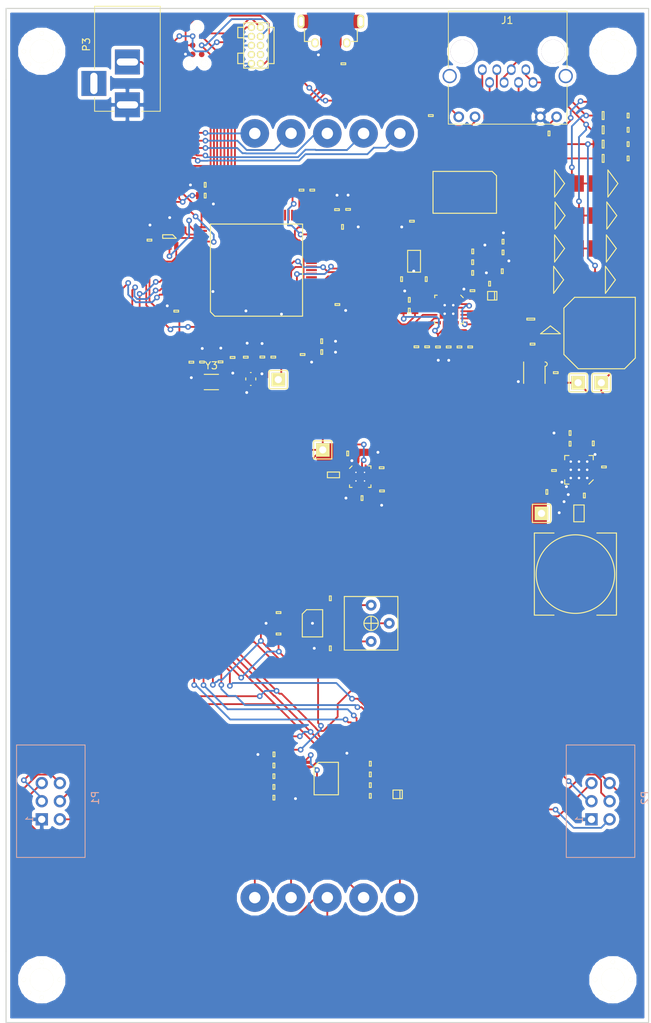
<source format=kicad_pcb>
(kicad_pcb (version 20170123) (host pcbnew no-vcs-found-feba091~58~ubuntu16.04.1)
  (layers (0 F.Cu signal) (31 B.Cu signal) (34 B.Paste user) (35 F.Paste user) (36 B.SilkS user) (37 F.SilkS user) (38 B.Mask user) (39 F.Mask user) (44 Edge.Cuts user))
  (net 0 "")
  (net 1 "Net-(IC1-Pad13)")
  (net 2 "Net-(IC1-Pad12)")
  (net 3 +12V)
  (net 4 "Net-(IC1-Pad3)")
  (net 5 "Net-(IC1-Pad4)")
  (net 6 "Net-(IC1-Pad14)")
  (net 7 "Net-(IC1-Pad5)")
  (net 8 "Net-(IC1-Pad6)")
  (net 9 "Net-(IC1-Pad11)")
  (net 10 +3V3)
  (net 11 "Net-(IC2-Pad1)")
  (net 12 /DS_IN)
  (net 13 GND)
  (net 14 /DS_OUT)
  (net 15 /STCP)
  (net 16 /SHCP)
  (net 17 "Net-(C3-Pad1)")
  (net 18 "Net-(R3-Pad1)")
  (net 19 "Net-(C39-Pad2)")
  (net 20 /V_LED_BUS)
  (net 21 "Net-(D1-Pad1)")
  (net 22 "Net-(C40-Pad1)")
  (net 23 "Net-(C36-Pad1)")
  (net 24 "Net-(C37-Pad1)")
  (net 25 "Net-(C19-Pad1)")
  (net 26 "Net-(C20-Pad1)")
  (net 27 /SWDIO)
  (net 28 /~RST)
  (net 29 /SWDCLK)
  (net 30 "Net-(P4-Pad6)")
  (net 31 /ROM_SCK)
  (net 32 /ROM_MOSI)
  (net 33 /ROM_MISO)
  (net 34 /ROM_CS)
  (net 35 "Net-(C35-Pad1)")
  (net 36 "Net-(C27-Pad1)")
  (net 37 "Net-(C23-Pad1)")
  (net 38 "Net-(IC5-Pad3)")
  (net 39 "Net-(IC5-Pad4)")
  (net 40 "Net-(IC5-Pad5)")
  (net 41 "Net-(IC5-Pad6)")
  (net 42 "Net-(IC5-Pad9)")
  (net 43 /RMII_MDIO)
  (net 44 /RMII_MDC)
  (net 45 "Net-(IC5-Pad12)")
  (net 46 "Net-(IC5-Pad13)")
  (net 47 "Net-(IC5-Pad15)")
  (net 48 "Net-(IC5-Pad16)")
  (net 49 "Net-(IC5-Pad17)")
  (net 50 "Net-(IC5-Pad18)")
  (net 51 /RMII_TXEN)
  (net 52 /RMII_TXD0)
  (net 53 /RMII_TXD1)
  (net 54 /ethernet/LINK_LED)
  (net 55 /ethernet/POE_GOOD)
  (net 56 "Net-(IC7-Pad5)")
  (net 57 "Net-(IC7-Pad6)")
  (net 58 "Net-(C42-Pad1)")
  (net 59 "Net-(IC7-Pad8)")
  (net 60 "Net-(IC7-Pad9)")
  (net 61 "Net-(IC7-Pad10)")
  (net 62 "Net-(C43-Pad1)")
  (net 63 "Net-(C39-Pad1)")
  (net 64 "Net-(IC4-Pad1)")
  (net 65 "Net-(IC4-Pad2)")
  (net 66 "Net-(IC4-Pad3)")
  (net 67 "Net-(IC4-Pad4)")
  (net 68 "Net-(IC4-Pad5)")
  (net 69 "Net-(IC4-Pad7)")
  (net 70 "Net-(IC4-Pad15)")
  (net 71 "Net-(IC4-Pad17)")
  (net 72 "Net-(IC4-Pad18)")
  (net 73 "Net-(IC4-Pad23)")
  (net 74 "Net-(IC4-Pad26)")
  (net 75 "Net-(IC4-Pad29)")
  (net 76 "Net-(IC4-Pad30)")
  (net 77 "Net-(IC4-Pad31)")
  (net 78 "Net-(IC4-Pad35)")
  (net 79 "Net-(IC4-Pad36)")
  (net 80 "Net-(IC4-Pad37)")
  (net 81 "Net-(IC4-Pad38)")
  (net 82 "Net-(IC4-Pad39)")
  (net 83 "Net-(IC4-Pad40)")
  (net 84 "Net-(IC4-Pad41)")
  (net 85 "Net-(IC4-Pad42)")
  (net 86 "Net-(IC4-Pad43)")
  (net 87 "Net-(IC4-Pad44)")
  (net 88 "Net-(IC4-Pad45)")
  (net 89 "Net-(IC4-Pad46)")
  (net 90 "Net-(IC4-Pad47)")
  (net 91 "Net-(C15-Pad1)")
  (net 92 "Net-(IC4-Pad51)")
  (net 93 "Net-(IC4-Pad52)")
  (net 94 "Net-(IC4-Pad53)")
  (net 95 "Net-(IC4-Pad54)")
  (net 96 "Net-(IC4-Pad55)")
  (net 97 "Net-(IC4-Pad56)")
  (net 98 "Net-(IC4-Pad57)")
  (net 99 "Net-(IC4-Pad58)")
  (net 100 "Net-(IC4-Pad59)")
  (net 101 "Net-(IC4-Pad60)")
  (net 102 "Net-(IC4-Pad61)")
  (net 103 "Net-(IC4-Pad62)")
  (net 104 "Net-(IC4-Pad63)")
  (net 105 "Net-(IC4-Pad64)")
  (net 106 "Net-(IC4-Pad65)")
  (net 107 "Net-(IC4-Pad66)")
  (net 108 "Net-(IC4-Pad67)")
  (net 109 "Net-(IC4-Pad69)")
  (net 110 "Net-(C16-Pad1)")
  (net 111 "Net-(IC4-Pad81)")
  (net 112 "Net-(IC4-Pad82)")
  (net 113 "Net-(IC4-Pad83)")
  (net 114 "Net-(IC4-Pad84)")
  (net 115 "Net-(IC4-Pad85)")
  (net 116 "Net-(IC4-Pad86)")
  (net 117 "Net-(IC4-Pad87)")
  (net 118 "Net-(IC4-Pad88)")
  (net 119 "Net-(IC4-Pad92)")
  (net 120 "Net-(IC4-Pad93)")
  (net 121 "Net-(IC4-Pad95)")
  (net 122 "Net-(IC4-Pad96)")
  (net 123 "Net-(IC4-Pad97)")
  (net 124 "Net-(IC4-Pad98)")
  (net 125 "Net-(P5-Pad6)")
  (net 126 "Net-(P5-Pad7)")
  (net 127 "Net-(P5-Pad8)")
  (net 128 "Net-(C40-Pad2)")
  (net 129 /ethernet/VA2)
  (net 130 /ethernet/VB1)
  (net 131 /ethernet/VB2)
  (net 132 /ethernet/VA1)
  (net 133 "Net-(IC6-Pad2)")
  (net 134 "Net-(IC6-Pad3)")
  (net 135 "Net-(IC6-Pad4)")
  (net 136 "Net-(IC6-Pad9)")
  (net 137 "Net-(IC6-Pad10)")
  (net 138 "Net-(J1-Pad6)")
  (net 139 "Net-(J1-Pad3)")
  (net 140 "Net-(T1-Pad4)")
  (net 141 "Net-(T1-Pad5)")
  (net 142 "Net-(J1-Pad2)")
  (net 143 "Net-(J1-Pad1)")
  (net 144 "Net-(C33-Pad1)")
  (net 145 "Net-(T1-Pad12)")
  (net 146 "Net-(T1-Pad13)")
  (net 147 "Net-(C34-Pad1)")
  (net 148 "Net-(C29-Pad2)")
  (net 149 "Net-(C30-Pad2)")
  (net 150 "Net-(C31-Pad2)")
  (net 151 "Net-(C32-Pad2)")
  (net 152 /RMII_CRS_DV)
  (net 153 "Net-(R20-Pad2)")
  (net 154 /RMII_REF_CLK)
  (net 155 /RMII_RXD0)
  (net 156 /RMII_RXD1)
  (net 157 "Net-(J1-Pad12)")
  (net 158 "Net-(R2-Pad2)")
  (net 159 "Net-(C45-Pad1)")
  (net 160 "Net-(C44-Pad1)")
  (net 161 /USB_D+)
  (net 162 "Net-(J2-Pad4)")
  (net 163 /USB_D-)
  (net 164 "Net-(J2-Pad1)")
  (net 165 "Net-(J2-PadS)")
  (net 166 /USB_VBUS)
  (net 167 "Net-(IC8-Pad8)")
  (net 168 +48V)
  (net 169 "Net-(J1-Pad9)")
  (net 170 /LED_G)
  (net 171 /LED_F)
  (net 172 /LED_A)
  (net 173 /LED_B)
  (net 174 /LED_DP)
  (net 175 /LED_C)
  (net 176 /LED_D)
  (net 177 /LED_E)
  (module agg:0603 (layer F.Cu) (at 172.86 81.31)
    (fp_text reference C4)
    (fp_text value 22u)
    (pad 2 smd rect (at 0.8 0) (size 0.95 1) (layers F.Cu F.Paste F.Mask) (net 13 GND))
    (pad 1 smd rect (at -0.8 0) (size 0.95 1) (layers F.Cu F.Paste F.Mask) (net 10 +3V3))
  )
  (module agg:0603 (layer F.Cu) (at 194.61 53.16)
    (fp_text reference C23)
    (fp_text value 22u)
    (pad 2 smd rect (at 0.8 0) (size 0.95 1) (layers F.Cu F.Paste F.Mask) (net 13 GND))
    (pad 1 smd rect (at -0.8 0) (size 0.95 1) (layers F.Cu F.Paste F.Mask) (net 37 "Net-(C23-Pad1)"))
  )
  (module agg:0603 (layer F.Cu) (at 200.75 86.7)
    (fp_text reference C41)
    (fp_text value 2u2)
    (pad 1 smd rect (at -0.8 0) (size 0.95 1) (layers F.Cu F.Paste F.Mask) (net 3 +12V))
    (pad 2 smd rect (at 0.8 0) (size 0.95 1) (layers F.Cu F.Paste F.Mask) (net 13 GND))
  )
  (module agg:0603 (layer F.Cu) (at 187 66.4 270)
    (fp_text reference C25)
    (fp_text value 22u)
    (pad 1 smd rect (at -0.8 0 270) (size 0.95 1) (layers F.Cu F.Paste F.Mask) (net 10 +3V3))
    (pad 2 smd rect (at 0.8 0 270) (size 0.95 1) (layers F.Cu F.Paste F.Mask) (net 13 GND))
  )
  (module agg:QFN-16-EP-TI (layer F.Cu) (at 174.61 84.56)
    (fp_text reference IC2)
    (fp_text value TPS62152)
    (pad 1 smd rect (at -1.4 -0.75) (size 0.6 0.25) (layers F.Cu F.Paste F.Mask) (net 11 "Net-(IC2-Pad1)"))
    (pad 2 smd rect (at -1.4 -0.25) (size 0.6 0.25) (layers F.Cu F.Paste F.Mask) (net 11 "Net-(IC2-Pad1)"))
    (pad 3 smd rect (at -1.4 0.25) (size 0.6 0.25) (layers F.Cu F.Paste F.Mask) (net 11 "Net-(IC2-Pad1)"))
    (pad 4 smd rect (at -1.4 0.75) (size 0.6 0.25) (layers F.Cu F.Paste F.Mask) (net 13 GND))
    (pad 5 smd rect (at -0.75 1.4) (size 0.25 0.6) (layers F.Cu F.Paste F.Mask) (net 13 GND))
    (pad 6 smd rect (at -0.25 1.4) (size 0.25 0.6) (layers F.Cu F.Paste F.Mask) (net 13 GND))
    (pad 7 smd rect (at 0.25 1.4) (size 0.25 0.6) (layers F.Cu F.Paste F.Mask) (net 13 GND))
    (pad 8 smd rect (at 0.75 1.4) (size 0.25 0.6) (layers F.Cu F.Paste F.Mask) (net 13 GND))
    (pad 9 smd rect (at 1.4 0.75) (size 0.6 0.25) (layers F.Cu F.Paste F.Mask) (net 17 "Net-(C3-Pad1)"))
    (pad 10 smd rect (at 1.4 0.25) (size 0.6 0.25) (layers F.Cu F.Paste F.Mask) (net 3 +12V))
    (pad 11 smd rect (at 1.4 -0.25) (size 0.6 0.25) (layers F.Cu F.Paste F.Mask) (net 3 +12V))
    (pad 12 smd rect (at 1.4 -0.75) (size 0.6 0.25) (layers F.Cu F.Paste F.Mask) (net 3 +12V))
    (pad 13 smd rect (at 0.75 -1.4) (size 0.25 0.6) (layers F.Cu F.Paste F.Mask) (net 3 +12V))
    (pad 14 smd rect (at 0.25 -1.4) (size 0.25 0.6) (layers F.Cu F.Paste F.Mask) (net 10 +3V3))
    (pad 15 smd rect (at -0.25 -1.4) (size 0.25 0.6) (layers F.Cu F.Paste F.Mask) (net 13 GND))
    (pad 16 smd rect (at -0.75 -1.4) (size 0.25 0.6) (layers F.Cu F.Paste F.Mask) (net 13 GND))
    (pad EP thru_hole circle (at -0.6 -0.6) (size 0.3 0.3) (drill 0.2) (layers *.Cu) (net 13 GND))
    (pad EP thru_hole circle (at -0.6 0.6) (size 0.3 0.3) (drill 0.2) (layers *.Cu) (net 13 GND))
    (pad EP thru_hole circle (at 0.6 -0.6) (size 0.3 0.3) (drill 0.2) (layers *.Cu) (net 13 GND))
    (pad EP thru_hole circle (at 0.6 0.6) (size 0.3 0.3) (drill 0.2) (layers *.Cu) (net 13 GND))
    (pad EP smd rect (at 0 0) (size 1.7 1.7) (layers F.Cu F.Mask) (net 13 GND))
  )
  (module agg:LQFP-100 (layer F.Cu) (at 160.08 55.64 90)
    (fp_text reference IC4)
    (fp_text value STM32F407VET6)
    (pad 1 smd rect (at -7.7 -6 90) (size 1.5 0.3) (layers F.Cu F.Paste F.Mask) (net 64 "Net-(IC4-Pad1)"))
    (pad 2 smd rect (at -7.7 -5.5 90) (size 1.5 0.3) (layers F.Cu F.Paste F.Mask) (net 65 "Net-(IC4-Pad2)"))
    (pad 3 smd rect (at -7.7 -5 90) (size 1.5 0.3) (layers F.Cu F.Paste F.Mask) (net 66 "Net-(IC4-Pad3)"))
    (pad 4 smd rect (at -7.7 -4.5 90) (size 1.5 0.3) (layers F.Cu F.Paste F.Mask) (net 67 "Net-(IC4-Pad4)"))
    (pad 5 smd rect (at -7.7 -4 90) (size 1.5 0.3) (layers F.Cu F.Paste F.Mask) (net 68 "Net-(IC4-Pad5)"))
    (pad 6 smd rect (at -7.7 -3.5 90) (size 1.5 0.3) (layers F.Cu F.Paste F.Mask) (net 10 +3V3))
    (pad 7 smd rect (at -7.7 -3 90) (size 1.5 0.3) (layers F.Cu F.Paste F.Mask) (net 69 "Net-(IC4-Pad7)"))
    (pad 8 smd rect (at -7.7 -2.5 90) (size 1.5 0.3) (layers F.Cu F.Paste F.Mask) (net 159 "Net-(C45-Pad1)"))
    (pad 9 smd rect (at -7.7 -2 90) (size 1.5 0.3) (layers F.Cu F.Paste F.Mask) (net 160 "Net-(C44-Pad1)"))
    (pad 10 smd rect (at -7.7 -1.5 90) (size 1.5 0.3) (layers F.Cu F.Paste F.Mask) (net 13 GND))
    (pad 11 smd rect (at -7.7 -1 90) (size 1.5 0.3) (layers F.Cu F.Paste F.Mask) (net 10 +3V3))
    (pad 12 smd rect (at -7.7 -0.5 90) (size 1.5 0.3) (layers F.Cu F.Paste F.Mask) (net 25 "Net-(C19-Pad1)"))
    (pad 13 smd rect (at -7.7 0 90) (size 1.5 0.3) (layers F.Cu F.Paste F.Mask) (net 26 "Net-(C20-Pad1)"))
    (pad 14 smd rect (at -7.7 0.5 90) (size 1.5 0.3) (layers F.Cu F.Paste F.Mask) (net 28 /~RST))
    (pad 15 smd rect (at -7.7 1 90) (size 1.5 0.3) (layers F.Cu F.Paste F.Mask) (net 70 "Net-(IC4-Pad15)"))
    (pad 16 smd rect (at -7.7 1.5 90) (size 1.5 0.3) (layers F.Cu F.Paste F.Mask) (net 44 /RMII_MDC))
    (pad 17 smd rect (at -7.7 2 90) (size 1.5 0.3) (layers F.Cu F.Paste F.Mask) (net 71 "Net-(IC4-Pad17)"))
    (pad 18 smd rect (at -7.7 2.5 90) (size 1.5 0.3) (layers F.Cu F.Paste F.Mask) (net 72 "Net-(IC4-Pad18)"))
    (pad 19 smd rect (at -7.7 3 90) (size 1.5 0.3) (layers F.Cu F.Paste F.Mask) (net 10 +3V3))
    (pad 20 smd rect (at -7.7 3.5 90) (size 1.5 0.3) (layers F.Cu F.Paste F.Mask) (net 13 GND))
    (pad 21 smd rect (at -7.7 4 90) (size 1.5 0.3) (layers F.Cu F.Paste F.Mask) (net 10 +3V3))
    (pad 22 smd rect (at -7.7 4.5 90) (size 1.5 0.3) (layers F.Cu F.Paste F.Mask) (net 10 +3V3))
    (pad 23 smd rect (at -7.7 5 90) (size 1.5 0.3) (layers F.Cu F.Paste F.Mask) (net 73 "Net-(IC4-Pad23)"))
    (pad 24 smd rect (at -7.7 5.5 90) (size 1.5 0.3) (layers F.Cu F.Paste F.Mask) (net 154 /RMII_REF_CLK))
    (pad 25 smd rect (at -7.7 6 90) (size 1.5 0.3) (layers F.Cu F.Paste F.Mask) (net 43 /RMII_MDIO))
    (pad 26 smd rect (at -6 7.7 90) (size 0.3 1.5) (layers F.Cu F.Paste F.Mask) (net 74 "Net-(IC4-Pad26)"))
    (pad 27 smd rect (at -5.5 7.7 90) (size 0.3 1.5) (layers F.Cu F.Paste F.Mask) (net 13 GND))
    (pad 28 smd rect (at -5 7.7 90) (size 0.3 1.5) (layers F.Cu F.Paste F.Mask) (net 10 +3V3))
    (pad 29 smd rect (at -4.5 7.7 90) (size 0.3 1.5) (layers F.Cu F.Paste F.Mask) (net 75 "Net-(IC4-Pad29)"))
    (pad 30 smd rect (at -4 7.7 90) (size 0.3 1.5) (layers F.Cu F.Paste F.Mask) (net 76 "Net-(IC4-Pad30)"))
    (pad 31 smd rect (at -3.5 7.7 90) (size 0.3 1.5) (layers F.Cu F.Paste F.Mask) (net 77 "Net-(IC4-Pad31)"))
    (pad 32 smd rect (at -3 7.7 90) (size 0.3 1.5) (layers F.Cu F.Paste F.Mask) (net 152 /RMII_CRS_DV))
    (pad 33 smd rect (at -2.5 7.7 90) (size 0.3 1.5) (layers F.Cu F.Paste F.Mask) (net 155 /RMII_RXD0))
    (pad 34 smd rect (at -2 7.7 90) (size 0.3 1.5) (layers F.Cu F.Paste F.Mask) (net 156 /RMII_RXD1))
    (pad 35 smd rect (at -1.5 7.7 90) (size 0.3 1.5) (layers F.Cu F.Paste F.Mask) (net 78 "Net-(IC4-Pad35)"))
    (pad 36 smd rect (at -1 7.7 90) (size 0.3 1.5) (layers F.Cu F.Paste F.Mask) (net 79 "Net-(IC4-Pad36)"))
    (pad 37 smd rect (at -0.5 7.7 90) (size 0.3 1.5) (layers F.Cu F.Paste F.Mask) (net 80 "Net-(IC4-Pad37)"))
    (pad 38 smd rect (at 0 7.7 90) (size 0.3 1.5) (layers F.Cu F.Paste F.Mask) (net 81 "Net-(IC4-Pad38)"))
    (pad 39 smd rect (at 0.5 7.7 90) (size 0.3 1.5) (layers F.Cu F.Paste F.Mask) (net 82 "Net-(IC4-Pad39)"))
    (pad 40 smd rect (at 1 7.7 90) (size 0.3 1.5) (layers F.Cu F.Paste F.Mask) (net 83 "Net-(IC4-Pad40)"))
    (pad 41 smd rect (at 1.5 7.7 90) (size 0.3 1.5) (layers F.Cu F.Paste F.Mask) (net 84 "Net-(IC4-Pad41)"))
    (pad 42 smd rect (at 2 7.7 90) (size 0.3 1.5) (layers F.Cu F.Paste F.Mask) (net 85 "Net-(IC4-Pad42)"))
    (pad 43 smd rect (at 2.5 7.7 90) (size 0.3 1.5) (layers F.Cu F.Paste F.Mask) (net 86 "Net-(IC4-Pad43)"))
    (pad 44 smd rect (at 3 7.7 90) (size 0.3 1.5) (layers F.Cu F.Paste F.Mask) (net 87 "Net-(IC4-Pad44)"))
    (pad 45 smd rect (at 3.5 7.7 90) (size 0.3 1.5) (layers F.Cu F.Paste F.Mask) (net 88 "Net-(IC4-Pad45)"))
    (pad 46 smd rect (at 4 7.7 90) (size 0.3 1.5) (layers F.Cu F.Paste F.Mask) (net 89 "Net-(IC4-Pad46)"))
    (pad 47 smd rect (at 4.5 7.7 90) (size 0.3 1.5) (layers F.Cu F.Paste F.Mask) (net 90 "Net-(IC4-Pad47)"))
    (pad 48 smd rect (at 5 7.7 90) (size 0.3 1.5) (layers F.Cu F.Paste F.Mask) (net 51 /RMII_TXEN))
    (pad 49 smd rect (at 5.5 7.7 90) (size 0.3 1.5) (layers F.Cu F.Paste F.Mask) (net 91 "Net-(C15-Pad1)"))
    (pad 50 smd rect (at 6 7.7 90) (size 0.3 1.5) (layers F.Cu F.Paste F.Mask) (net 10 +3V3))
    (pad 51 smd rect (at 7.7 6 90) (size 1.5 0.3) (layers F.Cu F.Paste F.Mask) (net 92 "Net-(IC4-Pad51)"))
    (pad 52 smd rect (at 7.7 5.5 90) (size 1.5 0.3) (layers F.Cu F.Paste F.Mask) (net 93 "Net-(IC4-Pad52)"))
    (pad 53 smd rect (at 7.7 5 90) (size 1.5 0.3) (layers F.Cu F.Paste F.Mask) (net 94 "Net-(IC4-Pad53)"))
    (pad 54 smd rect (at 7.7 4.5 90) (size 1.5 0.3) (layers F.Cu F.Paste F.Mask) (net 95 "Net-(IC4-Pad54)"))
    (pad 55 smd rect (at 7.7 4 90) (size 1.5 0.3) (layers F.Cu F.Paste F.Mask) (net 96 "Net-(IC4-Pad55)"))
    (pad 56 smd rect (at 7.7 3.5 90) (size 1.5 0.3) (layers F.Cu F.Paste F.Mask) (net 97 "Net-(IC4-Pad56)"))
    (pad 57 smd rect (at 7.7 3 90) (size 1.5 0.3) (layers F.Cu F.Paste F.Mask) (net 98 "Net-(IC4-Pad57)"))
    (pad 58 smd rect (at 7.7 2.5 90) (size 1.5 0.3) (layers F.Cu F.Paste F.Mask) (net 99 "Net-(IC4-Pad58)"))
    (pad 59 smd rect (at 7.7 2 90) (size 1.5 0.3) (layers F.Cu F.Paste F.Mask) (net 100 "Net-(IC4-Pad59)"))
    (pad 60 smd rect (at 7.7 1.5 90) (size 1.5 0.3) (layers F.Cu F.Paste F.Mask) (net 101 "Net-(IC4-Pad60)"))
    (pad 61 smd rect (at 7.7 1 90) (size 1.5 0.3) (layers F.Cu F.Paste F.Mask) (net 102 "Net-(IC4-Pad61)"))
    (pad 62 smd rect (at 7.7 0.5 90) (size 1.5 0.3) (layers F.Cu F.Paste F.Mask) (net 103 "Net-(IC4-Pad62)"))
    (pad 63 smd rect (at 7.7 0 90) (size 1.5 0.3) (layers F.Cu F.Paste F.Mask) (net 104 "Net-(IC4-Pad63)"))
    (pad 64 smd rect (at 7.7 -0.5 90) (size 1.5 0.3) (layers F.Cu F.Paste F.Mask) (net 105 "Net-(IC4-Pad64)"))
    (pad 65 smd rect (at 7.7 -1 90) (size 1.5 0.3) (layers F.Cu F.Paste F.Mask) (net 106 "Net-(IC4-Pad65)"))
    (pad 66 smd rect (at 7.7 -1.5 90) (size 1.5 0.3) (layers F.Cu F.Paste F.Mask) (net 107 "Net-(IC4-Pad66)"))
    (pad 67 smd rect (at 7.7 -2 90) (size 1.5 0.3) (layers F.Cu F.Paste F.Mask) (net 108 "Net-(IC4-Pad67)"))
    (pad 68 smd rect (at 7.7 -2.5 90) (size 1.5 0.3) (layers F.Cu F.Paste F.Mask) (net 166 /USB_VBUS))
    (pad 69 smd rect (at 7.7 -3 90) (size 1.5 0.3) (layers F.Cu F.Paste F.Mask) (net 109 "Net-(IC4-Pad69)"))
    (pad 70 smd rect (at 7.7 -3.5 90) (size 1.5 0.3) (layers F.Cu F.Paste F.Mask) (net 163 /USB_D-))
    (pad 71 smd rect (at 7.7 -4 90) (size 1.5 0.3) (layers F.Cu F.Paste F.Mask) (net 161 /USB_D+))
    (pad 72 smd rect (at 7.7 -4.5 90) (size 1.5 0.3) (layers F.Cu F.Paste F.Mask) (net 27 /SWDIO))
    (pad 73 smd rect (at 7.7 -5 90) (size 1.5 0.3) (layers F.Cu F.Paste F.Mask) (net 110 "Net-(C16-Pad1)"))
    (pad 74 smd rect (at 7.7 -5.5 90) (size 1.5 0.3) (layers F.Cu F.Paste F.Mask) (net 13 GND))
    (pad 75 smd rect (at 7.7 -6 90) (size 1.5 0.3) (layers F.Cu F.Paste F.Mask) (net 10 +3V3))
    (pad 76 smd rect (at 6 -7.7 90) (size 0.3 1.5) (layers F.Cu F.Paste F.Mask) (net 29 /SWDCLK))
    (pad 77 smd rect (at 5.5 -7.7 90) (size 0.3 1.5) (layers F.Cu F.Paste F.Mask) (net 34 /ROM_CS))
    (pad 78 smd rect (at 5 -7.7 90) (size 0.3 1.5) (layers F.Cu F.Paste F.Mask) (net 31 /ROM_SCK))
    (pad 79 smd rect (at 4.5 -7.7 90) (size 0.3 1.5) (layers F.Cu F.Paste F.Mask) (net 33 /ROM_MISO))
    (pad 80 smd rect (at 4 -7.7 90) (size 0.3 1.5) (layers F.Cu F.Paste F.Mask) (net 32 /ROM_MOSI))
    (pad 81 smd rect (at 3.5 -7.7 90) (size 0.3 1.5) (layers F.Cu F.Paste F.Mask) (net 111 "Net-(IC4-Pad81)"))
    (pad 82 smd rect (at 3 -7.7 90) (size 0.3 1.5) (layers F.Cu F.Paste F.Mask) (net 112 "Net-(IC4-Pad82)"))
    (pad 83 smd rect (at 2.5 -7.7 90) (size 0.3 1.5) (layers F.Cu F.Paste F.Mask) (net 113 "Net-(IC4-Pad83)"))
    (pad 84 smd rect (at 2 -7.7 90) (size 0.3 1.5) (layers F.Cu F.Paste F.Mask) (net 114 "Net-(IC4-Pad84)"))
    (pad 85 smd rect (at 1.5 -7.7 90) (size 0.3 1.5) (layers F.Cu F.Paste F.Mask) (net 115 "Net-(IC4-Pad85)"))
    (pad 86 smd rect (at 1 -7.7 90) (size 0.3 1.5) (layers F.Cu F.Paste F.Mask) (net 116 "Net-(IC4-Pad86)"))
    (pad 87 smd rect (at 0.5 -7.7 90) (size 0.3 1.5) (layers F.Cu F.Paste F.Mask) (net 117 "Net-(IC4-Pad87)"))
    (pad 88 smd rect (at 0 -7.7 90) (size 0.3 1.5) (layers F.Cu F.Paste F.Mask) (net 118 "Net-(IC4-Pad88)"))
    (pad 89 smd rect (at -0.5 -7.7 90) (size 0.3 1.5) (layers F.Cu F.Paste F.Mask) (net 16 /SHCP))
    (pad 90 smd rect (at -1 -7.7 90) (size 0.3 1.5) (layers F.Cu F.Paste F.Mask) (net 15 /STCP))
    (pad 91 smd rect (at -1.5 -7.7 90) (size 0.3 1.5) (layers F.Cu F.Paste F.Mask) (net 12 /DS_IN))
    (pad 92 smd rect (at -2 -7.7 90) (size 0.3 1.5) (layers F.Cu F.Paste F.Mask) (net 119 "Net-(IC4-Pad92)"))
    (pad 93 smd rect (at -2.5 -7.7 90) (size 0.3 1.5) (layers F.Cu F.Paste F.Mask) (net 120 "Net-(IC4-Pad93)"))
    (pad 94 smd rect (at -3 -7.7 90) (size 0.3 1.5) (layers F.Cu F.Paste F.Mask) (net 13 GND))
    (pad 95 smd rect (at -3.5 -7.7 90) (size 0.3 1.5) (layers F.Cu F.Paste F.Mask) (net 121 "Net-(IC4-Pad95)"))
    (pad 96 smd rect (at -4 -7.7 90) (size 0.3 1.5) (layers F.Cu F.Paste F.Mask) (net 122 "Net-(IC4-Pad96)"))
    (pad 97 smd rect (at -4.5 -7.7 90) (size 0.3 1.5) (layers F.Cu F.Paste F.Mask) (net 123 "Net-(IC4-Pad97)"))
    (pad 98 smd rect (at -5 -7.7 90) (size 0.3 1.5) (layers F.Cu F.Paste F.Mask) (net 124 "Net-(IC4-Pad98)"))
    (pad 99 smd rect (at -5.5 -7.7 90) (size 0.3 1.5) (layers F.Cu F.Paste F.Mask) (net 13 GND))
    (pad 100 smd rect (at -6 -7.7 90) (size 0.3 1.5) (layers F.Cu F.Paste F.Mask) (net 10 +3V3))
  )
  (module agg:0603 (layer F.Cu) (at 190.37 53.02)
    (fp_text reference C24)
    (fp_text value 100n)
    (pad 2 smd rect (at 0.8 0) (size 0.95 1) (layers F.Cu F.Paste F.Mask) (net 13 GND))
    (pad 1 smd rect (at -0.8 0) (size 0.95 1) (layers F.Cu F.Paste F.Mask) (net 37 "Net-(C23-Pad1)"))
  )
  (module agg:0603 (layer F.Cu) (at 177.66 86.56 270)
    (fp_text reference C46)
    (fp_text value 100n)
    (pad 1 smd rect (at -0.8 0 270) (size 0.95 1) (layers F.Cu F.Paste F.Mask) (net 3 +12V))
    (pad 2 smd rect (at 0.8 0 270) (size 0.95 1) (layers F.Cu F.Paste F.Mask) (net 13 GND))
  )
  (module footprints:RJHSE538X (layer F.Cu) (at 191.71 27.58)
    (fp_text reference J1 (at 3.49 -6.92) (layer F.SilkS))
    (fp_text value RJHSE-538B)
    (pad "" thru_hole circle (at 11.68 0.89) (size 2 2) (drill 1.57) (layers *.Cu *.Mask))
    (pad 9 thru_hole circle (at -3.3 6.6) (size 1.5 1.5) (drill 0.89) (layers *.Cu *.Mask) (net 169 "Net-(J1-Pad9)"))
    (pad 10 thru_hole circle (at -1.02 6.6) (size 1.5 1.5) (drill 0.89) (layers *.Cu *.Mask) (net 54 /ethernet/LINK_LED))
    (pad 11 thru_hole circle (at 8.13 6.6) (size 1.5 1.5) (drill 0.89) (layers *.Cu *.Mask) (net 13 GND))
    (pad 12 thru_hole circle (at 10.41 6.6) (size 1.5 1.5) (drill 0.89) (layers *.Cu *.Mask) (net 157 "Net-(J1-Pad12)"))
    (pad 8 thru_hole oval (at 7.11 1.78) (size 1.2 1.5) (drill 0.89) (layers *.Cu *.Mask) (net 130 /ethernet/VB1))
    (pad 6 thru_hole oval (at 5.08 1.78) (size 1.2 1.5) (drill 0.89) (layers *.Cu *.Mask) (net 138 "Net-(J1-Pad6)"))
    (pad 4 thru_hole oval (at 3.05 1.78) (size 1.2 1.5) (drill 0.89) (layers *.Cu *.Mask) (net 131 /ethernet/VB2))
    (pad 2 thru_hole oval (at 1.02 1.78) (size 1.2 1.5) (drill 0.89) (layers *.Cu *.Mask) (net 142 "Net-(J1-Pad2)"))
    (pad 5 thru_hole oval (at 4.06 0) (size 1.2 1.5) (drill 0.89) (layers *.Cu *.Mask) (net 131 /ethernet/VB2))
    (pad 3 thru_hole oval (at 2.03 0) (size 1.2 1.5) (drill 0.89) (layers *.Cu *.Mask) (net 139 "Net-(J1-Pad3)"))
    (pad 7 thru_hole oval (at 6.1 0) (size 1.2 1.5) (drill 0.89) (layers *.Cu *.Mask) (net 130 /ethernet/VB1))
    (pad 1 thru_hole oval (at 0 0) (size 1.2 1.5) (drill 0.89) (layers *.Cu *.Mask) (net 143 "Net-(J1-Pad1)"))
    (pad "" thru_hole circle (at -2.79 -2.54) (size 3.3 3.3) (drill 3.3) (layers *.Cu *.Mask))
    (pad "" thru_hole circle (at 9.91 -2.54) (size 3.3 3.3) (drill 3.3) (layers *.Cu *.Mask))
    (pad "" thru_hole circle (at -4.57 0.89) (size 2 2) (drill 1.57) (layers *.Cu *.Mask))
  )
  (module agg:0603 (layer F.Cu) (at 166.39 44.44 270)
    (fp_text reference R31)
    (fp_text value 33)
    (pad 2 smd rect (at 0.8 0 270) (size 0.95 1) (layers F.Cu F.Paste F.Mask) (net 92 "Net-(IC4-Pad51)"))
    (pad 1 smd rect (at -0.8 0 270) (size 0.95 1) (layers F.Cu F.Paste F.Mask) (net 52 /RMII_TXD0))
  )
  (module agg:0603 (layer F.Cu) (at 167.89 44.44 270)
    (fp_text reference R30)
    (fp_text value 33)
    (pad 1 smd rect (at -0.8 0 270) (size 0.95 1) (layers F.Cu F.Paste F.Mask) (net 53 /RMII_TXD1))
    (pad 2 smd rect (at 0.8 0 270) (size 0.95 1) (layers F.Cu F.Paste F.Mask) (net 93 "Net-(IC4-Pad52)"))
  )
  (module agg:SOD-323 (layer F.Cu) (at 179.85 129.04 180)
    (fp_text reference D1)
    (fp_text value 3.9V)
    (pad 1 smd rect (at -1.3 0 180) (size 0.9 0.5) (layers F.Cu F.Paste F.Mask) (net 21 "Net-(D1-Pad1)"))
    (pad 2 smd rect (at 1.3 0 180) (size 0.9 0.5) (layers F.Cu F.Paste F.Mask) (net 174 /LED_DP))
  )
  (module agg:SOIC-8 (layer F.Cu) (at 167.92 105.09)
    (fp_text reference IC8)
    (fp_text value LDL212DR)
    (pad 1 smd rect (at -2.7 -1.905) (size 1.55 0.6) (layers F.Cu F.Paste F.Mask) (net 20 /V_LED_BUS))
    (pad 2 smd rect (at -2.7 -0.635) (size 1.55 0.6) (layers F.Cu F.Paste F.Mask) (net 13 GND))
    (pad 3 smd rect (at -2.7 0.635) (size 1.55 0.6) (layers F.Cu F.Paste F.Mask) (net 13 GND))
    (pad 4 smd rect (at -2.7 1.905) (size 1.55 0.6) (layers F.Cu F.Paste F.Mask) (net 3 +12V))
    (pad 5 smd rect (at 2.7 1.905) (size 1.55 0.6) (layers F.Cu F.Paste F.Mask) (net 3 +12V))
    (pad 6 smd rect (at 2.7 0.635) (size 1.55 0.6) (layers F.Cu F.Paste F.Mask) (net 13 GND))
    (pad 7 smd rect (at 2.7 -0.635) (size 1.55 0.6) (layers F.Cu F.Paste F.Mask) (net 13 GND))
    (pad 8 smd rect (at 2.7 -1.905) (size 1.55 0.6) (layers F.Cu F.Paste F.Mask) (net 167 "Net-(IC8-Pad8)"))
  )
  (module footprints:3386P (layer F.Cu) (at 176.13 105.09 90)
    (fp_text reference RV1)
    (fp_text value 100k hide)
    (pad 3 thru_hole circle (at 2.54 0 90) (size 1.524 1.524) (drill 0.762) (layers *.Cu *.Mask) (net 158 "Net-(R2-Pad2)"))
    (pad 2 thru_hole circle (at 0 2.54 90) (size 1.524 1.524) (drill 0.762) (layers *.Cu *.Mask) (net 167 "Net-(IC8-Pad8)"))
    (pad 1 thru_hole circle (at -2.54 0 90) (size 1.524 1.524) (drill 0.762) (layers *.Cu *.Mask) (net 18 "Net-(R3-Pad1)"))
  )
  (module agg:0603 (layer F.Cu) (at 170.42 101.59)
    (fp_text reference R2)
    (fp_text value 866k)
    (pad 1 smd rect (at -0.8 0) (size 0.95 1) (layers F.Cu F.Paste F.Mask) (net 20 /V_LED_BUS))
    (pad 2 smd rect (at 0.8 0) (size 0.95 1) (layers F.Cu F.Paste F.Mask) (net 158 "Net-(R2-Pad2)"))
  )
  (module agg:0603 (layer F.Cu) (at 170.42 108.59 180)
    (fp_text reference R3)
    (fp_text value 110k)
    (pad 1 smd rect (at -0.8 0 180) (size 0.95 1) (layers F.Cu F.Paste F.Mask) (net 18 "Net-(R3-Pad1)"))
    (pad 2 smd rect (at 0.8 0 180) (size 0.95 1) (layers F.Cu F.Paste F.Mask) (net 13 GND))
  )
  (module agg:0603 (layer F.Cu) (at 163.17 106.59 270)
    (fp_text reference C22)
    (fp_text value 1u)
    (pad 2 smd rect (at 0.8 0 270) (size 0.95 1) (layers F.Cu F.Paste F.Mask) (net 3 +12V))
    (pad 1 smd rect (at -0.8 0 270) (size 0.95 1) (layers F.Cu F.Paste F.Mask) (net 13 GND))
  )
  (module agg:0603 (layer F.Cu) (at 163.17 103.59 270)
    (fp_text reference C21)
    (fp_text value 4u7)
    (pad 1 smd rect (at -0.8 0 270) (size 0.95 1) (layers F.Cu F.Paste F.Mask) (net 20 /V_LED_BUS))
    (pad 2 smd rect (at 0.8 0 270) (size 0.95 1) (layers F.Cu F.Paste F.Mask) (net 13 GND))
  )
  (module Connect:BARREL_JACK (layer F.Cu) (at 142 32.5 270)
    (fp_text reference P3 (at -8.45 5.75 90) (layer F.SilkS))
    (fp_text value +12V)
    (pad 3 thru_hole rect (at -3 4.7 270) (size 3.5 3.5) (drill oval 3 1) (layers *.Cu *.Mask))
    (pad 2 thru_hole rect (at -6 0 270) (size 3.5 3.5) (drill oval 1 3) (layers *.Cu *.Mask) (net 3 +12V))
    (pad 1 thru_hole rect (at 0 0 270) (size 3.5 3.5) (drill oval 1 3) (layers *.Cu *.Mask) (net 13 GND))
  )
  (module agg:SIL-254P-01 (layer F.Cu) (at 163.13 70.97)
    (fp_text reference TP2)
    (fp_text value RESET)
    (pad 1 thru_hole rect (at 0 0) (size 1.9 1.9) (drill 1) (layers *.Cu *.Mask F.SilkS) (net 28 /~RST))
  )
  (module agg:SIL-254P-01 (layer F.Cu) (at 169.36 80.81 180)
    (fp_text reference TP1)
    (fp_text value +3.3V)
    (pad 1 thru_hole rect (at 0 0 180) (size 1.9 1.9) (drill 1) (layers *.Cu *.Mask F.SilkS) (net 10 +3V3))
  )
  (module agg:SIL-254P-01 (layer F.Cu) (at 200 89.7 270)
    (fp_text reference TP4)
    (fp_text value +12V)
    (pad 1 thru_hole rect (at 0 0 270) (size 1.9 1.9) (drill 1) (layers *.Cu *.Mask F.SilkS) (net 3 +12V))
  )
  (module agg:SIL-254P-01 (layer F.Cu) (at 205.129084 71.407226 180)
    (fp_text reference TP5)
    (fp_text value POE_GOOD)
    (pad 1 thru_hole rect (at 0 0 180) (size 1.9 1.9) (drill 1) (layers *.Cu *.Mask F.SilkS) (net 55 /ethernet/POE_GOOD))
  )
  (module agg:SIL-254P-01 (layer F.Cu) (at 208.379084 71.407226 180)
    (fp_text reference TP3)
    (fp_text value +48V)
    (pad 1 thru_hole rect (at 0 0 180) (size 1.9 1.9) (drill 1) (layers *.Cu *.Mask F.SilkS) (net 168 +48V))
  )
  (module agg:0603 (layer F.Cu) (at 172.25 26.75 90)
    (fp_text reference R29)
    (fp_text value 10k)
    (pad 1 smd rect (at -0.8 0 90) (size 0.95 1) (layers F.Cu F.Paste F.Mask) (net 166 /USB_VBUS))
    (pad 2 smd rect (at 0.8 0 90) (size 0.95 1) (layers F.Cu F.Paste F.Mask) (net 164 "Net-(J2-Pad1)"))
  )
  (module agg:0603 (layer F.Cu) (at 152.45 68.51 90)
    (fp_text reference C45)
    (fp_text value 15p)
    (pad 2 smd rect (at 0.8 0 90) (size 0.95 1) (layers F.Cu F.Paste F.Mask) (net 13 GND))
    (pad 1 smd rect (at -0.8 0 90) (size 0.95 1) (layers F.Cu F.Paste F.Mask) (net 159 "Net-(C45-Pad1)"))
  )
  (module agg:0603 (layer F.Cu) (at 155.04 68.49 90)
    (fp_text reference C44)
    (fp_text value 15p)
    (pad 1 smd rect (at -0.8 0 90) (size 0.95 1) (layers F.Cu F.Paste F.Mask) (net 160 "Net-(C44-Pad1)"))
    (pad 2 smd rect (at 0.8 0 90) (size 0.95 1) (layers F.Cu F.Paste F.Mask) (net 13 GND))
  )
  (module agg:MICROUSB_MOLEX_47589-0001 (layer F.Cu) (at 170.5 20.825 180)
    (fp_text reference J2)
    (fp_text value MICROUSB)
    (pad 3 smd rect (at 0 -2.675 180) (size 0.4 1.35) (layers F.Cu F.Paste F.Mask) (net 161 /USB_D+))
    (pad 4 smd rect (at 0.65 -2.675 180) (size 0.4 1.35) (layers F.Cu F.Paste F.Mask) (net 162 "Net-(J2-Pad4)"))
    (pad 2 smd rect (at -0.65 -2.675 180) (size 0.4 1.35) (layers F.Cu F.Paste F.Mask) (net 163 /USB_D-))
    (pad 1 smd rect (at -1.3 -2.675 180) (size 0.4 1.35) (layers F.Cu F.Paste F.Mask) (net 164 "Net-(J2-Pad1)"))
    (pad 5 smd rect (at 1.3 -2.675 180) (size 0.4 1.35) (layers F.Cu F.Paste F.Mask) (net 13 GND))
    (pad S thru_hole oval (at 2.225 -3 180) (size 1 1.25) (drill oval 0.65 0.85) (layers *.Cu *.Mask F.SilkS) (net 165 "Net-(J2-PadS)"))
    (pad "" thru_hole oval (at -2.225 -3 180) (size 1 1.25) (drill oval 0.65 0.85) (layers *.Cu *.Mask F.SilkS))
    (pad "" smd rect (at 1.15 0 180) (size 1.8 1.9) (layers F.Cu F.Paste F.Mask))
    (pad "" smd rect (at -1.15 0 180) (size 1.8 1.9) (layers F.Cu F.Paste F.Mask))
    (pad "" smd rect (at 3.3875 0 180) (size 1.575 1.9) (layers F.Cu F.Paste F.Mask))
    (pad "" thru_hole oval (at 4.175 0 180) (size 1 1.9) (drill oval 0.6 1.3) (layers *.Cu *.Mask F.SilkS))
    (pad "" smd rect (at -3.3875 0 180) (size 1.575 1.9) (layers F.Cu F.Paste F.Mask))
    (pad "" thru_hole oval (at -4.175 0 180) (size 1 1.9) (drill oval 0.6 1.3) (layers *.Cu *.Mask F.SilkS))
  )
  (module footprints:XTAL_1206 (layer F.Cu) (at 153.76 71.31)
    (fp_text reference Y3 (at 0 -2.3) (layer F.SilkS))
    (fp_text value 32.768k)
    (pad 1 smd rect (at -1.25 0) (size 1.1 1.9) (layers F.Cu F.Paste F.Mask) (net 159 "Net-(C45-Pad1)"))
    (pad 2 smd rect (at 1.25 0) (size 1.1 1.9) (layers F.Cu F.Paste F.Mask) (net 160 "Net-(C44-Pad1)"))
  )
  (module footprints:SA40-18 (layer B.Cu) (at 170 90)
    (fp_text reference U1 hide)
    (fp_text value SA40-19)
    (pad 10 thru_hole circle (at -10.16 53.5) (size 4 4) (drill 1.6) (layers *.Cu *.Mask) (net 170 /LED_G))
    (pad 9 thru_hole circle (at -5.08 53.5) (size 4 4) (drill 1.6) (layers *.Cu *.Mask) (net 171 /LED_F))
    (pad 8 thru_hole circle (at 0 53.5) (size 4 4) (drill 1.6) (layers *.Cu *.Mask) (net 20 /V_LED_BUS))
    (pad 7 thru_hole circle (at 5.08 53.5) (size 4 4) (drill 1.6) (layers *.Cu *.Mask) (net 172 /LED_A))
    (pad 6 thru_hole circle (at 10.16 53.5) (size 4 4) (drill 1.6) (layers *.Cu *.Mask) (net 173 /LED_B))
    (pad 5 thru_hole circle (at 10.16 -53.5) (size 4 4) (drill 1.6) (layers *.Cu *.Mask) (net 21 "Net-(D1-Pad1)"))
    (pad 4 thru_hole circle (at 5.08 -53.5) (size 4 4) (drill 1.6) (layers *.Cu *.Mask) (net 175 /LED_C))
    (pad 3 thru_hole circle (at 0 -53.5) (size 4 4) (drill 1.6) (layers *.Cu *.Mask) (net 20 /V_LED_BUS))
    (pad 2 thru_hole circle (at -5.08 -53.5) (size 4 4) (drill 1.6) (layers *.Cu *.Mask) (net 176 /LED_D))
    (pad 1 thru_hole circle (at -10.16 -53.5) (size 4 4) (drill 1.6) (layers *.Cu *.Mask) (net 177 /LED_E))
  )
  (module Connect:IDC_Header_Straight_6pins (layer B.Cu) (at 130 132.54 90)
    (fp_text reference P1 (at 3 7.5 90) (layer B.SilkS) (effects (justify mirror)))
    (fp_text value CONN_IN)
    (fp_text user 1 (at 0.02 -1.72 90) (layer B.SilkS) (effects (font (thickness 0.12)) (justify mirror)))
    (pad 1 thru_hole rect (at 0 0 90) (size 1.7272 1.7272) (drill 1.016) (layers *.Cu *.Mask) (net 13 GND))
    (pad 2 thru_hole oval (at 0 2.54 90) (size 1.7272 1.7272) (drill 1.016) (layers *.Cu *.Mask) (net 15 /STCP))
    (pad 3 thru_hole oval (at 2.54 0 90) (size 1.7272 1.7272) (drill 1.016) (layers *.Cu *.Mask) (net 16 /SHCP))
    (pad 4 thru_hole oval (at 2.54 2.54 90) (size 1.7272 1.7272) (drill 1.016) (layers *.Cu *.Mask) (net 12 /DS_IN))
    (pad 5 thru_hole oval (at 5.08 0 90) (size 1.7272 1.7272) (drill 1.016) (layers *.Cu *.Mask) (net 10 +3V3))
    (pad 6 thru_hole oval (at 5.08 2.54 90) (size 1.7272 1.7272) (drill 1.016) (layers *.Cu *.Mask) (net 20 /V_LED_BUS))
  )
  (module Connect:IDC_Header_Straight_6pins (layer B.Cu) (at 207 132.54 90)
    (fp_text reference P2 (at 3 7.5 90) (layer B.SilkS) (effects (justify mirror)))
    (fp_text value CONN_OUT)
    (fp_text user 1 (at 0.02 -1.72 90) (layer B.SilkS) (effects (font (thickness 0.12)) (justify mirror)))
    (pad 6 thru_hole oval (at 5.08 2.54 90) (size 1.7272 1.7272) (drill 1.016) (layers *.Cu *.Mask) (net 20 /V_LED_BUS))
    (pad 5 thru_hole oval (at 5.08 0 90) (size 1.7272 1.7272) (drill 1.016) (layers *.Cu *.Mask) (net 10 +3V3))
    (pad 4 thru_hole oval (at 2.54 2.54 90) (size 1.7272 1.7272) (drill 1.016) (layers *.Cu *.Mask) (net 14 /DS_OUT))
    (pad 3 thru_hole oval (at 2.54 0 90) (size 1.7272 1.7272) (drill 1.016) (layers *.Cu *.Mask) (net 16 /SHCP))
    (pad 2 thru_hole oval (at 0 2.54 90) (size 1.7272 1.7272) (drill 1.016) (layers *.Cu *.Mask) (net 15 /STCP))
    (pad 1 thru_hole rect (at 0 0 90) (size 1.7272 1.7272) (drill 1.016) (layers *.Cu *.Mask) (net 13 GND))
  )
  (module agg:0603 (layer F.Cu) (at 212.13 38)
    (fp_text reference R22)
    (fp_text value 75)
    (pad 2 smd rect (at 0.8 0) (size 0.95 1) (layers F.Cu F.Paste F.Mask) (net 153 "Net-(R20-Pad2)"))
    (pad 1 smd rect (at -0.8 0) (size 0.95 1) (layers F.Cu F.Paste F.Mask) (net 150 "Net-(C31-Pad2)"))
  )
  (module agg:0603 (layer F.Cu) (at 212.13 34)
    (fp_text reference R21)
    (fp_text value 75)
    (pad 1 smd rect (at -0.8 0) (size 0.95 1) (layers F.Cu F.Paste F.Mask) (net 149 "Net-(C30-Pad2)"))
    (pad 2 smd rect (at 0.8 0) (size 0.95 1) (layers F.Cu F.Paste F.Mask) (net 153 "Net-(R20-Pad2)"))
  )
  (module agg:0603 (layer F.Cu) (at 212.13 36)
    (fp_text reference R20)
    (fp_text value 75)
    (pad 2 smd rect (at 0.8 0) (size 0.95 1) (layers F.Cu F.Paste F.Mask) (net 153 "Net-(R20-Pad2)"))
    (pad 1 smd rect (at -0.8 0) (size 0.95 1) (layers F.Cu F.Paste F.Mask) (net 148 "Net-(C29-Pad2)"))
  )
  (module agg:0603 (layer F.Cu) (at 192.73 57.54 180)
    (fp_text reference R19)
    (fp_text value 10k)
    (pad 1 smd rect (at -0.8 0 180) (size 0.95 1) (layers F.Cu F.Paste F.Mask) (net 10 +3V3))
    (pad 2 smd rect (at 0.8 0 180) (size 0.95 1) (layers F.Cu F.Paste F.Mask) (net 35 "Net-(C35-Pad1)"))
  )
  (module agg:0603 (layer F.Cu) (at 201.05 36.5)
    (fp_text reference R18)
    (fp_text value 48k)
    (pad 2 smd rect (at 0.8 0) (size 0.95 1) (layers F.Cu F.Paste F.Mask) (net 168 +48V))
    (pad 1 smd rect (at -0.8 0) (size 0.95 1) (layers F.Cu F.Paste F.Mask) (net 157 "Net-(J1-Pad12)"))
  )
  (module agg:0603 (layer F.Cu) (at 181.48 59.8 180)
    (fp_text reference R17)
    (fp_text value 6k49)
    (pad 1 smd rect (at -0.8 0 180) (size 0.95 1) (layers F.Cu F.Paste F.Mask) (net 42 "Net-(IC5-Pad9)"))
    (pad 2 smd rect (at 0.8 0 180) (size 0.95 1) (layers F.Cu F.Paste F.Mask) (net 13 GND))
  )
  (module agg:0603 (layer F.Cu) (at 181.48 61.3)
    (fp_text reference R16)
    (fp_text value 1k)
    (pad 2 smd rect (at 0.8 0) (size 0.95 1) (layers F.Cu F.Paste F.Mask) (net 43 /RMII_MDIO))
    (pad 1 smd rect (at -0.8 0) (size 0.95 1) (layers F.Cu F.Paste F.Mask) (net 10 +3V3))
  )
  (module agg:0603 (layer F.Cu) (at 176.02 124.75 180)
    (fp_text reference R10)
    (fp_text value 1500)
    (pad 1 smd rect (at -0.8 0 180) (size 0.95 1) (layers F.Cu F.Paste F.Mask) (net 177 /LED_E))
    (pad 2 smd rect (at 0.8 0 180) (size 0.95 1) (layers F.Cu F.Paste F.Mask) (net 6 "Net-(IC1-Pad14)"))
  )
  (module agg:0603 (layer F.Cu) (at 182.48 66.38 90)
    (fp_text reference R11)
    (fp_text value 33)
    (pad 2 smd rect (at 0.8 0 90) (size 0.95 1) (layers F.Cu F.Paste F.Mask) (net 45 "Net-(IC5-Pad12)"))
    (pad 1 smd rect (at -0.8 0 90) (size 0.95 1) (layers F.Cu F.Paste F.Mask) (net 156 /RMII_RXD1))
  )
  (module agg:0603 (layer F.Cu) (at 183.98 66.38 90)
    (fp_text reference R12)
    (fp_text value 33)
    (pad 1 smd rect (at -0.8 0 90) (size 0.95 1) (layers F.Cu F.Paste F.Mask) (net 155 /RMII_RXD0))
    (pad 2 smd rect (at 0.8 0 90) (size 0.95 1) (layers F.Cu F.Paste F.Mask) (net 46 "Net-(IC5-Pad13)"))
  )
  (module agg:0603 (layer F.Cu) (at 184.5 34 90)
    (fp_text reference R15)
    (fp_text value 1k)
    (pad 2 smd rect (at 0.8 0 90) (size 0.95 1) (layers F.Cu F.Paste F.Mask) (net 169 "Net-(J1-Pad9)"))
    (pad 1 smd rect (at -0.8 0 90) (size 0.95 1) (layers F.Cu F.Paste F.Mask) (net 10 +3V3))
  )
  (module agg:0603 (layer F.Cu) (at 152.89 43.7 180)
    (fp_text reference C16)
    (fp_text value 2u2)
    (pad 2 smd rect (at 0.8 0 180) (size 0.95 1) (layers F.Cu F.Paste F.Mask) (net 13 GND))
    (pad 1 smd rect (at -0.8 0 180) (size 0.95 1) (layers F.Cu F.Paste F.Mask) (net 110 "Net-(C16-Pad1)"))
  )
  (module agg:0603 (layer F.Cu) (at 190.01 66.4 90)
    (fp_text reference R14)
    (fp_text value 33)
    (pad 1 smd rect (at -0.8 0 90) (size 0.95 1) (layers F.Cu F.Paste F.Mask) (net 154 /RMII_REF_CLK))
    (pad 2 smd rect (at 0.8 0 90) (size 0.95 1) (layers F.Cu F.Paste F.Mask) (net 48 "Net-(IC5-Pad16)"))
  )
  (module agg:0603 (layer F.Cu) (at 212.13 40)
    (fp_text reference R23)
    (fp_text value 75)
    (pad 2 smd rect (at 0.8 0) (size 0.95 1) (layers F.Cu F.Paste F.Mask) (net 153 "Net-(R20-Pad2)"))
    (pad 1 smd rect (at -0.8 0) (size 0.95 1) (layers F.Cu F.Paste F.Mask) (net 151 "Net-(C32-Pad2)"))
  )
  (module agg:0603 (layer F.Cu) (at 172.91 47.14 90)
    (fp_text reference C8)
    (fp_text value 4u7)
    (pad 1 smd rect (at -0.8 0 90) (size 0.95 1) (layers F.Cu F.Paste F.Mask) (net 10 +3V3))
    (pad 2 smd rect (at 0.8 0 90) (size 0.95 1) (layers F.Cu F.Paste F.Mask) (net 13 GND))
  )
  (module agg:0603 (layer F.Cu) (at 162.52 125)
    (fp_text reference R1)
    (fp_text value 1500)
    (pad 2 smd rect (at 0.8 0) (size 0.95 1) (layers F.Cu F.Paste F.Mask) (net 4 "Net-(IC1-Pad3)"))
    (pad 1 smd rect (at -0.8 0) (size 0.95 1) (layers F.Cu F.Paste F.Mask) (net 170 /LED_G))
  )
  (module agg:0603 (layer F.Cu) (at 204 78.45 180)
    (fp_text reference R28)
    (fp_text value 160k)
    (pad 1 smd rect (at -0.8 0 180) (size 0.95 1) (layers F.Cu F.Paste F.Mask) (net 60 "Net-(IC7-Pad9)"))
    (pad 2 smd rect (at 0.8 0 180) (size 0.95 1) (layers F.Cu F.Paste F.Mask) (net 13 GND))
  )
  (module agg:0603 (layer F.Cu) (at 162.52 126.5)
    (fp_text reference R4)
    (fp_text value 1500)
    (pad 2 smd rect (at 0.8 0) (size 0.95 1) (layers F.Cu F.Paste F.Mask) (net 5 "Net-(IC1-Pad4)"))
    (pad 1 smd rect (at -0.8 0) (size 0.95 1) (layers F.Cu F.Paste F.Mask) (net 171 /LED_F))
  )
  (module agg:0603 (layer F.Cu) (at 162.52 128)
    (fp_text reference R5)
    (fp_text value 1500)
    (pad 1 smd rect (at -0.8 0) (size 0.95 1) (layers F.Cu F.Paste F.Mask) (net 172 /LED_A))
    (pad 2 smd rect (at 0.8 0) (size 0.95 1) (layers F.Cu F.Paste F.Mask) (net 7 "Net-(IC1-Pad5)"))
  )
  (module agg:0603 (layer F.Cu) (at 162.52 129.5)
    (fp_text reference R6)
    (fp_text value 1500)
    (pad 2 smd rect (at 0.8 0) (size 0.95 1) (layers F.Cu F.Paste F.Mask) (net 8 "Net-(IC1-Pad6)"))
    (pad 1 smd rect (at -0.8 0) (size 0.95 1) (layers F.Cu F.Paste F.Mask) (net 173 /LED_B))
  )
  (module agg:0603 (layer F.Cu) (at 176.02 126.25 180)
    (fp_text reference R9)
    (fp_text value 1500)
    (pad 1 smd rect (at -0.8 0 180) (size 0.95 1) (layers F.Cu F.Paste F.Mask) (net 176 /LED_D))
    (pad 2 smd rect (at 0.8 0 180) (size 0.95 1) (layers F.Cu F.Paste F.Mask) (net 1 "Net-(IC1-Pad13)"))
  )
  (module agg:0603 (layer F.Cu) (at 176.02 127.75 180)
    (fp_text reference R8)
    (fp_text value 1500)
    (pad 2 smd rect (at 0.8 0 180) (size 0.95 1) (layers F.Cu F.Paste F.Mask) (net 2 "Net-(IC1-Pad12)"))
    (pad 1 smd rect (at -0.8 0 180) (size 0.95 1) (layers F.Cu F.Paste F.Mask) (net 175 /LED_C))
  )
  (module agg:0603 (layer F.Cu) (at 204 79.95)
    (fp_text reference R27)
    (fp_text value 2M)
    (pad 1 smd rect (at -0.8 0) (size 0.95 1) (layers F.Cu F.Paste F.Mask) (net 3 +12V))
    (pad 2 smd rect (at 0.8 0) (size 0.95 1) (layers F.Cu F.Paste F.Mask) (net 60 "Net-(IC7-Pad9)"))
  )
  (module agg:0603 (layer F.Cu) (at 202 70 90)
    (fp_text reference R26)
    (fp_text value 619)
    (pad 2 smd rect (at 0.8 0 90) (size 0.95 1) (layers F.Cu F.Paste F.Mask) (net 128 "Net-(C40-Pad2)"))
    (pad 1 smd rect (at -0.8 0 90) (size 0.95 1) (layers F.Cu F.Paste F.Mask) (net 137 "Net-(IC6-Pad10)"))
  )
  (module agg:0603 (layer F.Cu) (at 198.75 66 90)
    (fp_text reference R25)
    (fp_text value 24k9)
    (pad 1 smd rect (at -0.8 0 90) (size 0.95 1) (layers F.Cu F.Paste F.Mask) (net 133 "Net-(IC6-Pad2)"))
    (pad 2 smd rect (at 0.8 0 90) (size 0.95 1) (layers F.Cu F.Paste F.Mask) (net 22 "Net-(C40-Pad1)"))
  )
  (module agg:0603 (layer F.Cu) (at 208.75 83.2 90)
    (fp_text reference R24)
    (fp_text value 2M)
    (pad 2 smd rect (at 0.8 0 90) (size 0.95 1) (layers F.Cu F.Paste F.Mask) (net 55 /ethernet/POE_GOOD))
    (pad 1 smd rect (at -0.8 0 90) (size 0.95 1) (layers F.Cu F.Paste F.Mask) (net 168 +48V))
  )
  (module agg:0603 (layer F.Cu) (at 176.02 129.25 180)
    (fp_text reference R7)
    (fp_text value 1500)
    (pad 1 smd rect (at -0.8 0 180) (size 0.95 1) (layers F.Cu F.Paste F.Mask) (net 174 /LED_DP))
    (pad 2 smd rect (at 0.8 0 180) (size 0.95 1) (layers F.Cu F.Paste F.Mask) (net 9 "Net-(IC1-Pad11)"))
  )
  (module agg:0603 (layer F.Cu) (at 188.51 66.4 90)
    (fp_text reference R13)
    (fp_text value 33)
    (pad 2 smd rect (at 0.8 0 90) (size 0.95 1) (layers F.Cu F.Paste F.Mask) (net 47 "Net-(IC5-Pad15)"))
    (pad 1 smd rect (at -0.8 0 90) (size 0.95 1) (layers F.Cu F.Paste F.Mask) (net 152 /RMII_CRS_DV))
  )
  (module agg:0603 (layer F.Cu) (at 169.21 65.59)
    (fp_text reference C7)
    (fp_text value 100n)
    (pad 2 smd rect (at 0.8 0) (size 0.95 1) (layers F.Cu F.Paste F.Mask) (net 13 GND))
    (pad 1 smd rect (at -0.8 0) (size 0.95 1) (layers F.Cu F.Paste F.Mask) (net 10 +3V3))
  )
  (module agg:0603 (layer F.Cu) (at 194.5 55.79)
    (fp_text reference L2)
    (fp_text value FB)
    (pad 2 smd rect (at 0.8 0) (size 0.95 1) (layers F.Cu F.Paste F.Mask) (net 10 +3V3))
    (pad 1 smd rect (at -0.8 0) (size 0.95 1) (layers F.Cu F.Paste F.Mask) (net 37 "Net-(C23-Pad1)"))
  )
  (module agg:0603 (layer F.Cu) (at 169.22 67.11)
    (fp_text reference C6)
    (fp_text value 1u)
    (pad 1 smd rect (at -0.8 0) (size 0.95 1) (layers F.Cu F.Paste F.Mask) (net 10 +3V3))
    (pad 2 smd rect (at 0.8 0) (size 0.95 1) (layers F.Cu F.Paste F.Mask) (net 13 GND))
  )
  (module agg:0603 (layer F.Cu) (at 201.75 83.7 270)
    (fp_text reference C43)
    (fp_text value 2u2)
    (pad 2 smd rect (at 0.8 0 270) (size 0.95 1) (layers F.Cu F.Paste F.Mask) (net 13 GND))
    (pad 1 smd rect (at -0.8 0 270) (size 0.95 1) (layers F.Cu F.Paste F.Mask) (net 62 "Net-(C43-Pad1)"))
  )
  (module agg:0603 (layer F.Cu) (at 207.25 79.9)
    (fp_text reference C42)
    (fp_text value 1n)
    (pad 1 smd rect (at -0.8 0) (size 0.95 1) (layers F.Cu F.Paste F.Mask) (net 58 "Net-(C42-Pad1)"))
    (pad 2 smd rect (at 0.8 0) (size 0.95 1) (layers F.Cu F.Paste F.Mask) (net 13 GND))
  )
  (module agg:0603 (layer F.Cu) (at 206 87.2 180)
    (fp_text reference C39)
    (fp_text value "100n 6.5V")
    (pad 2 smd rect (at 0.8 0 180) (size 0.95 1) (layers F.Cu F.Paste F.Mask) (net 19 "Net-(C39-Pad2)"))
    (pad 1 smd rect (at -0.8 0 180) (size 0.95 1) (layers F.Cu F.Paste F.Mask) (net 63 "Net-(C39-Pad1)"))
  )
  (module agg:0603 (layer F.Cu) (at 150.96 68.53 270)
    (fp_text reference C5)
    (fp_text value 100n)
    (pad 1 smd rect (at -0.8 0 270) (size 0.95 1) (layers F.Cu F.Paste F.Mask) (net 10 +3V3))
    (pad 2 smd rect (at 0.8 0 270) (size 0.95 1) (layers F.Cu F.Paste F.Mask) (net 13 GND))
  )
  (module agg:0603 (layer F.Cu) (at 183.85 56.9 180)
    (fp_text reference C37)
    (fp_text value 30p)
    (pad 2 smd rect (at 0.8 0 180) (size 0.95 1) (layers F.Cu F.Paste F.Mask) (net 13 GND))
    (pad 1 smd rect (at -0.8 0 180) (size 0.95 1) (layers F.Cu F.Paste F.Mask) (net 24 "Net-(C37-Pad1)"))
  )
  (module agg:0603 (layer F.Cu) (at 180.4 56.9)
    (fp_text reference C36)
    (fp_text value 30p)
    (pad 1 smd rect (at -0.8 0) (size 0.95 1) (layers F.Cu F.Paste F.Mask) (net 23 "Net-(C36-Pad1)"))
    (pad 2 smd rect (at 0.8 0) (size 0.95 1) (layers F.Cu F.Paste F.Mask) (net 13 GND))
  )
  (module agg:0603 (layer F.Cu) (at 190.33 58.52 90)
    (fp_text reference C35)
    (fp_text value 10u)
    (pad 2 smd rect (at 0.8 0 90) (size 0.95 1) (layers F.Cu F.Paste F.Mask) (net 13 GND))
    (pad 1 smd rect (at -0.8 0 90) (size 0.95 1) (layers F.Cu F.Paste F.Mask) (net 35 "Net-(C35-Pad1)"))
  )
  (module agg:0603 (layer F.Cu) (at 166.54 67.46 270)
    (fp_text reference C9)
    (fp_text value 100n)
    (pad 1 smd rect (at -0.8 0 270) (size 0.95 1) (layers F.Cu F.Paste F.Mask) (net 10 +3V3))
    (pad 2 smd rect (at 0.8 0 270) (size 0.95 1) (layers F.Cu F.Paste F.Mask) (net 13 GND))
  )
  (module agg:0603 (layer F.Cu) (at 171.36 47.17 90)
    (fp_text reference C10)
    (fp_text value 100n)
    (pad 2 smd rect (at 0.8 0 90) (size 0.95 1) (layers F.Cu F.Paste F.Mask) (net 13 GND))
    (pad 1 smd rect (at -0.8 0 90) (size 0.95 1) (layers F.Cu F.Paste F.Mask) (net 10 +3V3))
  )
  (module agg:0603 (layer F.Cu) (at 181.85 48.79 270)
    (fp_text reference C33)
    (fp_text value 100n)
    (pad 1 smd rect (at -0.8 0 270) (size 0.95 1) (layers F.Cu F.Paste F.Mask) (net 144 "Net-(C33-Pad1)"))
    (pad 2 smd rect (at 0.8 0 270) (size 0.95 1) (layers F.Cu F.Paste F.Mask) (net 13 GND))
  )
  (module agg:0603 (layer F.Cu) (at 190.36 56.03)
    (fp_text reference C28)
    (fp_text value 100n)
    (pad 2 smd rect (at 0.8 0) (size 0.95 1) (layers F.Cu F.Paste F.Mask) (net 13 GND))
    (pad 1 smd rect (at -0.8 0) (size 0.95 1) (layers F.Cu F.Paste F.Mask) (net 36 "Net-(C27-Pad1)"))
  )
  (module agg:0603 (layer F.Cu) (at 185.5 66.4 270)
    (fp_text reference C26)
    (fp_text value 100n)
    (pad 1 smd rect (at -0.8 0 270) (size 0.95 1) (layers F.Cu F.Paste F.Mask) (net 10 +3V3))
    (pad 2 smd rect (at 0.8 0 270) (size 0.95 1) (layers F.Cu F.Paste F.Mask) (net 13 GND))
  )
  (module agg:0603 (layer F.Cu) (at 194.61 51.66 180)
    (fp_text reference C34)
    (fp_text value 100n)
    (pad 1 smd rect (at -0.8 0 180) (size 0.95 1) (layers F.Cu F.Paste F.Mask) (net 147 "Net-(C34-Pad1)"))
    (pad 2 smd rect (at 0.8 0 180) (size 0.95 1) (layers F.Cu F.Paste F.Mask) (net 13 GND))
  )
  (module agg:0603 (layer F.Cu) (at 158.58 67.83 90)
    (fp_text reference C19)
    (fp_text value 6p)
    (pad 2 smd rect (at 0.8 0 90) (size 0.95 1) (layers F.Cu F.Paste F.Mask) (net 13 GND))
    (pad 1 smd rect (at -0.8 0 90) (size 0.95 1) (layers F.Cu F.Paste F.Mask) (net 25 "Net-(C19-Pad1)"))
  )
  (module agg:0603 (layer F.Cu) (at 162.43 67.82 270)
    (fp_text reference C18)
    (fp_text value 100n)
    (pad 1 smd rect (at -0.8 0 270) (size 0.95 1) (layers F.Cu F.Paste F.Mask) (net 28 /~RST))
    (pad 2 smd rect (at 0.8 0 270) (size 0.95 1) (layers F.Cu F.Paste F.Mask) (net 13 GND))
  )
  (module agg:0603 (layer F.Cu) (at 145.09 51.44 90)
    (fp_text reference C17)
    (fp_text value 100n)
    (pad 2 smd rect (at 0.8 0 90) (size 0.95 1) (layers F.Cu F.Paste F.Mask) (net 13 GND))
    (pad 1 smd rect (at -0.8 0 90) (size 0.95 1) (layers F.Cu F.Paste F.Mask) (net 10 +3V3))
  )
  (module agg:0603 (layer F.Cu) (at 190.36 54.53)
    (fp_text reference C27)
    (fp_text value 2u2)
    (pad 1 smd rect (at -0.8 0) (size 0.95 1) (layers F.Cu F.Paste F.Mask) (net 36 "Net-(C27-Pad1)"))
    (pad 2 smd rect (at 0.8 0) (size 0.95 1) (layers F.Cu F.Paste F.Mask) (net 13 GND))
  )
  (module agg:0603 (layer F.Cu) (at 172.13 49.59)
    (fp_text reference C15)
    (fp_text value 2u2)
    (pad 2 smd rect (at 0.8 0) (size 0.95 1) (layers F.Cu F.Paste F.Mask) (net 13 GND))
    (pad 1 smd rect (at -0.8 0) (size 0.95 1) (layers F.Cu F.Paste F.Mask) (net 91 "Net-(C15-Pad1)"))
  )
  (module agg:0603 (layer F.Cu) (at 152.89 45.21)
    (fp_text reference C14)
    (fp_text value 100n)
    (pad 1 smd rect (at -0.8 0) (size 0.95 1) (layers F.Cu F.Paste F.Mask) (net 10 +3V3))
    (pad 2 smd rect (at 0.8 0) (size 0.95 1) (layers F.Cu F.Paste F.Mask) (net 13 GND))
  )
  (module agg:0603 (layer F.Cu) (at 171.41 60.46 270)
    (fp_text reference C13)
    (fp_text value 100n)
    (pad 2 smd rect (at 0.8 0 270) (size 0.95 1) (layers F.Cu F.Paste F.Mask) (net 13 GND))
    (pad 1 smd rect (at -0.8 0 270) (size 0.95 1) (layers F.Cu F.Paste F.Mask) (net 10 +3V3))
  )
  (module agg:0603 (layer F.Cu) (at 148.84 61.38 90)
    (fp_text reference C12)
    (fp_text value 100n)
    (pad 1 smd rect (at -0.8 0 90) (size 0.95 1) (layers F.Cu F.Paste F.Mask) (net 10 +3V3))
    (pad 2 smd rect (at 0.8 0 90) (size 0.95 1) (layers F.Cu F.Paste F.Mask) (net 13 GND))
  )
  (module agg:0603 (layer F.Cu) (at 156.73 67.87 270)
    (fp_text reference C11)
    (fp_text value 100n)
    (pad 2 smd rect (at 0.8 0 270) (size 0.95 1) (layers F.Cu F.Paste F.Mask) (net 13 GND))
    (pad 1 smd rect (at -0.8 0 270) (size 0.95 1) (layers F.Cu F.Paste F.Mask) (net 10 +3V3))
  )
  (module agg:0603 (layer F.Cu) (at 160.9 67.81 90)
    (fp_text reference C20)
    (fp_text value 6p)
    (pad 1 smd rect (at -0.8 0 90) (size 0.95 1) (layers F.Cu F.Paste F.Mask) (net 26 "Net-(C20-Pad1)"))
    (pad 2 smd rect (at 0.8 0 90) (size 0.95 1) (layers F.Cu F.Paste F.Mask) (net 13 GND))
  )
  (module agg:0805 (layer F.Cu) (at 208.63 40)
    (fp_text reference C32)
    (fp_text value "10n 200V")
    (pad 2 smd rect (at 0.9 0) (size 1.15 1.45) (layers F.Cu F.Paste F.Mask) (net 151 "Net-(C32-Pad2)"))
    (pad 1 smd rect (at -0.9 0) (size 1.15 1.45) (layers F.Cu F.Paste F.Mask) (net 129 /ethernet/VA2))
  )
  (module agg:0805 (layer F.Cu) (at 208.63 38)
    (fp_text reference C31)
    (fp_text value "10n 200V")
    (pad 1 smd rect (at -0.9 0) (size 1.15 1.45) (layers F.Cu F.Paste F.Mask) (net 132 /ethernet/VA1))
    (pad 2 smd rect (at 0.9 0) (size 1.15 1.45) (layers F.Cu F.Paste F.Mask) (net 150 "Net-(C31-Pad2)"))
  )
  (module agg:0805 (layer F.Cu) (at 208.63 34)
    (fp_text reference C30)
    (fp_text value "10n 200V")
    (pad 2 smd rect (at 0.9 0) (size 1.15 1.45) (layers F.Cu F.Paste F.Mask) (net 149 "Net-(C30-Pad2)"))
    (pad 1 smd rect (at -0.9 0) (size 1.15 1.45) (layers F.Cu F.Paste F.Mask) (net 131 /ethernet/VB2))
  )
  (module agg:0805 (layer F.Cu) (at 208.63 36)
    (fp_text reference C29)
    (fp_text value "10n 200V")
    (pad 1 smd rect (at -0.9 0) (size 1.15 1.45) (layers F.Cu F.Paste F.Mask) (net 130 /ethernet/VB1))
    (pad 2 smd rect (at 0.9 0) (size 1.15 1.45) (layers F.Cu F.Paste F.Mask) (net 148 "Net-(C29-Pad2)"))
  )
  (module agg:0805 (layer F.Cu) (at 198.5 62.5 270)
    (fp_text reference C40)
    (fp_text value "100n 60V")
    (pad 1 smd rect (at -0.9 0 270) (size 1.15 1.45) (layers F.Cu F.Paste F.Mask) (net 22 "Net-(C40-Pad1)"))
    (pad 2 smd rect (at 0.9 0 270) (size 1.15 1.45) (layers F.Cu F.Paste F.Mask) (net 128 "Net-(C40-Pad2)"))
  )
  (module agg:1210 (layer F.Cu) (at 205.25 89.7)
    (fp_text reference C38)
    (fp_text value "2u2 60V")
    (pad 1 smd rect (at -1.5 0) (size 1.15 2.7) (layers F.Cu F.Paste F.Mask) (net 13 GND))
    (pad 2 smd rect (at 1.5 0) (size 1.15 2.7) (layers F.Cu F.Paste F.Mask) (net 168 +48V))
  )
  (module agg:749010012A (layer F.Cu) (at 189.25 44.75 270)
    (fp_text reference T1)
    (fp_text value 749010012A)
    (pad 1 smd rect (at -4.385 -4.445 270) (size 1.91 0.64) (layers F.Cu F.Paste F.Mask) (net 138 "Net-(J1-Pad6)"))
    (pad 2 smd rect (at -4.385 -3.175 270) (size 1.91 0.64) (layers F.Cu F.Paste F.Mask) (net 132 /ethernet/VA1))
    (pad 3 smd rect (at -4.385 -1.905 270) (size 1.91 0.64) (layers F.Cu F.Paste F.Mask) (net 139 "Net-(J1-Pad3)"))
    (pad 4 smd rect (at -4.385 -0.635 270) (size 1.91 0.64) (layers F.Cu F.Paste F.Mask) (net 140 "Net-(T1-Pad4)"))
    (pad 5 smd rect (at -4.385 0.635 270) (size 1.91 0.64) (layers F.Cu F.Paste F.Mask) (net 141 "Net-(T1-Pad5)"))
    (pad 6 smd rect (at -4.385 1.905 270) (size 1.91 0.64) (layers F.Cu F.Paste F.Mask) (net 142 "Net-(J1-Pad2)"))
    (pad 7 smd rect (at -4.385 3.175 270) (size 1.91 0.64) (layers F.Cu F.Paste F.Mask) (net 129 /ethernet/VA2))
    (pad 8 smd rect (at -4.385 4.445 270) (size 1.91 0.64) (layers F.Cu F.Paste F.Mask) (net 143 "Net-(J1-Pad1)"))
    (pad 9 smd rect (at 4.385 4.445 270) (size 1.91 0.64) (layers F.Cu F.Paste F.Mask) (net 41 "Net-(IC5-Pad6)"))
    (pad 10 smd rect (at 4.385 3.175 270) (size 1.91 0.64) (layers F.Cu F.Paste F.Mask) (net 144 "Net-(C33-Pad1)"))
    (pad 11 smd rect (at 4.385 1.905 270) (size 1.91 0.64) (layers F.Cu F.Paste F.Mask) (net 40 "Net-(IC5-Pad5)"))
    (pad 12 smd rect (at 4.385 0.635 270) (size 1.91 0.64) (layers F.Cu F.Paste F.Mask) (net 145 "Net-(T1-Pad12)"))
    (pad 13 smd rect (at 4.385 -0.635 270) (size 1.91 0.64) (layers F.Cu F.Paste F.Mask) (net 146 "Net-(T1-Pad13)"))
    (pad 14 smd rect (at 4.385 -1.905 270) (size 1.91 0.64) (layers F.Cu F.Paste F.Mask) (net 39 "Net-(IC5-Pad4)"))
    (pad 15 smd rect (at 4.385 -3.175 270) (size 1.91 0.64) (layers F.Cu F.Paste F.Mask) (net 147 "Net-(C34-Pad1)"))
    (pad 16 smd rect (at 4.385 -4.445 270) (size 1.91 0.64) (layers F.Cu F.Paste F.Mask) (net 38 "Net-(IC5-Pad3)"))
  )
  (module agg:DFN-10-EP-MAX (layer F.Cu) (at 199 70 270)
    (fp_text reference IC6)
    (fp_text value MAX5969x)
    (pad 1 smd rect (at -1.475 -1 270) (size 0.7 0.3) (layers F.Cu F.Paste F.Mask) (net 22 "Net-(C40-Pad1)"))
    (pad 2 smd rect (at -1.475 -0.5 270) (size 0.7 0.3) (layers F.Cu F.Paste F.Mask) (net 133 "Net-(IC6-Pad2)"))
    (pad 3 smd rect (at -1.475 0 270) (size 0.7 0.3) (layers F.Cu F.Paste F.Mask) (net 134 "Net-(IC6-Pad3)"))
    (pad 4 smd rect (at -1.475 0.5 270) (size 0.7 0.3) (layers F.Cu F.Paste F.Mask) (net 135 "Net-(IC6-Pad4)"))
    (pad 5 smd rect (at -1.475 1 270) (size 0.7 0.3) (layers F.Cu F.Paste F.Mask) (net 128 "Net-(C40-Pad2)"))
    (pad 6 smd rect (at 1.475 1 270) (size 0.7 0.3) (layers F.Cu F.Paste F.Mask) (net 13 GND))
    (pad 7 smd rect (at 1.475 0.5 270) (size 0.7 0.3) (layers F.Cu F.Paste F.Mask) (net 3 +12V))
    (pad 8 smd rect (at 1.475 0 270) (size 0.7 0.3) (layers F.Cu F.Paste F.Mask) (net 55 /ethernet/POE_GOOD))
    (pad 9 smd rect (at 1.475 -0.5 270) (size 0.7 0.3) (layers F.Cu F.Paste F.Mask) (net 136 "Net-(IC6-Pad9)"))
    (pad 10 smd rect (at 1.475 -1 270) (size 0.7 0.3) (layers F.Cu F.Paste F.Mask) (net 137 "Net-(IC6-Pad10)"))
    (pad EP smd rect (at 0 0 270) (size 1.58 2.35) (layers F.Cu F.Mask) (net 128 "Net-(C40-Pad2)"))
  )
  (module agg:DO-214AA-SMB (layer F.Cu) (at 209.652716 57 180)
    (fp_text reference D3)
    (fp_text value SS110B)
    (pad 2 smd rect (at 2.15 0 180) (size 2.5 2.3) (layers F.Cu F.Paste F.Mask) (net 132 /ethernet/VA1))
    (pad 1 smd rect (at -2.15 0 180) (size 2.5 2.3) (layers F.Cu F.Paste F.Mask) (net 22 "Net-(C40-Pad1)"))
  )
  (module agg:DO-214AA-SMB (layer F.Cu) (at 202.533372 43.513756 180)
    (fp_text reference D11)
    (fp_text value SS110B)
    (pad 1 smd rect (at -2.15 0 180) (size 2.5 2.3) (layers F.Cu F.Paste F.Mask) (net 131 /ethernet/VB2))
    (pad 2 smd rect (at 2.15 0 180) (size 2.5 2.3) (layers F.Cu F.Paste F.Mask) (net 128 "Net-(C40-Pad2)"))
  )
  (module agg:DO-214AA-SMB (layer F.Cu) (at 202.5987 48 180)
    (fp_text reference D10)
    (fp_text value SS110B)
    (pad 2 smd rect (at 2.15 0 180) (size 2.5 2.3) (layers F.Cu F.Paste F.Mask) (net 128 "Net-(C40-Pad2)"))
    (pad 1 smd rect (at -2.15 0 180) (size 2.5 2.3) (layers F.Cu F.Paste F.Mask) (net 130 /ethernet/VB1))
  )
  (module agg:DO-214AA-SMB (layer F.Cu) (at 202.402716 57 180)
    (fp_text reference D8)
    (fp_text value SS110B)
    (pad 1 smd rect (at -2.15 0 180) (size 2.5 2.3) (layers F.Cu F.Paste F.Mask) (net 132 /ethernet/VA1))
    (pad 2 smd rect (at 2.15 0 180) (size 2.5 2.3) (layers F.Cu F.Paste F.Mask) (net 128 "Net-(C40-Pad2)"))
  )
  (module agg:DO-214AA-SMB (layer F.Cu) (at 210 43.513756 180)
    (fp_text reference D6)
    (fp_text value SS110B)
    (pad 2 smd rect (at 2.15 0 180) (size 2.5 2.3) (layers F.Cu F.Paste F.Mask) (net 131 /ethernet/VB2))
    (pad 1 smd rect (at -2.15 0 180) (size 2.5 2.3) (layers F.Cu F.Paste F.Mask) (net 22 "Net-(C40-Pad1)"))
  )
  (module agg:DO-214AA-SMB (layer F.Cu) (at 209.8487 48 180)
    (fp_text reference D5)
    (fp_text value SS110B)
    (pad 1 smd rect (at -2.15 0 180) (size 2.5 2.3) (layers F.Cu F.Paste F.Mask) (net 22 "Net-(C40-Pad1)"))
    (pad 2 smd rect (at 2.15 0 180) (size 2.5 2.3) (layers F.Cu F.Paste F.Mask) (net 130 /ethernet/VB1))
  )
  (module agg:DO-214AA-SMB (layer F.Cu) (at 209.783372 52.609644 180)
    (fp_text reference D4)
    (fp_text value SS110B)
    (pad 2 smd rect (at 2.15 0 180) (size 2.5 2.3) (layers F.Cu F.Paste F.Mask) (net 129 /ethernet/VA2))
    (pad 1 smd rect (at -2.15 0 180) (size 2.5 2.3) (layers F.Cu F.Paste F.Mask) (net 22 "Net-(C40-Pad1)"))
  )
  (module agg:DO-214AA-SMB (layer F.Cu) (at 202.533372 52.609644 180)
    (fp_text reference D9)
    (fp_text value SS110B)
    (pad 1 smd rect (at -2.15 0 180) (size 2.5 2.3) (layers F.Cu F.Paste F.Mask) (net 129 /ethernet/VA2))
    (pad 2 smd rect (at 2.15 0 180) (size 2.5 2.3) (layers F.Cu F.Paste F.Mask) (net 128 "Net-(C40-Pad2)"))
  )
  (module agg:DO-214AC-SMA (layer F.Cu) (at 201.25 64 270)
    (fp_text reference D7)
    (fp_text value SMAJ58A)
    (pad 1 smd rect (at -2 0 270) (size 2.5 1.7) (layers F.Cu F.Paste F.Mask) (net 22 "Net-(C40-Pad1)"))
    (pad 2 smd rect (at 2 0 270) (size 2.5 1.7) (layers F.Cu F.Paste F.Mask) (net 128 "Net-(C40-Pad2)"))
  )
  (module agg:FTSH-105-01-F-D-K (layer F.Cu) (at 160 24.185 270)
    (fp_text reference P5)
    (fp_text value SWD)
    (pad 1 thru_hole circle (at -2.54 0.635 270) (size 1.016 1.016) (drill 0.635) (layers *.Cu *.Mask F.SilkS) (net 10 +3V3))
    (pad 2 thru_hole circle (at -2.54 -0.635 270) (size 1.016 1.016) (drill 0.635) (layers *.Cu *.Mask F.SilkS) (net 27 /SWDIO))
    (pad 3 thru_hole circle (at -1.27 0.635 270) (size 1.016 1.016) (drill 0.635) (layers *.Cu *.Mask F.SilkS) (net 13 GND))
    (pad 4 thru_hole circle (at -1.27 -0.635 270) (size 1.016 1.016) (drill 0.635) (layers *.Cu *.Mask F.SilkS) (net 29 /SWDCLK))
    (pad 5 thru_hole circle (at 0 0.635 270) (size 1.016 1.016) (drill 0.635) (layers *.Cu *.Mask F.SilkS) (net 13 GND))
    (pad 6 thru_hole circle (at 0 -0.635 270) (size 1.016 1.016) (drill 0.635) (layers *.Cu *.Mask F.SilkS) (net 125 "Net-(P5-Pad6)"))
    (pad 7 thru_hole circle (at 1.27 0.635 270) (size 1.016 1.016) (drill 0.635) (layers *.Cu *.Mask F.SilkS) (net 126 "Net-(P5-Pad7)"))
    (pad 8 thru_hole circle (at 1.27 -0.635 270) (size 1.016 1.016) (drill 0.635) (layers *.Cu *.Mask F.SilkS) (net 127 "Net-(P5-Pad8)"))
    (pad 9 thru_hole circle (at 2.54 0.635 270) (size 1.016 1.016) (drill 0.635) (layers *.Cu *.Mask F.SilkS) (net 13 GND))
    (pad 10 thru_hole circle (at 2.54 -0.635 270) (size 1.016 1.016) (drill 0.635) (layers *.Cu *.Mask F.SilkS) (net 28 /~RST))
  )
  (module agg:QFN-20-EP-MAX (layer F.Cu) (at 205.25 83.6 180)
    (fp_text reference IC7)
    (fp_text value MAX17503)
    (pad 1 smd rect (at -1.925 -1 180) (size 0.6 0.3) (layers F.Cu F.Paste F.Mask) (net 168 +48V))
    (pad 2 smd rect (at -1.925 -0.5 180) (size 0.6 0.3) (layers F.Cu F.Paste F.Mask) (net 168 +48V))
    (pad 3 smd rect (at -1.925 0 180) (size 0.6 0.3) (layers F.Cu F.Paste F.Mask) (net 168 +48V))
    (pad 4 smd rect (at -1.925 0.5 180) (size 0.6 0.3) (layers F.Cu F.Paste F.Mask) (net 55 /ethernet/POE_GOOD))
    (pad 5 smd rect (at -1.925 1 180) (size 0.6 0.3) (layers F.Cu F.Paste F.Mask) (net 56 "Net-(IC7-Pad5)"))
    (pad 6 smd rect (at -1 1.925 180) (size 0.3 0.6) (layers F.Cu F.Paste F.Mask) (net 57 "Net-(IC7-Pad6)"))
    (pad 7 smd rect (at -0.5 1.925 180) (size 0.3 0.6) (layers F.Cu F.Paste F.Mask) (net 58 "Net-(C42-Pad1)"))
    (pad 8 smd rect (at 0 1.925 180) (size 0.3 0.6) (layers F.Cu F.Paste F.Mask) (net 59 "Net-(IC7-Pad8)"))
    (pad 9 smd rect (at 0.5 1.925 180) (size 0.3 0.6) (layers F.Cu F.Paste F.Mask) (net 60 "Net-(IC7-Pad9)"))
    (pad 10 smd rect (at 1 1.925 180) (size 0.3 0.6) (layers F.Cu F.Paste F.Mask) (net 61 "Net-(IC7-Pad10)"))
    (pad 11 smd rect (at 1.925 1 180) (size 0.6 0.3) (layers F.Cu F.Paste F.Mask) (net 13 GND))
    (pad 12 smd rect (at 1.925 0.5 180) (size 0.6 0.3) (layers F.Cu F.Paste F.Mask) (net 62 "Net-(C43-Pad1)"))
    (pad 13 smd rect (at 1.925 0 180) (size 0.6 0.3) (layers F.Cu F.Paste F.Mask) (net 13 GND))
    (pad 14 smd rect (at 1.925 -0.5 180) (size 0.6 0.3) (layers F.Cu F.Paste F.Mask) (net 13 GND))
    (pad 15 smd rect (at 1.925 -1 180) (size 0.6 0.3) (layers F.Cu F.Paste F.Mask) (net 13 GND))
    (pad 16 smd rect (at 1 -1.925 180) (size 0.3 0.6) (layers F.Cu F.Paste F.Mask) (net 13 GND))
    (pad 17 smd rect (at 0.5 -1.925 180) (size 0.3 0.6) (layers F.Cu F.Paste F.Mask) (net 19 "Net-(C39-Pad2)"))
    (pad 18 smd rect (at 0 -1.925 180) (size 0.3 0.6) (layers F.Cu F.Paste F.Mask) (net 19 "Net-(C39-Pad2)"))
    (pad 19 smd rect (at -0.5 -1.925 180) (size 0.3 0.6) (layers F.Cu F.Paste F.Mask) (net 19 "Net-(C39-Pad2)"))
    (pad 20 smd rect (at -1 -1.925 180) (size 0.3 0.6) (layers F.Cu F.Paste F.Mask) (net 63 "Net-(C39-Pad1)"))
    (pad EP thru_hole circle (at -1.15 -1.15 180) (size 0.5 0.5) (drill 0.35) (layers *.Cu) (net 13 GND))
    (pad EP thru_hole circle (at -1.15 0 180) (size 0.5 0.5) (drill 0.35) (layers *.Cu) (net 13 GND))
    (pad EP thru_hole circle (at -1.15 1.15 180) (size 0.5 0.5) (drill 0.35) (layers *.Cu) (net 13 GND))
    (pad EP thru_hole circle (at 0 -1.15 180) (size 0.5 0.5) (drill 0.35) (layers *.Cu) (net 13 GND))
    (pad EP thru_hole circle (at 0 0 180) (size 0.5 0.5) (drill 0.35) (layers *.Cu) (net 13 GND))
    (pad EP thru_hole circle (at 0 1.15 180) (size 0.5 0.5) (drill 0.35) (layers *.Cu) (net 13 GND))
    (pad EP thru_hole circle (at 1.15 -1.15 180) (size 0.5 0.5) (drill 0.35) (layers *.Cu) (net 13 GND))
    (pad EP thru_hole circle (at 1.15 0 180) (size 0.5 0.5) (drill 0.35) (layers *.Cu) (net 13 GND))
    (pad EP thru_hole circle (at 1.15 1.15 180) (size 0.5 0.5) (drill 0.35) (layers *.Cu) (net 13 GND))
    (pad EP smd rect (at 0 0 180) (size 2.85 2.85) (layers F.Cu) (net 13 GND))
  )
  (module agg:QFN-24-EP-MICREL (layer F.Cu) (at 187.04 61.15 270)
    (fp_text reference IC5)
    (fp_text value KSZ8081RNx)
    (pad 1 smd rect (at -1.86 -1.25 270) (size 0.48 0.23) (layers F.Cu F.Paste F.Mask) (net 36 "Net-(C27-Pad1)"))
    (pad 2 smd rect (at -1.86 -0.75 270) (size 0.48 0.23) (layers F.Cu F.Paste F.Mask) (net 37 "Net-(C23-Pad1)"))
    (pad 3 smd rect (at -1.86 -0.25 270) (size 0.48 0.23) (layers F.Cu F.Paste F.Mask) (net 38 "Net-(IC5-Pad3)"))
    (pad 4 smd rect (at -1.86 0.25 270) (size 0.48 0.23) (layers F.Cu F.Paste F.Mask) (net 39 "Net-(IC5-Pad4)"))
    (pad 5 smd rect (at -1.86 0.75 270) (size 0.48 0.23) (layers F.Cu F.Paste F.Mask) (net 40 "Net-(IC5-Pad5)"))
    (pad 6 smd rect (at -1.86 1.25 270) (size 0.48 0.23) (layers F.Cu F.Paste F.Mask) (net 41 "Net-(IC5-Pad6)"))
    (pad 7 smd rect (at -1.25 1.86 270) (size 0.23 0.48) (layers F.Cu F.Paste F.Mask) (net 24 "Net-(C37-Pad1)"))
    (pad 8 smd rect (at -0.75 1.86 270) (size 0.23 0.48) (layers F.Cu F.Paste F.Mask) (net 23 "Net-(C36-Pad1)"))
    (pad 9 smd rect (at -0.25 1.86 270) (size 0.23 0.48) (layers F.Cu F.Paste F.Mask) (net 42 "Net-(IC5-Pad9)"))
    (pad 10 smd rect (at 0.25 1.86 270) (size 0.23 0.48) (layers F.Cu F.Paste F.Mask) (net 43 /RMII_MDIO))
    (pad 11 smd rect (at 0.75 1.86 270) (size 0.23 0.48) (layers F.Cu F.Paste F.Mask) (net 44 /RMII_MDC))
    (pad 12 smd rect (at 1.25 1.86 270) (size 0.23 0.48) (layers F.Cu F.Paste F.Mask) (net 45 "Net-(IC5-Pad12)"))
    (pad 13 smd rect (at 1.86 1.25 270) (size 0.48 0.23) (layers F.Cu F.Paste F.Mask) (net 46 "Net-(IC5-Pad13)"))
    (pad 14 smd rect (at 1.86 0.75 270) (size 0.48 0.23) (layers F.Cu F.Paste F.Mask) (net 10 +3V3))
    (pad 15 smd rect (at 1.86 0.25 270) (size 0.48 0.23) (layers F.Cu F.Paste F.Mask) (net 47 "Net-(IC5-Pad15)"))
    (pad 16 smd rect (at 1.86 -0.25 270) (size 0.48 0.23) (layers F.Cu F.Paste F.Mask) (net 48 "Net-(IC5-Pad16)"))
    (pad 17 smd rect (at 1.86 -0.75 270) (size 0.48 0.23) (layers F.Cu F.Paste F.Mask) (net 49 "Net-(IC5-Pad17)"))
    (pad 18 smd rect (at 1.86 -1.25 270) (size 0.48 0.23) (layers F.Cu F.Paste F.Mask) (net 50 "Net-(IC5-Pad18)"))
    (pad 19 smd rect (at 1.25 -1.86 270) (size 0.23 0.48) (layers F.Cu F.Paste F.Mask) (net 51 /RMII_TXEN))
    (pad 20 smd rect (at 0.75 -1.86 270) (size 0.23 0.48) (layers F.Cu F.Paste F.Mask) (net 52 /RMII_TXD0))
    (pad 21 smd rect (at 0.25 -1.86 270) (size 0.23 0.48) (layers F.Cu F.Paste F.Mask) (net 53 /RMII_TXD1))
    (pad 22 smd rect (at -0.25 -1.86 270) (size 0.23 0.48) (layers F.Cu F.Paste F.Mask) (net 13 GND))
    (pad 23 smd rect (at -0.75 -1.86 270) (size 0.23 0.48) (layers F.Cu F.Paste F.Mask) (net 54 /ethernet/LINK_LED))
    (pad 24 smd rect (at -1.25 -1.86 270) (size 0.23 0.48) (layers F.Cu F.Paste F.Mask) (net 35 "Net-(C35-Pad1)"))
    (pad EP thru_hole circle (at -0.6 -0.6 270) (size 0.5 0.5) (drill 0.35) (layers *.Cu) (net 13 GND))
    (pad EP thru_hole circle (at -0.6 0.6 270) (size 0.5 0.5) (drill 0.35) (layers *.Cu) (net 13 GND))
    (pad EP thru_hole circle (at 0.6 -0.6 270) (size 0.5 0.5) (drill 0.35) (layers *.Cu) (net 13 GND))
    (pad EP thru_hole circle (at 0.6 0.6 270) (size 0.5 0.5) (drill 0.35) (layers *.Cu) (net 13 GND))
    (pad EP smd rect (at 0 0 270) (size 2.6 2.6) (layers F.Cu) (net 13 GND))
  )
  (module agg:SOD-323 (layer F.Cu) (at 193.1 59.23 180)
    (fp_text reference D2)
    (fp_text value 1N4148)
    (pad 1 smd rect (at -1.3 0 180) (size 0.9 0.5) (layers F.Cu F.Paste F.Mask) (net 10 +3V3))
    (pad 2 smd rect (at 1.3 0 180) (size 0.9 0.5) (layers F.Cu F.Paste F.Mask) (net 35 "Net-(C35-Pad1)"))
  )
  (module agg:SOT-23-6 (layer F.Cu) (at 147.89 50.94 270)
    (fp_text reference IC3)
    (fp_text value 25AA02E48)
    (pad 1 smd rect (at -1.3 -0.95 270) (size 1.1 0.6) (layers F.Cu F.Paste F.Mask) (net 31 /ROM_SCK))
    (pad 2 smd rect (at -1.3 0 270) (size 1.1 0.6) (layers F.Cu F.Paste F.Mask) (net 13 GND))
    (pad 3 smd rect (at -1.3 0.95 270) (size 1.1 0.6) (layers F.Cu F.Paste F.Mask) (net 32 /ROM_MOSI))
    (pad 4 smd rect (at 1.3 0.95 270) (size 1.1 0.6) (layers F.Cu F.Paste F.Mask) (net 33 /ROM_MISO))
    (pad 5 smd rect (at 1.3 0 270) (size 1.1 0.6) (layers F.Cu F.Paste F.Mask) (net 34 /ROM_CS))
    (pad 6 smd rect (at 1.3 -0.95 270) (size 1.1 0.6) (layers F.Cu F.Paste F.Mask) (net 10 +3V3))
  )
  (module agg:TC2030-NL (layer F.Cu) (at 151.771 24.16 270)
    (fp_text reference P4)
    (fp_text value SWD_TC)
    (pad 1 smd circle (at -1.27 0.64 270) (size 0.787 0.787) (layers F.Cu F.Mask) (net 10 +3V3))
    (pad 2 smd circle (at -1.27 -0.63 270) (size 0.787 0.787) (layers F.Cu F.Mask) (net 27 /SWDIO))
    (pad 3 smd circle (at 0 0.64 270) (size 0.787 0.787) (layers F.Cu F.Mask) (net 28 /~RST))
    (pad 4 smd circle (at 0 -0.63 270) (size 0.787 0.787) (layers F.Cu F.Mask) (net 29 /SWDCLK))
    (pad 5 smd circle (at 1.27 0.64 270) (size 0.787 0.787) (layers F.Cu F.Mask) (net 13 GND))
    (pad 6 smd circle (at 1.27 -0.63 270) (size 0.787 0.787) (layers F.Cu F.Mask) (net 30 "Net-(P4-Pad6)"))
    (pad "" np_thru_hole circle (at -2.54 0.005 270) (size 1 1) (drill 1) (layers *.Cu *.Mask F.SilkS))
    (pad "" np_thru_hole circle (at 2.54 1.021 270) (size 1 1) (drill 1) (layers *.Cu *.Mask F.SilkS))
    (pad "" np_thru_hole circle (at 2.54 -1.011 270) (size 1 1) (drill 1) (layers *.Cu *.Mask F.SilkS))
  )
  (module agg:XTAL-20x16 (layer F.Cu) (at 159.28 70.88)
    (fp_text reference Y1)
    (fp_text value 26M)
    (pad 1 smd rect (at -0.575 -0.725 270) (size 0.95 0.85) (layers F.Cu F.Paste F.Mask) (net 25 "Net-(C19-Pad1)"))
    (pad 2 smd rect (at -0.575 0.725 270) (size 0.95 0.85) (layers F.Cu F.Paste F.Mask) (net 13 GND))
    (pad 3 smd rect (at 0.575 0.725 270) (size 0.95 0.85) (layers F.Cu F.Paste F.Mask) (net 26 "Net-(C20-Pad1)"))
    (pad 4 smd rect (at 0.575 -0.725 270) (size 0.95 0.85) (layers F.Cu F.Paste F.Mask) (net 13 GND))
  )
  (module agg:XTAL-50x32 (layer F.Cu) (at 182.15 54.4)
    (fp_text reference Y2)
    (fp_text value 25MHz)
    (pad 1 smd rect (at -2.05 0) (size 1.9 2.4) (layers F.Cu F.Paste F.Mask) (net 23 "Net-(C36-Pad1)"))
    (pad 2 smd rect (at 2.05 0) (size 1.9 2.4) (layers F.Cu F.Paste F.Mask) (net 24 "Net-(C37-Pad1)"))
  )
  (module footprints:ELLATP3R3NB (layer F.Cu) (at 208.14 64.45 270)
    (fp_text reference L3)
    (fp_text value 3u3 hide)
    (pad 1 smd rect (at 3.59 -3.59 315) (size 1.85 3) (layers F.Cu F.Paste F.Mask) (net 168 +48V))
    (pad 2 smd rect (at -3.59 3.59 315) (size 1.85 3) (layers F.Cu F.Paste F.Mask) (net 22 "Net-(C40-Pad1)"))
  )
  (module footprints:SRR1260A (layer F.Cu) (at 204.75 98.2)
    (fp_text reference L4 hide)
    (fp_text value 22u)
    (pad 1 smd rect (at 0 4.85) (size 5.4 2.9) (layers F.Cu F.Paste F.Mask) (net 3 +12V))
    (pad 2 smd rect (at 0 -4.85) (size 5.4 2.9) (layers F.Cu F.Paste F.Mask) (net 19 "Net-(C39-Pad2)"))
  )
  (module agg:M3_MOUNT (layer F.Cu) (at 210 155)
    (fp_text reference X1 hide)
    (fp_text value M3_HOLE hide)
    (pad "" np_thru_hole circle (at 1.8 1.8) (size 0.6 0.6) (drill 0.6) (layers *.Cu *.Mask F.SilkS))
    (pad "" np_thru_hole circle (at -1.8 1.8) (size 0.6 0.6) (drill 0.6) (layers *.Cu *.Mask F.SilkS))
    (pad "" np_thru_hole circle (at 1.8 -1.8) (size 0.6 0.6) (drill 0.6) (layers *.Cu *.Mask F.SilkS))
    (pad "" np_thru_hole circle (at -1.8 -1.8) (size 0.6 0.6) (drill 0.6) (layers *.Cu *.Mask F.SilkS))
    (pad "" np_thru_hole circle (at -2.5 0) (size 0.6 0.6) (drill 0.6) (layers *.Cu *.Mask F.SilkS))
    (pad "" np_thru_hole circle (at 0 2.5) (size 0.6 0.6) (drill 0.6) (layers *.Cu *.Mask F.SilkS))
    (pad "" np_thru_hole circle (at 2.5 0) (size 0.6 0.6) (drill 0.6) (layers *.Cu *.Mask F.SilkS))
    (pad "" np_thru_hole circle (at 0 -2.5) (size 0.6 0.6) (drill 0.6) (layers *.Cu *.Mask F.SilkS))
    (pad "" np_thru_hole circle (at 0 0) (size 3.3 3.3) (drill 3.3) (layers *.Cu *.Mask F.SilkS) (clearance 1.65))
  )
  (module agg:M3_MOUNT (layer F.Cu) (at 130 25)
    (fp_text reference X2 hide)
    (fp_text value M3_HOLE hide)
    (pad "" np_thru_hole circle (at 0 0) (size 3.3 3.3) (drill 3.3) (layers *.Cu *.Mask F.SilkS) (clearance 1.65))
    (pad "" np_thru_hole circle (at 0 -2.5) (size 0.6 0.6) (drill 0.6) (layers *.Cu *.Mask F.SilkS))
    (pad "" np_thru_hole circle (at 2.5 0) (size 0.6 0.6) (drill 0.6) (layers *.Cu *.Mask F.SilkS))
    (pad "" np_thru_hole circle (at 0 2.5) (size 0.6 0.6) (drill 0.6) (layers *.Cu *.Mask F.SilkS))
    (pad "" np_thru_hole circle (at -2.5 0) (size 0.6 0.6) (drill 0.6) (layers *.Cu *.Mask F.SilkS))
    (pad "" np_thru_hole circle (at -1.8 -1.8) (size 0.6 0.6) (drill 0.6) (layers *.Cu *.Mask F.SilkS))
    (pad "" np_thru_hole circle (at 1.8 -1.8) (size 0.6 0.6) (drill 0.6) (layers *.Cu *.Mask F.SilkS))
    (pad "" np_thru_hole circle (at -1.8 1.8) (size 0.6 0.6) (drill 0.6) (layers *.Cu *.Mask F.SilkS))
    (pad "" np_thru_hole circle (at 1.8 1.8) (size 0.6 0.6) (drill 0.6) (layers *.Cu *.Mask F.SilkS))
  )
  (module agg:M3_MOUNT (layer F.Cu) (at 130 155)
    (fp_text reference X3 hide)
    (fp_text value M3_HOLE hide)
    (pad "" np_thru_hole circle (at 1.8 1.8) (size 0.6 0.6) (drill 0.6) (layers *.Cu *.Mask F.SilkS))
    (pad "" np_thru_hole circle (at -1.8 1.8) (size 0.6 0.6) (drill 0.6) (layers *.Cu *.Mask F.SilkS))
    (pad "" np_thru_hole circle (at 1.8 -1.8) (size 0.6 0.6) (drill 0.6) (layers *.Cu *.Mask F.SilkS))
    (pad "" np_thru_hole circle (at -1.8 -1.8) (size 0.6 0.6) (drill 0.6) (layers *.Cu *.Mask F.SilkS))
    (pad "" np_thru_hole circle (at -2.5 0) (size 0.6 0.6) (drill 0.6) (layers *.Cu *.Mask F.SilkS))
    (pad "" np_thru_hole circle (at 0 2.5) (size 0.6 0.6) (drill 0.6) (layers *.Cu *.Mask F.SilkS))
    (pad "" np_thru_hole circle (at 2.5 0) (size 0.6 0.6) (drill 0.6) (layers *.Cu *.Mask F.SilkS))
    (pad "" np_thru_hole circle (at 0 -2.5) (size 0.6 0.6) (drill 0.6) (layers *.Cu *.Mask F.SilkS))
    (pad "" np_thru_hole circle (at 0 0) (size 3.3 3.3) (drill 3.3) (layers *.Cu *.Mask F.SilkS) (clearance 1.65))
  )
  (module agg:M3_MOUNT (layer F.Cu) (at 210 25)
    (fp_text reference X4 hide)
    (fp_text value M3_HOLE hide)
    (pad "" np_thru_hole circle (at 0 0) (size 3.3 3.3) (drill 3.3) (layers *.Cu *.Mask F.SilkS) (clearance 1.65))
    (pad "" np_thru_hole circle (at 0 -2.5) (size 0.6 0.6) (drill 0.6) (layers *.Cu *.Mask F.SilkS))
    (pad "" np_thru_hole circle (at 2.5 0) (size 0.6 0.6) (drill 0.6) (layers *.Cu *.Mask F.SilkS))
    (pad "" np_thru_hole circle (at 0 2.5) (size 0.6 0.6) (drill 0.6) (layers *.Cu *.Mask F.SilkS))
    (pad "" np_thru_hole circle (at -2.5 0) (size 0.6 0.6) (drill 0.6) (layers *.Cu *.Mask F.SilkS))
    (pad "" np_thru_hole circle (at -1.8 -1.8) (size 0.6 0.6) (drill 0.6) (layers *.Cu *.Mask F.SilkS))
    (pad "" np_thru_hole circle (at 1.8 -1.8) (size 0.6 0.6) (drill 0.6) (layers *.Cu *.Mask F.SilkS))
    (pad "" np_thru_hole circle (at -1.8 1.8) (size 0.6 0.6) (drill 0.6) (layers *.Cu *.Mask F.SilkS))
    (pad "" np_thru_hole circle (at 1.8 1.8) (size 0.6 0.6) (drill 0.6) (layers *.Cu *.Mask F.SilkS))
  )
  (module agg:0603 (layer F.Cu) (at 174.86 87.56 180)
    (fp_text reference C3)
    (fp_text value 3.3n)
    (pad 1 smd rect (at -0.8 0 180) (size 0.95 1) (layers F.Cu F.Paste F.Mask) (net 17 "Net-(C3-Pad1)"))
    (pad 2 smd rect (at 0.8 0 180) (size 0.95 1) (layers F.Cu F.Paste F.Mask) (net 13 GND))
  )
  (module agg:0603 (layer F.Cu) (at 177.61 83.31 90)
    (fp_text reference C2)
    (fp_text value 10u)
    (pad 2 smd rect (at 0.8 0 90) (size 0.95 1) (layers F.Cu F.Paste F.Mask) (net 13 GND))
    (pad 1 smd rect (at -0.8 0 90) (size 0.95 1) (layers F.Cu F.Paste F.Mask) (net 3 +12V))
  )
  (module agg:0603 (layer F.Cu) (at 162.53 123.44)
    (fp_text reference C1)
    (fp_text value 100n)
    (pad 1 smd rect (at -0.8 0) (size 0.95 1) (layers F.Cu F.Paste F.Mask) (net 13 GND))
    (pad 2 smd rect (at 0.8 0) (size 0.95 1) (layers F.Cu F.Paste F.Mask) (net 10 +3V3))
  )
  (module agg:TSSOP-16 (layer F.Cu) (at 169.85 126.83)
    (fp_text reference IC1)
    (fp_text value NPIC6C596A)
    (pad 1 smd rect (at -2.875 -2.275) (size 1.35 0.45) (layers F.Cu F.Paste F.Mask) (net 10 +3V3))
    (pad 2 smd rect (at -2.875 -1.625) (size 1.35 0.45) (layers F.Cu F.Paste F.Mask) (net 12 /DS_IN))
    (pad 3 smd rect (at -2.875 -0.975) (size 1.35 0.45) (layers F.Cu F.Paste F.Mask) (net 4 "Net-(IC1-Pad3)"))
    (pad 4 smd rect (at -2.875 -0.325) (size 1.35 0.45) (layers F.Cu F.Paste F.Mask) (net 5 "Net-(IC1-Pad4)"))
    (pad 5 smd rect (at -2.875 0.325) (size 1.35 0.45) (layers F.Cu F.Paste F.Mask) (net 7 "Net-(IC1-Pad5)"))
    (pad 6 smd rect (at -2.875 0.975) (size 1.35 0.45) (layers F.Cu F.Paste F.Mask) (net 8 "Net-(IC1-Pad6)"))
    (pad 7 smd rect (at -2.875 1.625) (size 1.35 0.45) (layers F.Cu F.Paste F.Mask) (net 10 +3V3))
    (pad 8 smd rect (at -2.875 2.275) (size 1.35 0.45) (layers F.Cu F.Paste F.Mask) (net 13 GND))
    (pad 9 smd rect (at 2.875 2.275) (size 1.35 0.45) (layers F.Cu F.Paste F.Mask) (net 14 /DS_OUT))
    (pad 10 smd rect (at 2.875 1.625) (size 1.35 0.45) (layers F.Cu F.Paste F.Mask) (net 15 /STCP))
    (pad 11 smd rect (at 2.875 0.975) (size 1.35 0.45) (layers F.Cu F.Paste F.Mask) (net 9 "Net-(IC1-Pad11)"))
    (pad 12 smd rect (at 2.875 0.325) (size 1.35 0.45) (layers F.Cu F.Paste F.Mask) (net 2 "Net-(IC1-Pad12)"))
    (pad 13 smd rect (at 2.875 -0.325) (size 1.35 0.45) (layers F.Cu F.Paste F.Mask) (net 1 "Net-(IC1-Pad13)"))
    (pad 14 smd rect (at 2.875 -0.975) (size 1.35 0.45) (layers F.Cu F.Paste F.Mask) (net 6 "Net-(IC1-Pad14)"))
    (pad 15 smd rect (at 2.875 -1.625) (size 1.35 0.45) (layers F.Cu F.Paste F.Mask) (net 16 /SHCP))
    (pad 16 smd rect (at 2.875 -2.275) (size 1.35 0.45) (layers F.Cu F.Paste F.Mask) (net 13 GND))
  )
  (module footprints:L2520 (layer F.Cu) (at 170.86 84.31 90)
    (fp_text reference L1 hide)
    (fp_text value 2u2 hide)
    (pad 2 smd rect (at 1 0 90) (size 0.8 2.2) (layers F.Cu F.Paste F.Mask) (net 10 +3V3))
    (pad 1 smd rect (at -1 0 90) (size 0.8 2.2) (layers F.Cu F.Paste F.Mask) (net 11 "Net-(IC2-Pad1)"))
  )
  (gr_line (start 215 161) (end 215 151) (angle 90) (layer Edge.Cuts) (width 0.15))
  (gr_line (start 125 161) (end 215 161) (angle 90) (layer Edge.Cuts) (width 0.15))
  (gr_line (start 125 151) (end 125 161) (angle 90) (layer Edge.Cuts) (width 0.15))
  (gr_line (start 215 19) (end 215 29) (angle 90) (layer Edge.Cuts) (width 0.15))
  (gr_line (start 125 19) (end 215 19) (angle 90) (layer Edge.Cuts) (width 0.15))
  (gr_line (start 125 29) (end 125 19) (angle 90) (layer Edge.Cuts) (width 0.15))
  (gr_line (start 125 151) (end 125 29) (layer Edge.Cuts) (width 0.15))
  (gr_line (start 215 29) (end 215 151) (layer Edge.Cuts) (width 0.15))
  (segment (start 172.725 126.505) (end 174.965 126.505) (width 0.25) (layer F.Cu) (net 1))
  (segment (start 174.965 126.505) (end 175.22 126.25) (width 0.25) (layer F.Cu) (net 1))
  (segment (start 173.715 127.155) (end 174.31 127.75) (width 0.25) (layer F.Cu) (net 2))
  (segment (start 174.31 127.75) (end 175.22 127.75) (width 0.25) (layer F.Cu) (net 2))
  (segment (start 172.725 127.155) (end 173.715 127.155) (width 0.25) (layer F.Cu) (net 2))
  (segment (start 200.28 87.21) (end 200.28 87.86) (width 0.25) (layer F.Cu) (net 3))
  (segment (start 200.28 87.86) (end 200 88.14) (width 0.25) (layer F.Cu) (net 3))
  (segment (start 199.95 86.88) (end 200.28 87.21) (width 0.25) (layer F.Cu) (net 3))
  (segment (start 199.95 86.7) (end 199.95 86.88) (width 0.25) (layer F.Cu) (net 3))
  (segment (start 199.25 83.08) (end 199.25 86.61) (width 0.25) (layer F.Cu) (net 3))
  (segment (start 199.25 86.61) (end 199.25 86.7) (width 0.25) (layer F.Cu) (net 3))
  (segment (start 199.95 86.7) (end 199.34 86.7) (width 0.25) (layer F.Cu) (net 3))
  (segment (start 199.34 86.7) (end 199.25 86.61) (width 0.25) (layer F.Cu) (net 3))
  (segment (start 175.83 84.65) (end 175.85 84.65) (width 0.25) (layer F.Cu) (net 3))
  (segment (start 175.85 84.65) (end 176.01 84.81) (width 0.25) (layer F.Cu) (net 3))
  (segment (start 175.83 83.95) (end 175.83 84.65) (width 0.25) (layer F.Cu) (net 3))
  (segment (start 175.97 83.81) (end 175.83 83.95) (width 0.25) (layer F.Cu) (net 3))
  (segment (start 176.01 83.81) (end 175.97 83.81) (width 0.25) (layer F.Cu) (net 3))
  (segment (start 176.96 84.76) (end 177.07 84.65) (width 0.25) (layer F.Cu) (net 3))
  (segment (start 177.07 84.65) (end 177.61 84.11) (width 0.25) (layer F.Cu) (net 3))
  (segment (start 177.66 85.76) (end 177.66 85.24) (width 1) (layer F.Cu) (net 3))
  (segment (start 177.66 85.24) (end 177.07 84.65) (width 1) (layer F.Cu) (net 3))
  (segment (start 177.61 84.11) (end 177.61 85.71) (width 1) (layer F.Cu) (net 3))
  (segment (start 176.87 84.56) (end 176.17 84.56) (width 0.4) (layer F.Cu) (net 3))
  (segment (start 177.32 84.11) (end 176.87 84.56) (width 0.4) (layer F.Cu) (net 3))
  (segment (start 177.61 84.11) (end 177.32 84.11) (width 0.4) (layer F.Cu) (net 3))
  (segment (start 176.94 84.02) (end 176.15 84.02) (width 0.4) (layer F.Cu) (net 3))
  (segment (start 177.03 84.11) (end 176.94 84.02) (width 0.4) (layer F.Cu) (net 3))
  (segment (start 177.61 84.11) (end 177.03 84.11) (width 0.4) (layer F.Cu) (net 3))
  (segment (start 199.25 87.39) (end 200 88.14) (width 1.5) (layer F.Cu) (net 3))
  (segment (start 200 88.14) (end 200 89.7) (width 1.5) (layer F.Cu) (net 3))
  (segment (start 199.25 86.7) (end 199.25 87.39) (width 1.5) (layer F.Cu) (net 3))
  (segment (start 200 102.5) (end 200 102.43) (width 1.5) (layer F.Cu) (net 3))
  (segment (start 200 102.43) (end 199.05 101.48) (width 1.5) (layer F.Cu) (net 3))
  (segment (start 199.05 101.48) (end 199.05 87.88) (width 1.5) (layer F.Cu) (net 3))
  (segment (start 199.05 87.88) (end 199.25 87.68) (width 1.5) (layer F.Cu) (net 3))
  (segment (start 199.25 87.68) (end 199.25 86.7) (width 1.5) (layer F.Cu) (net 3))
  (segment (start 204.75 100.17) (end 206.42 101.84) (width 1.5) (layer F.Cu) (net 3))
  (segment (start 204.75 103.05) (end 205.21 103.05) (width 1.5) (layer F.Cu) (net 3))
  (segment (start 205.21 103.05) (end 206.42 101.84) (width 1.5) (layer F.Cu) (net 3))
  (segment (start 204.75 100.1) (end 204.75 100.17) (width 1.5) (layer F.Cu) (net 3))
  (segment (start 201.67 102.31) (end 204.01 102.31) (width 1.5) (layer F.Cu) (net 3))
  (segment (start 204.01 102.31) (end 204.75 103.05) (width 1.5) (layer F.Cu) (net 3))
  (segment (start 200 100.64) (end 201.67 102.31) (width 1.5) (layer F.Cu) (net 3))
  (segment (start 200 100.26) (end 200 102.5) (width 1.5) (layer F.Cu) (net 3))
  (segment (start 200 98.3) (end 200 100.26) (width 1.5) (layer F.Cu) (net 3))
  (segment (start 200 100.26) (end 200 100.64) (width 1.5) (layer F.Cu) (net 3))
  (segment (start 202.19 101.23) (end 202.93 101.23) (width 1.5) (layer F.Cu) (net 3))
  (segment (start 202.93 101.23) (end 204.75 103.05) (width 1.5) (layer F.Cu) (net 3))
  (segment (start 200 99.04) (end 202.19 101.23) (width 1.5) (layer F.Cu) (net 3))
  (segment (start 200 95.35) (end 200 98.3) (width 1.5) (layer F.Cu) (net 3))
  (segment (start 200 98.3) (end 200 99.04) (width 1.5) (layer F.Cu) (net 3))
  (segment (start 203.8 100.84) (end 203.8 102.1) (width 1.5) (layer F.Cu) (net 3))
  (segment (start 203.8 102.1) (end 204.75 103.05) (width 1.5) (layer F.Cu) (net 3))
  (segment (start 200 97.04) (end 203.8 100.84) (width 1.5) (layer F.Cu) (net 3))
  (segment (start 200 95.35) (end 200 97.04) (width 1.5) (layer F.Cu) (net 3))
  (segment (start 200 102.5) (end 201.25 103.75) (width 1.5) (layer F.Cu) (net 3))
  (segment (start 201.25 103.75) (end 204.05 103.75) (width 1.5) (layer F.Cu) (net 3))
  (segment (start 204.05 103.75) (end 204.75 103.05) (width 1.5) (layer F.Cu) (net 3))
  (segment (start 204.75 103.05) (end 204.75 100.1) (width 1.5) (layer F.Cu) (net 3))
  (segment (start 204.75 100.1) (end 200 95.35) (width 1.5) (layer F.Cu) (net 3))
  (segment (start 200 95.35) (end 200 92.15) (width 1.5) (layer F.Cu) (net 3))
  (segment (start 200 92.15) (end 200 89.7) (width 1.5) (layer F.Cu) (net 3))
  (segment (start 142 26.5) (end 144 26.5) (width 0.25) (layer F.Cu) (net 3))
  (segment (start 150.690018 41.099982) (end 150.097198 41.099982) (width 0.25) (layer F.Cu) (net 3))
  (segment (start 144 26.5) (end 144.82 27.32) (width 0.25) (layer F.Cu) (net 3))
  (segment (start 153.65 29.78) (end 153.65 41.00077) (width 0.25) (layer F.Cu) (net 3))
  (segment (start 137.31 92.075306) (end 157.937347 112.702653) (width 0.25) (layer F.Cu) (net 3))
  (segment (start 144.82 27.32) (end 147.68359 27.32) (width 0.25) (layer F.Cu) (net 3))
  (segment (start 149.37361 29.01002) (end 152.88002 29.01002) (width 0.25) (layer F.Cu) (net 3))
  (segment (start 153.65 41.00077) (end 153.60077 41.05) (width 0.25) (layer F.Cu) (net 3))
  (segment (start 147.68359 27.32) (end 149.37361 29.01002) (width 0.25) (layer F.Cu) (net 3))
  (segment (start 150.097198 41.099982) (end 137.26718 53.93) (width 0.25) (layer F.Cu) (net 3))
  (segment (start 137.26718 53.93) (end 137.26718 63.14282) (width 0.25) (layer F.Cu) (net 3))
  (segment (start 137.26718 63.14282) (end 137.31 63.18564) (width 0.25) (layer F.Cu) (net 3))
  (segment (start 152.88002 29.01002) (end 153.65 29.78) (width 0.25) (layer F.Cu) (net 3))
  (segment (start 153.60077 41.05) (end 150.74 41.05) (width 0.25) (layer F.Cu) (net 3))
  (segment (start 150.74 41.05) (end 150.690018 41.099982) (width 0.25) (layer F.Cu) (net 3))
  (segment (start 137.31 63.18564) (end 137.31 92.075306) (width 0.25) (layer F.Cu) (net 3))
  (segment (start 164.92 110.84) (end 163.212653 109.047347) (width 0.25) (layer F.Cu) (net 3))
  (segment (start 163.212653 109.047347) (end 163.17 109.09) (width 0.25) (layer F.Cu) (net 3))
  (segment (start 157.937347 112.702653) (end 161.592653 109.047347) (width 0.25) (layer B.Cu) (net 3))
  (segment (start 161.592653 109.047347) (end 163.212653 109.047347) (width 0.25) (layer B.Cu) (net 3))
  (via (at 163.212653 109.047347) (size 0.8) (drill 0.4) (layers F.Cu B.Cu) (net 3))
  (via (at 157.937347 112.702653) (size 0.8) (drill 0.4) (layers F.Cu B.Cu) (net 3))
  (segment (start 199.25 86.7) (end 191.13 86.7) (width 0.25) (layer F.Cu) (net 3))
  (segment (start 191.13 84.55) (end 191.13 86.7) (width 0.25) (layer F.Cu) (net 3))
  (segment (start 191.13 86.7) (end 182.2 86.7) (width 0.25) (layer F.Cu) (net 3))
  (segment (start 198.5 77.18) (end 191.13 84.55) (width 0.25) (layer F.Cu) (net 3))
  (segment (start 198.5 71.475) (end 198.5 77.18) (width 0.25) (layer F.Cu) (net 3))
  (segment (start 163.17 109.09) (end 163.17 107.39) (width 0.25) (layer F.Cu) (net 3))
  (segment (start 180.16 110.84) (end 164.92 110.84) (width 0.25) (layer F.Cu) (net 3))
  (segment (start 182.2 108.8) (end 180.16 110.84) (width 0.25) (layer F.Cu) (net 3))
  (segment (start 182.2 86.7) (end 178.6 86.7) (width 0.25) (layer F.Cu) (net 3))
  (segment (start 182.2 86.7) (end 182.2 108.8) (width 0.25) (layer F.Cu) (net 3))
  (segment (start 202.38 79.95) (end 199.25 83.08) (width 0.25) (layer F.Cu) (net 3))
  (segment (start 203.2 79.95) (end 202.38 79.95) (width 0.25) (layer F.Cu) (net 3))
  (segment (start 178.6 86.7) (end 177.66 85.76) (width 0.25) (layer F.Cu) (net 3))
  (segment (start 170.62 106.995) (end 165.22 106.995) (width 0.25) (layer F.Cu) (net 3))
  (segment (start 164.265 106.995) (end 163.87 107.39) (width 0.25) (layer F.Cu) (net 3))
  (segment (start 163.87 107.39) (end 163.17 107.39) (width 0.25) (layer F.Cu) (net 3))
  (segment (start 165.22 106.995) (end 164.265 106.995) (width 0.25) (layer F.Cu) (net 3))
  (segment (start 176.71 83.16) (end 176.11 83.16) (width 0.25) (layer F.Cu) (net 3))
  (segment (start 176.11 83.16) (end 175.36 83.16) (width 0.25) (layer F.Cu) (net 3))
  (segment (start 176.01 84.81) (end 176.01 83.81) (width 0.25) (layer F.Cu) (net 3))
  (segment (start 176.71 84.81) (end 176.96 85.06) (width 0.25) (layer F.Cu) (net 3))
  (segment (start 176.96 85.06) (end 176.96 84.76) (width 0.25) (layer F.Cu) (net 3))
  (segment (start 177.61 85.71) (end 177.66 85.76) (width 0.25) (layer F.Cu) (net 3))
  (segment (start 176.01 84.81) (end 176.71 84.81) (width 0.25) (layer F.Cu) (net 3))
  (segment (start 176.01 84.31) (end 177.41 84.31) (width 0.25) (layer F.Cu) (net 3))
  (segment (start 177.41 84.31) (end 177.61 84.11) (width 0.25) (layer F.Cu) (net 3))
  (segment (start 176.01 83.81) (end 177.31 83.81) (width 0.25) (layer F.Cu) (net 3))
  (segment (start 177.31 83.81) (end 177.61 84.11) (width 0.25) (layer F.Cu) (net 3))
  (segment (start 177.66 84.16) (end 177.61 84.11) (width 0.25) (layer F.Cu) (net 3))
  (segment (start 177.61 84.06) (end 176.71 83.16) (width 0.25) (layer F.Cu) (net 3))
  (segment (start 177.61 84.11) (end 177.61 84.06) (width 0.25) (layer F.Cu) (net 3))
  (segment (start 199.25 88.95) (end 200 89.7) (width 0.25) (layer F.Cu) (net 3))
  (segment (start 163.32 125) (end 164.045 125) (width 0.25) (layer F.Cu) (net 4))
  (segment (start 164.045 125) (end 164.9 125.855) (width 0.25) (layer F.Cu) (net 4))
  (segment (start 164.9 125.855) (end 166.05 125.855) (width 0.25) (layer F.Cu) (net 4))
  (segment (start 166.05 125.855) (end 166.975 125.855) (width 0.25) (layer F.Cu) (net 4))
  (segment (start 163.32 126.5) (end 166.97 126.5) (width 0.25) (layer F.Cu) (net 5))
  (segment (start 166.97 126.5) (end 166.975 126.505) (width 0.25) (layer F.Cu) (net 5))
  (segment (start 172.725 125.855) (end 174.185 125.855) (width 0.25) (layer F.Cu) (net 6))
  (segment (start 174.185 125.855) (end 174.419999 125.620001) (width 0.25) (layer F.Cu) (net 6))
  (segment (start 174.419999 125.620001) (end 174.419999 125.489999) (width 0.25) (layer F.Cu) (net 6))
  (segment (start 174.419999 125.489999) (end 174.484999 125.424999) (width 0.25) (layer F.Cu) (net 6))
  (segment (start 174.484999 125.424999) (end 174.615001 125.424999) (width 0.25) (layer F.Cu) (net 6))
  (segment (start 174.615001 125.424999) (end 175.22 124.82) (width 0.25) (layer F.Cu) (net 6))
  (segment (start 175.22 124.82) (end 175.22 124.75) (width 0.25) (layer F.Cu) (net 6))
  (segment (start 165.445001 127.254999) (end 164.7 128) (width 0.25) (layer F.Cu) (net 7))
  (segment (start 164.7 128) (end 163.32 128) (width 0.25) (layer F.Cu) (net 7))
  (segment (start 166.975 127.155) (end 166.875001 127.254999) (width 0.25) (layer F.Cu) (net 7))
  (segment (start 166.875001 127.254999) (end 165.445001 127.254999) (width 0.25) (layer F.Cu) (net 7))
  (segment (start 166.975 127.805) (end 166.139998 127.805) (width 0.25) (layer F.Cu) (net 8))
  (segment (start 166.139998 127.805) (end 164.444998 129.5) (width 0.25) (layer F.Cu) (net 8))
  (segment (start 164.444998 129.5) (end 164.045 129.5) (width 0.25) (layer F.Cu) (net 8))
  (segment (start 164.045 129.5) (end 163.32 129.5) (width 0.25) (layer F.Cu) (net 8))
  (segment (start 173.505 127.805) (end 174.95 129.25) (width 0.25) (layer F.Cu) (net 9))
  (segment (start 174.95 129.25) (end 175.22 129.25) (width 0.25) (layer F.Cu) (net 9))
  (segment (start 172.725 127.805) (end 173.505 127.805) (width 0.25) (layer F.Cu) (net 9))
  (segment (start 185.5 65.6) (end 187 65.6) (width 0.25) (layer F.Cu) (net 10))
  (segment (start 172.98 80.05) (end 171.96 81.07) (width 0.25) (layer F.Cu) (net 10))
  (segment (start 171.96 81.07) (end 171.96 81.31) (width 0.25) (layer F.Cu) (net 10))
  (segment (start 175.11 80.05) (end 172.98 80.05) (width 0.25) (layer F.Cu) (net 10))
  (segment (start 175.1 82.25) (end 175.11 82.24) (width 0.25) (layer B.Cu) (net 10))
  (segment (start 175.11 82.24) (end 175.11 80.05) (width 0.25) (layer B.Cu) (net 10))
  (via (at 175.11 80.05) (size 0.8) (drill 0.4) (layers F.Cu B.Cu) (net 10))
  (segment (start 174.86 83.16) (end 174.86 82.49) (width 0.25) (layer F.Cu) (net 10))
  (segment (start 174.86 82.49) (end 175.1 82.25) (width 0.25) (layer F.Cu) (net 10))
  (via (at 175.1 82.25) (size 0.8) (drill 0.4) (layers F.Cu B.Cu) (net 10))
  (segment (start 170.85 81.73) (end 170.32 81.2) (width 0.75) (layer F.Cu) (net 10))
  (segment (start 170.85 81.76) (end 170.85 81.73) (width 0.75) (layer F.Cu) (net 10))
  (segment (start 170.58 82.03) (end 170.85 81.76) (width 0.75) (layer F.Cu) (net 10))
  (segment (start 170.19 82.03) (end 170.58 82.03) (width 0.75) (layer F.Cu) (net 10))
  (segment (start 169.36 81.2) (end 170.19 82.03) (width 0.75) (layer F.Cu) (net 10))
  (segment (start 169.36 80.81) (end 169.36 81.2) (width 0.75) (layer F.Cu) (net 10))
  (segment (start 171.34 81.42) (end 170.53 80.61) (width 0.75) (layer F.Cu) (net 10))
  (segment (start 171.34 82.07) (end 171.34 81.42) (width 0.75) (layer F.Cu) (net 10))
  (segment (start 170.75 82.66) (end 171.34 82.07) (width 0.75) (layer F.Cu) (net 10))
  (segment (start 170.08 82.66) (end 170.75 82.66) (width 0.75) (layer F.Cu) (net 10))
  (segment (start 170.04 82.7) (end 170.08 82.66) (width 0.75) (layer F.Cu) (net 10))
  (segment (start 169.15 81.81) (end 170.04 82.7) (width 0.75) (layer F.Cu) (net 10))
  (segment (start 169.07 81.81) (end 169.15 81.81) (width 0.75) (layer F.Cu) (net 10))
  (segment (start 169.36 81.52) (end 169.07 81.81) (width 0.75) (layer F.Cu) (net 10))
  (segment (start 169.36 80.81) (end 169.36 81.52) (width 0.75) (layer F.Cu) (net 10))
  (segment (start 171.01 83.31) (end 171.96 82.36) (width 0.75) (layer F.Cu) (net 10))
  (segment (start 171.96 82.36) (end 171.96 81.31) (width 0.75) (layer F.Cu) (net 10))
  (segment (start 170.86 83.31) (end 171.01 83.31) (width 0.75) (layer F.Cu) (net 10))
  (segment (start 172.29 82.84) (end 172.29 81.64) (width 0.5) (layer F.Cu) (net 10))
  (segment (start 172.29 81.64) (end 171.96 81.31) (width 0.5) (layer F.Cu) (net 10))
  (segment (start 171.82 83.31) (end 172.29 82.84) (width 0.5) (layer F.Cu) (net 10))
  (segment (start 170.86 83.31) (end 171.82 83.31) (width 0.5) (layer F.Cu) (net 10))
  (segment (start 170.75 80.14) (end 170.03 80.14) (width 0.5) (layer F.Cu) (net 10))
  (segment (start 170.03 80.14) (end 169.36 80.81) (width 0.5) (layer F.Cu) (net 10))
  (segment (start 171.92 81.31) (end 170.75 80.14) (width 0.5) (layer F.Cu) (net 10))
  (segment (start 171.96 81.31) (end 171.92 81.31) (width 0.5) (layer F.Cu) (net 10))
  (segment (start 171.96 81.31) (end 171.9 81.31) (width 0.5) (layer F.Cu) (net 10))
  (segment (start 168.69 82.03) (end 168.69 81.48) (width 0.5) (layer F.Cu) (net 10))
  (segment (start 168.69 81.48) (end 169.36 80.81) (width 0.5) (layer F.Cu) (net 10))
  (segment (start 169.97 83.31) (end 168.69 82.03) (width 0.5) (layer F.Cu) (net 10))
  (segment (start 170.86 83.31) (end 169.97 83.31) (width 0.5) (layer F.Cu) (net 10))
  (segment (start 169.10499 119.44) (end 168.704991 119.040001) (width 0.25) (layer F.Cu) (net 10))
  (segment (start 168.704991 119.040001) (end 168.704991 112.684991) (width 0.25) (layer F.Cu) (net 10))
  (segment (start 168.704991 112.684991) (end 167.91 111.89) (width 0.25) (layer F.Cu) (net 10))
  (segment (start 167.91 111.89) (end 163.956998 111.89) (width 0.25) (layer F.Cu) (net 10))
  (segment (start 163.956998 111.89) (end 159.766998 107.7) (width 0.25) (layer F.Cu) (net 10))
  (segment (start 159.766998 107.7) (end 159.54 107.7) (width 0.25) (layer F.Cu) (net 10))
  (segment (start 159.54 107.7) (end 159.54 90.45) (width 0.25) (layer F.Cu) (net 10))
  (segment (start 159.54 90.45) (end 169.18 80.81) (width 0.25) (layer F.Cu) (net 10))
  (segment (start 169.18 80.81) (end 169.36 80.81) (width 0.25) (layer F.Cu) (net 10))
  (segment (start 169.10499 119.94501) (end 169.10499 119.44) (width 0.25) (layer B.Cu) (net 10))
  (segment (start 166.26 122.79) (end 169.10499 119.94501) (width 0.25) (layer B.Cu) (net 10))
  (via (at 169.10499 119.44) (size 0.8) (drill 0.4) (layers F.Cu B.Cu) (net 10))
  (segment (start 149.25 43.65) (end 149.25 45.6) (width 0.25) (layer F.Cu) (net 10))
  (segment (start 149.25 45.6) (end 149.74 46.09) (width 0.25) (layer F.Cu) (net 10))
  (segment (start 149.389991 43.510009) (end 149.25 43.65) (width 0.25) (layer F.Cu) (net 10))
  (segment (start 153.92359 42) (end 150.58359 42) (width 0.25) (layer F.Cu) (net 10))
  (segment (start 150.58359 42) (end 149.389991 43.193599) (width 0.25) (layer F.Cu) (net 10))
  (segment (start 149.389991 43.193599) (end 149.389991 43.510009) (width 0.25) (layer F.Cu) (net 10))
  (segment (start 154.57 41.35359) (end 153.92359 42) (width 0.25) (layer F.Cu) (net 10))
  (segment (start 154.57 29.3) (end 154.57 41.35359) (width 0.25) (layer F.Cu) (net 10))
  (segment (start 153.38 28.11) (end 154.57 29.3) (width 0.25) (layer F.Cu) (net 10))
  (segment (start 150.05 28.11) (end 153.38 28.11) (width 0.25) (layer F.Cu) (net 10))
  (segment (start 148.58 26.64) (end 150.05 28.11) (width 0.25) (layer F.Cu) (net 10))
  (segment (start 148.58 23.58) (end 148.58 26.64) (width 0.25) (layer F.Cu) (net 10))
  (segment (start 149.74 46.09) (end 150.625 45.205) (width 0.25) (layer B.Cu) (net 10))
  (via (at 151.08032 45.205) (size 0.8) (drill 0.4) (layers F.Cu B.Cu) (net 10))
  (segment (start 152.09 45.21) (end 151.08532 45.21) (width 0.25) (layer F.Cu) (net 10))
  (segment (start 150.625 45.205) (end 151.08032 45.205) (width 0.25) (layer B.Cu) (net 10))
  (segment (start 151.08532 45.21) (end 151.08032 45.205) (width 0.25) (layer F.Cu) (net 10))
  (segment (start 166.26 122.79) (end 163.98 122.79) (width 0.25) (layer F.Cu) (net 10))
  (segment (start 163.98 122.79) (end 163.33 123.44) (width 0.25) (layer F.Cu) (net 10))
  (via (at 166.26 122.79) (size 0.8) (drill 0.4) (layers F.Cu B.Cu) (net 10))
  (segment (start 127.98 132.832202) (end 127.98 129.48) (width 0.25) (layer F.Cu) (net 10))
  (segment (start 127.98 129.48) (end 130 127.46) (width 0.25) (layer F.Cu) (net 10))
  (segment (start 145.70641 134.98) (end 130.127798 134.98) (width 0.25) (layer F.Cu) (net 10))
  (segment (start 130.127798 134.98) (end 127.98 132.832202) (width 0.25) (layer F.Cu) (net 10))
  (segment (start 163.33 123.44) (end 163.33 122.69) (width 0.25) (layer F.Cu) (net 10))
  (segment (start 163.33 122.69) (end 163.254999 122.614999) (width 0.25) (layer F.Cu) (net 10))
  (segment (start 163.254999 122.614999) (end 158.071411 122.614999) (width 0.25) (layer F.Cu) (net 10))
  (segment (start 158.071411 122.614999) (end 145.70641 134.98) (width 0.25) (layer F.Cu) (net 10))
  (segment (start 168.55 128.15) (end 168.55 129.65) (width 0.25) (layer F.Cu) (net 10))
  (segment (start 168.55 129.65) (end 169.66 130.76) (width 0.25) (layer F.Cu) (net 10))
  (segment (start 169.66 130.76) (end 170.84 130.76) (width 0.25) (layer F.Cu) (net 10))
  (segment (start 170.84 130.76) (end 171.09999 131.01999) (width 0.25) (layer F.Cu) (net 10))
  (segment (start 171.09999 131.01999) (end 171.42999 131.01999) (width 0.25) (layer F.Cu) (net 10))
  (segment (start 202.34 132.12) (end 207 127.46) (width 0.25) (layer F.Cu) (net 10))
  (segment (start 171.42999 131.01999) (end 172.53 132.12) (width 0.25) (layer F.Cu) (net 10))
  (segment (start 172.53 132.12) (end 202.34 132.12) (width 0.25) (layer F.Cu) (net 10))
  (segment (start 168.55 128.15) (end 168.245 128.455) (width 0.25) (layer F.Cu) (net 10))
  (segment (start 168.245 128.455) (end 166.975 128.455) (width 0.25) (layer F.Cu) (net 10))
  (segment (start 168.55 125.64) (end 168.55 128.15) (width 0.25) (layer F.Cu) (net 10))
  (segment (start 167.68 123.54) (end 167.68 124.77) (width 0.25) (layer B.Cu) (net 10))
  (segment (start 167.68 124.77) (end 168.55 125.64) (width 0.25) (layer B.Cu) (net 10))
  (via (at 168.55 125.64) (size 0.8) (drill 0.4) (layers F.Cu B.Cu) (net 10))
  (segment (start 166.975 124.555) (end 166.975 124.245) (width 0.25) (layer F.Cu) (net 10))
  (segment (start 166.975 124.245) (end 167.68 123.54) (width 0.25) (layer F.Cu) (net 10))
  (via (at 167.68 123.54) (size 0.8) (drill 0.4) (layers F.Cu B.Cu) (net 10))
  (segment (start 163.33 123.44) (end 163.33 123.465) (width 0.25) (layer F.Cu) (net 10))
  (segment (start 163.33 123.465) (end 164.42 124.555) (width 0.25) (layer F.Cu) (net 10))
  (segment (start 164.42 124.555) (end 166.975 124.555) (width 0.25) (layer F.Cu) (net 10))
  (segment (start 148.58 23.58) (end 149.28 22.88) (width 0.25) (layer F.Cu) (net 10))
  (segment (start 149.29 22.89) (end 151.131 22.89) (width 0.25) (layer B.Cu) (net 10))
  (segment (start 149.28 22.88) (end 149.29 22.89) (width 0.25) (layer B.Cu) (net 10))
  (via (at 149.28 22.88) (size 0.8) (drill 0.4) (layers F.Cu B.Cu) (net 10))
  (segment (start 166.67 55.2) (end 165.52 55.2) (width 0.25) (layer F.Cu) (net 10))
  (segment (start 165.52 55.2) (end 164.94 55.78) (width 0.25) (layer F.Cu) (net 10))
  (segment (start 164.94 55.78) (end 164.94 61.84) (width 0.25) (layer F.Cu) (net 10))
  (segment (start 164.94 61.84) (end 164.58 62.2) (width 0.25) (layer F.Cu) (net 10))
  (segment (start 164.58 62.2) (end 164.58 63.34) (width 0.25) (layer F.Cu) (net 10))
  (segment (start 166.67 55.2) (end 166.67 60.62) (width 0.25) (layer F.Cu) (net 10))
  (segment (start 166.67 52.05) (end 166.67 55.2) (width 0.25) (layer F.Cu) (net 10))
  (segment (start 166.65 60.64) (end 167.78 60.64) (width 0.25) (layer F.Cu) (net 10))
  (segment (start 166.67 60.62) (end 166.65 60.64) (width 0.25) (layer F.Cu) (net 10))
  (segment (start 166.08 51.46) (end 166.67 52.05) (width 0.25) (layer F.Cu) (net 10))
  (segment (start 165.89 51.46) (end 166.08 51.46) (width 0.25) (layer F.Cu) (net 10))
  (segment (start 165.46 51.03) (end 165.89 51.46) (width 0.25) (layer F.Cu) (net 10))
  (segment (start 165.46 50.12) (end 165.46 51.03) (width 0.25) (layer F.Cu) (net 10))
  (segment (start 165.94 49.64) (end 165.46 50.12) (width 0.25) (layer F.Cu) (net 10))
  (segment (start 167.78 49.64) (end 165.94 49.64) (width 0.25) (layer F.Cu) (net 10))
  (segment (start 174.07 47.94) (end 178.66 47.94) (width 0.25) (layer F.Cu) (net 10))
  (segment (start 178.66 47.94) (end 179.89 47.94) (width 0.25) (layer F.Cu) (net 10))
  (segment (start 180.63 61.3) (end 179.8 60.47) (width 0.25) (layer F.Cu) (net 10))
  (segment (start 180.68 61.3) (end 180.63 61.3) (width 0.25) (layer F.Cu) (net 10))
  (segment (start 179.8 60.47) (end 179.8 58.59) (width 0.25) (layer F.Cu) (net 10))
  (segment (start 179.8 58.59) (end 178.57 57.36) (width 0.25) (layer F.Cu) (net 10))
  (segment (start 178.57 57.36) (end 178.57 48.03) (width 0.25) (layer F.Cu) (net 10))
  (segment (start 178.57 48.03) (end 178.66 47.94) (width 0.25) (layer F.Cu) (net 10))
  (segment (start 180.7 62.46) (end 180.68 62.44) (width 0.25) (layer F.Cu) (net 10))
  (segment (start 180.68 62.44) (end 180.68 61.3) (width 0.25) (layer F.Cu) (net 10))
  (segment (start 184.12 62.19) (end 180.97 62.19) (width 0.25) (layer B.Cu) (net 10))
  (segment (start 180.97 62.19) (end 180.7 62.46) (width 0.25) (layer B.Cu) (net 10))
  (via (at 180.7 62.46) (size 0.8) (drill 0.4) (layers F.Cu B.Cu) (net 10))
  (segment (start 148.58 46.09) (end 149.74 46.09) (width 0.25) (layer F.Cu) (net 10))
  (segment (start 146.38 46.09) (end 148.58 46.09) (width 0.25) (layer F.Cu) (net 10))
  (segment (start 179.89 47.94) (end 180.81 47.02) (width 0.25) (layer F.Cu) (net 10))
  (segment (start 196.79 49.63) (end 196.79 54.95) (width 0.25) (layer F.Cu) (net 10))
  (segment (start 195.95 55.79) (end 195.3 55.79) (width 0.25) (layer F.Cu) (net 10))
  (segment (start 180.81 47.02) (end 194.18 47.02) (width 0.25) (layer F.Cu) (net 10))
  (segment (start 194.18 47.02) (end 196.79 49.63) (width 0.25) (layer F.Cu) (net 10))
  (segment (start 196.79 54.95) (end 195.95 55.79) (width 0.25) (layer F.Cu) (net 10))
  (segment (start 185.62 62.81) (end 185.62 63.57) (width 0.25) (layer B.Cu) (net 10))
  (segment (start 185.62 62.5) (end 185.62 62.81) (width 0.25) (layer B.Cu) (net 10))
  (segment (start 185.08 64.11) (end 185.08 64.23) (width 0.25) (layer F.Cu) (net 10))
  (segment (start 185.08 64.23) (end 185.5 64.65) (width 0.25) (layer F.Cu) (net 10))
  (segment (start 184.12 62.19) (end 185.31 62.19) (width 0.25) (layer B.Cu) (net 10))
  (segment (start 185.31 62.19) (end 185.62 62.5) (width 0.25) (layer B.Cu) (net 10))
  (segment (start 185.62 63.57) (end 185.08 64.11) (width 0.25) (layer B.Cu) (net 10))
  (via (at 185.08 64.11) (size 0.8) (drill 0.4) (layers F.Cu B.Cu) (net 10))
  (segment (start 172.91 47.94) (end 174.07 47.94) (width 0.25) (layer F.Cu) (net 10))
  (segment (start 194.51 57.54) (end 195.3 56.75) (width 0.25) (layer F.Cu) (net 10))
  (segment (start 195.3 56.75) (end 195.3 55.79) (width 0.25) (layer F.Cu) (net 10))
  (segment (start 193.53 57.54) (end 194.51 57.54) (width 0.25) (layer F.Cu) (net 10))
  (segment (start 194.29 59.23) (end 193.53 58.47) (width 0.25) (layer F.Cu) (net 10))
  (segment (start 193.53 58.47) (end 193.53 57.54) (width 0.25) (layer F.Cu) (net 10))
  (segment (start 194.4 59.23) (end 194.29 59.23) (width 0.25) (layer F.Cu) (net 10))
  (segment (start 180.1 31.91) (end 182.99 34.8) (width 0.25) (layer F.Cu) (net 10))
  (segment (start 182.99 34.8) (end 184.5 34.8) (width 0.25) (layer F.Cu) (net 10))
  (segment (start 169.74 31.91) (end 180.1 31.91) (width 0.25) (layer F.Cu) (net 10))
  (segment (start 167.48 30.12) (end 169.27 31.91) (width 0.25) (layer B.Cu) (net 10))
  (segment (start 169.27 31.91) (end 169.74 31.91) (width 0.25) (layer B.Cu) (net 10))
  (via (at 169.74 31.91) (size 0.8) (drill 0.4) (layers F.Cu B.Cu) (net 10))
  (segment (start 161.28 27.94) (end 165.3 27.94) (width 0.25) (layer F.Cu) (net 10))
  (segment (start 165.3 27.94) (end 167.48 30.12) (width 0.25) (layer F.Cu) (net 10))
  (via (at 167.48 30.12) (size 0.8) (drill 0.4) (layers F.Cu B.Cu) (net 10))
  (segment (start 157.8 27.94) (end 161.28 27.94) (width 0.25) (layer F.Cu) (net 10))
  (segment (start 156.57 26.71) (end 157.8 27.94) (width 0.25) (layer F.Cu) (net 10))
  (segment (start 156.57 23.73) (end 156.57 26.71) (width 0.25) (layer F.Cu) (net 10))
  (segment (start 169.36 68.63) (end 169.36 68.05) (width 0.25) (layer F.Cu) (net 10))
  (segment (start 169.36 80.81) (end 169.36 68.63) (width 0.25) (layer F.Cu) (net 10))
  (segment (start 143.66 48.81) (end 146.38 46.09) (width 0.25) (layer F.Cu) (net 10))
  (via (at 149.74 46.09) (size 0.8) (drill 0.4) (layers F.Cu B.Cu) (net 10))
  (segment (start 143.66 51.63) (end 143.66 48.81) (width 0.25) (layer F.Cu) (net 10))
  (segment (start 144.27 52.24) (end 143.66 51.63) (width 0.25) (layer F.Cu) (net 10))
  (segment (start 145.09 52.24) (end 144.27 52.24) (width 0.25) (layer F.Cu) (net 10))
  (segment (start 148.25 54.44) (end 148.84 53.85) (width 0.25) (layer F.Cu) (net 10))
  (segment (start 148.84 53.85) (end 148.84 52.24) (width 0.25) (layer F.Cu) (net 10))
  (segment (start 147.32 54.44) (end 148.25 54.44) (width 0.25) (layer F.Cu) (net 10))
  (segment (start 145.12 52.24) (end 147.32 54.44) (width 0.25) (layer F.Cu) (net 10))
  (segment (start 145.09 52.24) (end 145.12 52.24) (width 0.25) (layer F.Cu) (net 10))
  (segment (start 147.3 62.18) (end 145.09 59.97) (width 0.25) (layer F.Cu) (net 10))
  (segment (start 145.09 59.97) (end 145.09 52.24) (width 0.25) (layer F.Cu) (net 10))
  (segment (start 148.84 62.18) (end 147.3 62.18) (width 0.25) (layer F.Cu) (net 10))
  (segment (start 149.28 68.44) (end 149.28 62.62) (width 0.25) (layer F.Cu) (net 10))
  (segment (start 149.28 62.62) (end 148.84 62.18) (width 0.25) (layer F.Cu) (net 10))
  (segment (start 149.28 68.44) (end 149.99 67.73) (width 0.25) (layer F.Cu) (net 10))
  (segment (start 149.99 67.73) (end 150.96 67.73) (width 0.25) (layer F.Cu) (net 10))
  (segment (start 149.28 72.86) (end 149.28 68.44) (width 0.25) (layer F.Cu) (net 10))
  (segment (start 150.65 74.23) (end 149.28 72.86) (width 0.25) (layer F.Cu) (net 10))
  (segment (start 157.67 74.23) (end 150.65 74.23) (width 0.25) (layer F.Cu) (net 10))
  (segment (start 169.36 80.81) (end 164.25 80.81) (width 0.25) (layer F.Cu) (net 10))
  (segment (start 157.67 74.23) (end 157.67 67.95) (width 0.25) (layer F.Cu) (net 10))
  (segment (start 164.25 80.81) (end 157.67 74.23) (width 0.25) (layer F.Cu) (net 10))
  (segment (start 157.67 67.95) (end 156.79 67.07) (width 0.25) (layer F.Cu) (net 10))
  (segment (start 156.79 67.07) (end 156.73 67.07) (width 0.25) (layer F.Cu) (net 10))
  (segment (start 169.36 68.05) (end 168.42 67.11) (width 0.25) (layer F.Cu) (net 10))
  (segment (start 151.55 25.01) (end 151.131 24.591) (width 0.25) (layer B.Cu) (net 10))
  (segment (start 151.131 24.591) (end 151.131 22.89) (width 0.25) (layer B.Cu) (net 10))
  (via (at 151.131 22.89) (size 0.8) (drill 0.4) (layers F.Cu B.Cu) (net 10))
  (segment (start 153.14 25.01) (end 151.55 25.01) (width 0.25) (layer B.Cu) (net 10))
  (segment (start 154.42 23.73) (end 153.14 25.01) (width 0.25) (layer B.Cu) (net 10))
  (segment (start 154.52 23.73) (end 154.42 23.73) (width 0.25) (layer B.Cu) (net 10))
  (segment (start 158.655 21.645) (end 156.57 23.73) (width 0.25) (layer F.Cu) (net 10))
  (segment (start 156.57 23.73) (end 154.52 23.73) (width 0.25) (layer F.Cu) (net 10))
  (via (at 154.52 23.73) (size 0.8) (drill 0.4) (layers F.Cu B.Cu) (net 10))
  (segment (start 159.365 21.645) (end 158.655 21.645) (width 0.25) (layer F.Cu) (net 10))
  (segment (start 152.09 45.66) (end 154.08 47.65) (width 0.25) (layer F.Cu) (net 10))
  (segment (start 154.08 47.65) (end 154.08 47.94) (width 0.25) (layer F.Cu) (net 10))
  (segment (start 152.09 45.21) (end 152.09 45.66) (width 0.25) (layer F.Cu) (net 10))
  (segment (start 185.5 65.6) (end 185.53 65.6) (width 0.25) (layer F.Cu) (net 10))
  (segment (start 186.29 63.86) (end 185.5 64.65) (width 0.25) (layer F.Cu) (net 10))
  (segment (start 185.5 64.65) (end 185.5 65.6) (width 0.25) (layer F.Cu) (net 10))
  (segment (start 186.29 63.01) (end 186.29 63.86) (width 0.25) (layer F.Cu) (net 10))
  (segment (start 169.68 60.64) (end 170.66 59.66) (width 0.25) (layer F.Cu) (net 10))
  (segment (start 170.66 59.66) (end 171.41 59.66) (width 0.25) (layer F.Cu) (net 10))
  (segment (start 167.78 60.64) (end 169.68 60.64) (width 0.25) (layer F.Cu) (net 10))
  (segment (start 150.25 61.64) (end 149.71 62.18) (width 0.25) (layer F.Cu) (net 10))
  (segment (start 149.71 62.18) (end 148.84 62.18) (width 0.25) (layer F.Cu) (net 10))
  (segment (start 152.38 61.64) (end 150.25 61.64) (width 0.25) (layer F.Cu) (net 10))
  (segment (start 156.24 64.76) (end 156.58 64.42) (width 0.25) (layer F.Cu) (net 10))
  (segment (start 156.58 64.42) (end 156.58 63.34) (width 0.25) (layer F.Cu) (net 10))
  (segment (start 153.08 64.76) (end 156.24 64.76) (width 0.25) (layer F.Cu) (net 10))
  (segment (start 150.96 66.88) (end 153.08 64.76) (width 0.25) (layer F.Cu) (net 10))
  (segment (start 150.96 67.73) (end 150.96 66.88) (width 0.25) (layer F.Cu) (net 10))
  (segment (start 159.08 64.49) (end 156.73 66.84) (width 0.25) (layer F.Cu) (net 10))
  (segment (start 156.73 66.84) (end 156.73 67.07) (width 0.25) (layer F.Cu) (net 10))
  (segment (start 159.08 63.34) (end 159.08 64.49) (width 0.25) (layer F.Cu) (net 10))
  (segment (start 171.36 47.97) (end 172.88 47.97) (width 0.25) (layer F.Cu) (net 10))
  (segment (start 172.88 47.97) (end 172.91 47.94) (width 0.25) (layer F.Cu) (net 10))
  (segment (start 169.22 49.64) (end 170.89 47.97) (width 0.25) (layer F.Cu) (net 10))
  (segment (start 170.89 47.97) (end 171.36 47.97) (width 0.25) (layer F.Cu) (net 10))
  (segment (start 167.78 49.64) (end 169.22 49.64) (width 0.25) (layer F.Cu) (net 10))
  (segment (start 163.08 64.31) (end 165.43 66.66) (width 0.25) (layer F.Cu) (net 10))
  (segment (start 165.43 66.66) (end 166.54 66.66) (width 0.25) (layer F.Cu) (net 10))
  (segment (start 163.08 63.34) (end 163.08 64.31) (width 0.25) (layer F.Cu) (net 10))
  (segment (start 167.21 66.66) (end 167.66 67.11) (width 0.25) (layer F.Cu) (net 10))
  (segment (start 167.66 67.11) (end 168.42 67.11) (width 0.25) (layer F.Cu) (net 10))
  (segment (start 166.54 66.66) (end 167.21 66.66) (width 0.25) (layer F.Cu) (net 10))
  (segment (start 164.08 64.51) (end 164.29 64.72) (width 0.25) (layer F.Cu) (net 10))
  (segment (start 164.29 64.72) (end 164.58 64.72) (width 0.25) (layer F.Cu) (net 10))
  (segment (start 164.08 63.34) (end 164.08 64.51) (width 0.25) (layer F.Cu) (net 10))
  (segment (start 168.41 65.59) (end 168.41 67.1) (width 0.25) (layer F.Cu) (net 10))
  (segment (start 168.41 67.1) (end 168.42 67.11) (width 0.25) (layer F.Cu) (net 10))
  (segment (start 164.58 64.72) (end 165.45 65.59) (width 0.25) (layer F.Cu) (net 10))
  (segment (start 165.45 65.59) (end 168.41 65.59) (width 0.25) (layer F.Cu) (net 10))
  (segment (start 164.58 63.34) (end 164.58 64.72) (width 0.25) (layer F.Cu) (net 10))
  (segment (start 173.21 84.81) (end 172.68 84.81) (width 0.25) (layer F.Cu) (net 11))
  (segment (start 172.68 84.81) (end 172.36 84.81) (width 0.25) (layer F.Cu) (net 11))
  (segment (start 172 85.57) (end 172.68 84.89) (width 0.25) (layer F.Cu) (net 11))
  (segment (start 172.68 84.89) (end 172.68 84.81) (width 0.25) (layer F.Cu) (net 11))
  (segment (start 171.74 85.31) (end 172 85.57) (width 0.25) (layer F.Cu) (net 11))
  (segment (start 170.86 85.31) (end 171.74 85.31) (width 0.25) (layer F.Cu) (net 11))
  (segment (start 173.09 84.66) (end 172.76 84.66) (width 0.25) (layer F.Cu) (net 11))
  (segment (start 172.76 84.66) (end 172.46 84.66) (width 0.25) (layer F.Cu) (net 11))
  (segment (start 170.86 85.31) (end 172.08 85.31) (width 0.25) (layer F.Cu) (net 11))
  (segment (start 172.08 85.31) (end 172.73 84.66) (width 0.25) (layer F.Cu) (net 11))
  (segment (start 172.73 84.66) (end 172.76 84.66) (width 0.25) (layer F.Cu) (net 11))
  (segment (start 172.78 84.14) (end 172.61 84.31) (width 0.25) (layer F.Cu) (net 11))
  (segment (start 173.11 83.81) (end 172.78 84.14) (width 0.25) (layer F.Cu) (net 11))
  (segment (start 172.78 84.14) (end 173.04 84.14) (width 0.25) (layer F.Cu) (net 11))
  (segment (start 173.04 84.14) (end 173.21 84.31) (width 0.25) (layer F.Cu) (net 11))
  (segment (start 172.97 84.51) (end 172.63 84.51) (width 0.25) (layer F.Cu) (net 11))
  (segment (start 173.06 84.42) (end 172.97 84.51) (width 0.25) (layer F.Cu) (net 11))
  (segment (start 173.06 84.09) (end 173.06 84.42) (width 0.25) (layer F.Cu) (net 11))
  (segment (start 173.21 83.94) (end 173.06 84.09) (width 0.25) (layer F.Cu) (net 11))
  (segment (start 173.21 83.81) (end 173.21 83.94) (width 0.25) (layer F.Cu) (net 11))
  (segment (start 173.21 84.54) (end 173.09 84.66) (width 0.25) (layer F.Cu) (net 11))
  (segment (start 173.21 83.81) (end 173.21 84.54) (width 0.25) (layer F.Cu) (net 11))
  (segment (start 173.21 83.81) (end 173.23 83.81) (width 0.25) (layer F.Cu) (net 11))
  (segment (start 173.23 83.81) (end 173.39 83.97) (width 0.25) (layer F.Cu) (net 11))
  (segment (start 173.39 83.97) (end 173.39 84.63) (width 0.25) (layer F.Cu) (net 11))
  (segment (start 173.39 84.63) (end 173.21 84.81) (width 0.25) (layer F.Cu) (net 11))
  (segment (start 172.36 84.81) (end 171.86 85.31) (width 0.25) (layer F.Cu) (net 11))
  (segment (start 171.86 85.31) (end 170.86 85.31) (width 0.25) (layer F.Cu) (net 11))
  (segment (start 172.61 84.31) (end 171.61 85.31) (width 0.25) (layer F.Cu) (net 11))
  (segment (start 172.86 84.31) (end 172.61 84.31) (width 0.25) (layer F.Cu) (net 11))
  (segment (start 173.21 84.31) (end 172.86 84.31) (width 0.25) (layer F.Cu) (net 11))
  (segment (start 171.61 85.31) (end 170.86 85.31) (width 0.25) (layer F.Cu) (net 11))
  (segment (start 173.21 83.81) (end 173.11 83.81) (width 0.25) (layer F.Cu) (net 11))
  (segment (start 162.67 116.41) (end 146.13 116.41) (width 0.25) (layer F.Cu) (net 12))
  (segment (start 146.13 116.41) (end 132.54 130) (width 0.25) (layer F.Cu) (net 12))
  (segment (start 162.67 116.41) (end 138.37 92.11) (width 0.25) (layer F.Cu) (net 12))
  (segment (start 168.74 122.48) (end 162.67 116.41) (width 0.25) (layer F.Cu) (net 12))
  (segment (start 148.56 57.38) (end 151.154998 57.38) (width 0.25) (layer F.Cu) (net 12))
  (segment (start 152.355001 57.164999) (end 152.38 57.14) (width 0.25) (layer F.Cu) (net 12))
  (segment (start 151.154998 57.38) (end 151.369999 57.164999) (width 0.25) (layer F.Cu) (net 12))
  (segment (start 151.369999 57.164999) (end 152.355001 57.164999) (width 0.25) (layer F.Cu) (net 12))
  (segment (start 146.867125 59.072875) (end 148.56 57.38) (width 0.25) (layer F.Cu) (net 12))
  (segment (start 146.134288 59.472874) (end 146.534287 59.072875) (width 0.25) (layer F.Cu) (net 12))
  (segment (start 146.534287 59.072875) (end 146.867125 59.072875) (width 0.25) (layer F.Cu) (net 12))
  (segment (start 142.11 57.44) (end 142.11 59.069412) (width 0.25) (layer B.Cu) (net 12))
  (segment (start 143.175599 60.135011) (end 145.472151 60.135011) (width 0.25) (layer B.Cu) (net 12))
  (segment (start 142.11 59.069412) (end 143.175599 60.135011) (width 0.25) (layer B.Cu) (net 12))
  (segment (start 145.472151 60.135011) (end 146.134288 59.472874) (width 0.25) (layer B.Cu) (net 12))
  (via (at 146.134288 59.472874) (size 0.8) (drill 0.4) (layers F.Cu B.Cu) (net 12))
  (segment (start 140.44 58.58) (end 140.97 58.58) (width 0.25) (layer F.Cu) (net 12))
  (segment (start 140.97 58.58) (end 142.11 57.44) (width 0.25) (layer F.Cu) (net 12))
  (via (at 142.11 57.44) (size 0.8) (drill 0.4) (layers F.Cu B.Cu) (net 12))
  (segment (start 138.37 60.65) (end 140.44 58.58) (width 0.25) (layer F.Cu) (net 12))
  (segment (start 138.37 92.11) (end 138.37 60.65) (width 0.25) (layer F.Cu) (net 12))
  (segment (start 168.74 124.275002) (end 168.74 122.48) (width 0.25) (layer F.Cu) (net 12))
  (segment (start 166.975 125.205) (end 167.810002 125.205) (width 0.25) (layer F.Cu) (net 12))
  (segment (start 167.810002 125.205) (end 168.74 124.275002) (width 0.25) (layer F.Cu) (net 12))
  (segment (start 187 67.2) (end 187 68.26) (width 0.25) (layer F.Cu) (net 13))
  (segment (start 187 68.26) (end 187.01 68.27) (width 0.25) (layer F.Cu) (net 13))
  (via (at 187.01 68.27) (size 0.8) (drill 0.4) (layers F.Cu B.Cu) (net 13))
  (via (at 177.09 81.15) (size 0.8) (drill 0.4) (layers F.Cu B.Cu) (net 13))
  (via (at 173.44 82.32) (size 0.8) (drill 0.4) (layers F.Cu B.Cu) (net 13))
  (segment (start 173.31 81.82) (end 173.44 81.95) (width 0.25) (layer F.Cu) (net 13))
  (segment (start 173.44 81.95) (end 173.44 82.05) (width 0.25) (layer F.Cu) (net 13))
  (segment (start 173.66 81.47) (end 173.31 81.82) (width 0.25) (layer F.Cu) (net 13))
  (segment (start 174.22 82.42) (end 174.124999 82.42) (width 0.5) (layer F.Cu) (net 13))
  (segment (start 174.124999 82.42) (end 174.22 84.17) (width 0.5) (layer F.Cu) (net 13))
  (segment (start 173.66 81.31) (end 173.66 81.47) (width 0.75) (layer F.Cu) (net 13))
  (segment (start 173.66 81.47) (end 174.124999 81.934999) (width 0.75) (layer F.Cu) (net 13))
  (segment (start 174.124999 81.934999) (end 174.124999 82.42) (width 0.75) (layer F.Cu) (net 13))
  (segment (start 195.41 53.16) (end 195.41 54.33) (width 0.25) (layer F.Cu) (net 13))
  (segment (start 195.41 54.33) (end 195.43 54.35) (width 0.25) (layer F.Cu) (net 13))
  (via (at 195.43 54.35) (size 0.8) (drill 0.4) (layers F.Cu B.Cu) (net 13))
  (segment (start 177.09 81.15) (end 177.61 81.67) (width 1) (layer F.Cu) (net 13))
  (segment (start 177.61 81.67) (end 177.61 82.51) (width 1) (layer F.Cu) (net 13))
  (segment (start 174.48 81.15) (end 177.09 81.15) (width 1) (layer F.Cu) (net 13))
  (segment (start 174.32 81.31) (end 174.48 81.15) (width 1) (layer F.Cu) (net 13))
  (segment (start 173.76 81.31) (end 174.32 81.31) (width 1) (layer F.Cu) (net 13))
  (segment (start 173.44 82.32) (end 173.96 82.84) (width 0.5) (layer F.Cu) (net 13))
  (segment (start 173.44 82.05) (end 173.44 82.32) (width 0.5) (layer F.Cu) (net 13))
  (segment (start 173.76 81.73) (end 173.44 82.05) (width 0.5) (layer F.Cu) (net 13))
  (segment (start 173.76 81.31) (end 173.76 81.73) (width 0.5) (layer F.Cu) (net 13))
  (segment (start 174.22 84.17) (end 174.61 84.56) (width 0.5) (layer F.Cu) (net 13))
  (segment (start 173.76 81.96) (end 174.22 82.42) (width 0.5) (layer F.Cu) (net 13))
  (segment (start 173.76 81.31) (end 173.76 81.96) (width 0.5) (layer F.Cu) (net 13))
  (segment (start 174.36 83.16) (end 174.36 84.31) (width 0.25) (layer F.Cu) (net 13))
  (segment (start 174.36 84.31) (end 174.61 84.56) (width 0.25) (layer F.Cu) (net 13))
  (segment (start 173.86 83.16) (end 173.86 83.81) (width 0.25) (layer F.Cu) (net 13))
  (segment (start 173.86 83.81) (end 174.61 84.56) (width 0.25) (layer F.Cu) (net 13))
  (segment (start 203.16 88.06) (end 203.16 88.93) (width 0.25) (layer B.Cu) (net 13))
  (segment (start 202.46 89.61) (end 202.88 89.61) (width 0.25) (layer F.Cu) (net 13))
  (segment (start 202.48 89.61) (end 202.46 89.61) (width 0.25) (layer F.Cu) (net 13))
  (via (at 202.48 89.61) (size 0.8) (drill 0.4) (layers F.Cu B.Cu) (net 13))
  (segment (start 203.16 88.93) (end 202.48 89.61) (width 0.25) (layer B.Cu) (net 13))
  (segment (start 203.75 87.07) (end 203.75 87.47) (width 0.25) (layer F.Cu) (net 13))
  (via (at 203.75 87.07) (size 0.8) (drill 0.4) (layers F.Cu B.Cu) (net 13))
  (segment (start 203.16 88.06) (end 203.16 88.06) (width 0.25) (layer B.Cu) (net 13))
  (segment (start 203.16 88.06) (end 203.12 88.06) (width 0.25) (layer B.Cu) (net 13))
  (via (at 203.16 88.06) (size 0.8) (drill 0.4) (layers F.Cu B.Cu) (net 13))
  (segment (start 203.75 87.47) (end 203.16 88.06) (width 0.25) (layer F.Cu) (net 13))
  (via (at 203.49 85.96) (size 0.8) (drill 0.4) (layers F.Cu B.Cu) (net 13))
  (segment (start 202.86 85.33) (end 203.49 85.96) (width 0.5) (layer F.Cu) (net 13))
  (segment (start 202.52 84.99) (end 202.86 85.33) (width 0.5) (layer F.Cu) (net 13))
  (via (at 202.86 85.33) (size 0.8) (drill 0.4) (layers F.Cu B.Cu) (net 13))
  (segment (start 203.41 83.8) (end 203.72 83.8) (width 0.25) (layer F.Cu) (net 13))
  (segment (start 203.48 83.87) (end 203.8 83.87) (width 0.25) (layer F.Cu) (net 13))
  (segment (start 203.41 83.8) (end 203.67 83.8) (width 0.25) (layer F.Cu) (net 13))
  (segment (start 202.87 83.8) (end 203.41 83.8) (width 0.25) (layer F.Cu) (net 13))
  (segment (start 203.41 83.8) (end 203.48 83.87) (width 0.25) (layer F.Cu) (net 13))
  (segment (start 202.75 83.92) (end 202.87 83.8) (width 0.25) (layer F.Cu) (net 13))
  (segment (start 202.53 83.92) (end 202.75 83.92) (width 0.25) (layer F.Cu) (net 13))
  (segment (start 201.75 84.5) (end 201.75 84.45) (width 0.25) (layer F.Cu) (net 13))
  (segment (start 201.75 84.45) (end 202.6 83.6) (width 0.25) (layer F.Cu) (net 13))
  (segment (start 202.6 83.6) (end 203.325 83.6) (width 0.25) (layer F.Cu) (net 13))
  (segment (start 204.25 85.525) (end 204.25 86.075) (width 0.25) (layer F.Cu) (net 13))
  (segment (start 204.25 86.075) (end 203.75 86.575) (width 0.25) (layer F.Cu) (net 13))
  (segment (start 203.75 86.575) (end 203.75 87.07) (width 0.25) (layer F.Cu) (net 13))
  (segment (start 204.25 85.525) (end 204.25 84.9) (width 0.25) (layer F.Cu) (net 13))
  (segment (start 204.25 84.9) (end 204.1 84.75) (width 0.25) (layer F.Cu) (net 13))
  (segment (start 203.73 87.33) (end 203.97 87.09) (width 0.5) (layer F.Cu) (net 13))
  (segment (start 203.97 87.09) (end 203.97 85.525) (width 0.5) (layer F.Cu) (net 13))
  (segment (start 203.75 87.07) (end 203.75 85.745) (width 0.5) (layer F.Cu) (net 13))
  (segment (start 203.75 85.745) (end 203.97 85.525) (width 0.5) (layer F.Cu) (net 13))
  (segment (start 202.03 84.5) (end 202.52 84.99) (width 0.5) (layer F.Cu) (net 13))
  (segment (start 201.75 84.5) (end 202.03 84.5) (width 0.5) (layer F.Cu) (net 13))
  (segment (start 202.61 84.6) (end 201.85 84.6) (width 0.25) (layer F.Cu) (net 13))
  (segment (start 203.325 84.6) (end 202.61 84.6) (width 0.25) (layer F.Cu) (net 13))
  (segment (start 202.61 84.6) (end 202.675 84.6) (width 0.5) (layer F.Cu) (net 13))
  (segment (start 202.675 84.6) (end 203.325 85.25) (width 0.5) (layer F.Cu) (net 13))
  (segment (start 203.325 84.885) (end 203.66 85.22) (width 0.5) (layer F.Cu) (net 13))
  (segment (start 203.325 84.6) (end 203.325 84.885) (width 0.5) (layer F.Cu) (net 13))
  (segment (start 203.7 84.9) (end 203.94 85.14) (width 0.5) (layer F.Cu) (net 13))
  (segment (start 203.4 84.6) (end 203.7 84.9) (width 0.5) (layer F.Cu) (net 13))
  (segment (start 203.325 84.6) (end 203.4 84.6) (width 0.5) (layer F.Cu) (net 13))
  (segment (start 204.25 85.525) (end 203.97 85.525) (width 0.25) (layer F.Cu) (net 13))
  (segment (start 203.97 85.525) (end 203.425 85.525) (width 0.25) (layer F.Cu) (net 13))
  (segment (start 203.325 84.6) (end 203.325 85.25) (width 0.5) (layer F.Cu) (net 13))
  (segment (start 203.325 85.25) (end 203.6 85.525) (width 0.5) (layer F.Cu) (net 13))
  (segment (start 203.6 85.525) (end 203.97 85.525) (width 0.5) (layer F.Cu) (net 13))
  (segment (start 203.65 84.1) (end 203.65 84.3) (width 0.5) (layer F.Cu) (net 13))
  (segment (start 203.65 84.3) (end 204.1 84.75) (width 0.5) (layer F.Cu) (net 13))
  (segment (start 203.325 84.1) (end 203.65 84.1) (width 0.5) (layer F.Cu) (net 13))
  (segment (start 202.52 84.23) (end 202.52 84.105) (width 0.5) (layer F.Cu) (net 13))
  (segment (start 202.52 84.105) (end 202.525 84.1) (width 0.5) (layer F.Cu) (net 13))
  (segment (start 202.525 84.1) (end 203.325 84.1) (width 0.5) (layer F.Cu) (net 13))
  (segment (start 202.25 84.5) (end 202.52 84.23) (width 0.5) (layer F.Cu) (net 13))
  (segment (start 201.75 84.5) (end 202.25 84.5) (width 0.5) (layer F.Cu) (net 13))
  (segment (start 201.75 84.5) (end 204.35 84.5) (width 0.5) (layer F.Cu) (net 13))
  (segment (start 204.35 84.5) (end 205.25 83.6) (width 0.5) (layer F.Cu) (net 13))
  (segment (start 202.53 83.92) (end 201.95 84.5) (width 0.25) (layer F.Cu) (net 13))
  (segment (start 202.85 83.6) (end 202.53 83.92) (width 0.25) (layer F.Cu) (net 13))
  (segment (start 204.93 83.92) (end 205.25 83.6) (width 0.5) (layer F.Cu) (net 13))
  (segment (start 203.75 87.35) (end 203.75 87.07) (width 1) (layer F.Cu) (net 13))
  (segment (start 201.75 85.07) (end 201.75 84.5) (width 1) (layer F.Cu) (net 13))
  (segment (start 203.75 87.07) (end 201.75 85.07) (width 1) (layer F.Cu) (net 13))
  (segment (start 203.75 89.7) (end 203.75 87.35) (width 1) (layer F.Cu) (net 13))
  (segment (start 203.75 87.35) (end 203.73 87.33) (width 1) (layer F.Cu) (net 13))
  (segment (start 203.73 87.33) (end 202.88 87.33) (width 1) (layer F.Cu) (net 13))
  (segment (start 202.25 86.7) (end 202.88 87.33) (width 1.5) (layer F.Cu) (net 13))
  (segment (start 202.88 87.33) (end 202.88 89.61) (width 1.5) (layer F.Cu) (net 13))
  (segment (start 202.88 89.61) (end 202.88 90.15) (width 1.5) (layer F.Cu) (net 13))
  (segment (start 202.98 90.25) (end 203.53 89.7) (width 1.5) (layer F.Cu) (net 13))
  (segment (start 202.88 90.15) (end 202.98 90.25) (width 1.5) (layer F.Cu) (net 13))
  (segment (start 201.57 84.69) (end 201.57 86.02) (width 1.5) (layer F.Cu) (net 13))
  (segment (start 201.57 86.02) (end 202.25 86.7) (width 1.5) (layer F.Cu) (net 13))
  (segment (start 201.75 84.51) (end 201.57 84.69) (width 1.5) (layer F.Cu) (net 13))
  (segment (start 201.75 84.5) (end 201.75 84.51) (width 1.5) (layer F.Cu) (net 13))
  (segment (start 152.09 43.7) (end 150.84532 43.7) (width 0.25) (layer F.Cu) (net 13))
  (segment (start 150.84532 43.7) (end 150.82766 43.71766) (width 0.25) (layer F.Cu) (net 13))
  (via (at 150.82766 43.71766) (size 0.8) (drill 0.4) (layers F.Cu B.Cu) (net 13))
  (segment (start 154.58 47.94) (end 154.58 46.92) (width 0.25) (layer F.Cu) (net 13))
  (segment (start 154.58 46.92) (end 154.04 46.38) (width 0.25) (layer F.Cu) (net 13))
  (segment (start 172.725 124.555) (end 172.725 123.295) (width 0.25) (layer F.Cu) (net 13))
  (segment (start 172.725 123.295) (end 172.74 123.28) (width 0.25) (layer F.Cu) (net 13))
  (via (at 172.74 123.28) (size 0.8) (drill 0.4) (layers F.Cu B.Cu) (net 13))
  (segment (start 166.975 129.105) (end 166.075 129.105) (width 0.25) (layer F.Cu) (net 13))
  (segment (start 166.075 129.105) (end 165.54 129.64) (width 0.25) (layer F.Cu) (net 13))
  (via (at 165.54 129.64) (size 0.8) (drill 0.4) (layers F.Cu B.Cu) (net 13))
  (segment (start 161.73 123.44) (end 160.3 123.44) (width 0.25) (layer F.Cu) (net 13))
  (via (at 160.28 123.46) (size 0.8) (drill 0.4) (layers F.Cu B.Cu) (net 13))
  (segment (start 160.3 123.44) (end 160.28 123.46) (width 0.25) (layer F.Cu) (net 13))
  (segment (start 152.38 58.64) (end 153.98 58.64) (width 0.25) (layer F.Cu) (net 13))
  (via (at 153.98 58.64) (size 0.8) (drill 0.4) (layers F.Cu B.Cu) (net 13))
  (segment (start 158.58 67.03) (end 158.58 66.06) (width 0.25) (layer F.Cu) (net 13))
  (segment (start 158.58 66.06) (end 158.77 65.87) (width 0.25) (layer F.Cu) (net 13))
  (via (at 158.77 65.87) (size 0.8) (drill 0.4) (layers F.Cu B.Cu) (net 13))
  (segment (start 180.68 59.8) (end 180.68 58.72) (width 0.25) (layer F.Cu) (net 13))
  (segment (start 180.68 58.72) (end 180.84 58.56) (width 0.25) (layer F.Cu) (net 13))
  (via (at 180.84 58.56) (size 0.8) (drill 0.4) (layers F.Cu B.Cu) (net 13))
  (segment (start 190.33 57.72) (end 189.71 57.72) (width 0.25) (layer F.Cu) (net 13))
  (via (at 189.13 58.3) (size 0.8) (drill 0.4) (layers F.Cu B.Cu) (net 13))
  (segment (start 189.71 57.72) (end 189.13 58.3) (width 0.25) (layer F.Cu) (net 13))
  (segment (start 181.85 49.59) (end 180.43 49.59) (width 0.25) (layer F.Cu) (net 13))
  (segment (start 180.43 49.59) (end 180.42 49.6) (width 0.25) (layer F.Cu) (net 13))
  (via (at 180.42 49.6) (size 0.8) (drill 0.4) (layers F.Cu B.Cu) (net 13))
  (segment (start 193.81 51.66) (end 193.81 51.28) (width 0.25) (layer F.Cu) (net 13))
  (segment (start 193.81 51.28) (end 194.67 50.42) (width 0.25) (layer F.Cu) (net 13))
  (via (at 194.67 50.42) (size 0.8) (drill 0.4) (layers F.Cu B.Cu) (net 13))
  (segment (start 145.09 50.64) (end 145.09 49.4) (width 0.25) (layer F.Cu) (net 13))
  (segment (start 145.09 49.4) (end 145.16 49.33) (width 0.25) (layer F.Cu) (net 13))
  (via (at 145.16 49.33) (size 0.8) (drill 0.4) (layers F.Cu B.Cu) (net 13))
  (segment (start 147.89 49.64) (end 147.89 48.32) (width 0.25) (layer F.Cu) (net 13))
  (segment (start 147.89 48.32) (end 147.92 48.29) (width 0.25) (layer F.Cu) (net 13))
  (via (at 147.92 48.29) (size 0.8) (drill 0.4) (layers F.Cu B.Cu) (net 13))
  (segment (start 157.52 26.52) (end 157.725 26.725) (width 0.25) (layer B.Cu) (net 13))
  (segment (start 157.725 26.725) (end 159.365 26.725) (width 0.25) (layer B.Cu) (net 13))
  (segment (start 157.52 24.2) (end 157.52 26.52) (width 0.25) (layer B.Cu) (net 13))
  (segment (start 157.535 24.185) (end 157.52 24.2) (width 0.25) (layer B.Cu) (net 13))
  (segment (start 159.365 24.185) (end 157.535 24.185) (width 0.25) (layer B.Cu) (net 13))
  (segment (start 157.69 23.93) (end 157.945 24.185) (width 0.25) (layer B.Cu) (net 13))
  (segment (start 157.945 24.185) (end 159.365 24.185) (width 0.25) (layer B.Cu) (net 13))
  (segment (start 157.69 22.93) (end 157.69 23.93) (width 0.25) (layer B.Cu) (net 13))
  (segment (start 157.705 22.915) (end 157.69 22.93) (width 0.25) (layer B.Cu) (net 13))
  (segment (start 159.365 22.915) (end 157.705 22.915) (width 0.25) (layer B.Cu) (net 13))
  (segment (start 151.131 25.43) (end 150.16 25.43) (width 0.25) (layer F.Cu) (net 13))
  (segment (start 150.16 25.43) (end 150.13 25.4) (width 0.25) (layer F.Cu) (net 13))
  (via (at 150.13 25.4) (size 0.8) (drill 0.4) (layers F.Cu B.Cu) (net 13))
  (segment (start 153.69 45.21) (end 153.69 46.03) (width 0.25) (layer F.Cu) (net 13))
  (segment (start 153.69 46.03) (end 154.04 46.38) (width 0.25) (layer F.Cu) (net 13))
  (via (at 154.04 46.38) (size 0.8) (drill 0.4) (layers F.Cu B.Cu) (net 13))
  (segment (start 188.9 60.9) (end 187.99 60.9) (width 0.25) (layer F.Cu) (net 13))
  (segment (start 187.99 60.9) (end 187.64 60.55) (width 0.25) (layer F.Cu) (net 13))
  (segment (start 191.17 53.02) (end 191.18 53.02) (width 0.25) (layer F.Cu) (net 13))
  (segment (start 191.18 53.02) (end 192.07 52.13) (width 0.25) (layer F.Cu) (net 13))
  (via (at 192.07 52.13) (size 0.8) (drill 0.4) (layers F.Cu B.Cu) (net 13))
  (segment (start 191.16 54.53) (end 191.16 53.03) (width 0.25) (layer F.Cu) (net 13))
  (segment (start 191.16 53.03) (end 191.17 53.02) (width 0.25) (layer F.Cu) (net 13))
  (segment (start 191.16 54.53) (end 191.16 56.03) (width 0.25) (layer F.Cu) (net 13))
  (segment (start 183.05 56.9) (end 183.05 56.72) (width 0.25) (layer F.Cu) (net 13))
  (segment (start 183.05 56.72) (end 182.1 55.77) (width 0.25) (layer F.Cu) (net 13))
  (segment (start 181.2 56.9) (end 181.2 56.67) (width 0.25) (layer F.Cu) (net 13))
  (segment (start 181.2 56.67) (end 182.1 55.77) (width 0.25) (layer F.Cu) (net 13))
  (via (at 182.1 55.77) (size 0.8) (drill 0.4) (layers F.Cu B.Cu) (net 13))
  (segment (start 191.16 56.03) (end 192.27 56.03) (width 0.25) (layer F.Cu) (net 13))
  (segment (start 192.27 56.03) (end 192.28 56.02) (width 0.25) (layer F.Cu) (net 13))
  (via (at 192.28 56.02) (size 0.8) (drill 0.4) (layers F.Cu B.Cu) (net 13))
  (segment (start 185.5 67.2) (end 185.5 68.22) (width 0.25) (layer F.Cu) (net 13))
  (segment (start 185.5 68.22) (end 185.54 68.26) (width 0.25) (layer F.Cu) (net 13))
  (via (at 185.54 68.26) (size 0.8) (drill 0.4) (layers F.Cu B.Cu) (net 13))
  (segment (start 171.41 61.26) (end 172.54 61.26) (width 0.25) (layer F.Cu) (net 13))
  (segment (start 172.54 61.26) (end 172.57 61.29) (width 0.25) (layer F.Cu) (net 13))
  (via (at 172.57 61.29) (size 0.8) (drill 0.4) (layers F.Cu B.Cu) (net 13))
  (segment (start 167.78 61.14) (end 171.29 61.14) (width 0.25) (layer F.Cu) (net 13))
  (segment (start 171.29 61.14) (end 171.41 61.26) (width 0.25) (layer F.Cu) (net 13))
  (segment (start 148.84 60.58) (end 147.64 60.58) (width 0.25) (layer F.Cu) (net 13))
  (segment (start 147.64 60.58) (end 147.58 60.64) (width 0.25) (layer F.Cu) (net 13))
  (via (at 147.58 60.64) (size 0.8) (drill 0.4) (layers F.Cu B.Cu) (net 13))
  (segment (start 150.49 61.14) (end 149.93 60.58) (width 0.25) (layer F.Cu) (net 13))
  (segment (start 149.93 60.58) (end 148.84 60.58) (width 0.25) (layer F.Cu) (net 13))
  (segment (start 152.38 61.14) (end 150.49 61.14) (width 0.25) (layer F.Cu) (net 13))
  (segment (start 152.45 67.71) (end 152.45 66.64) (width 0.25) (layer F.Cu) (net 13))
  (segment (start 152.45 66.64) (end 152.48 66.61) (width 0.25) (layer F.Cu) (net 13))
  (via (at 152.48 66.61) (size 0.8) (drill 0.4) (layers F.Cu B.Cu) (net 13))
  (segment (start 155.04 67.69) (end 155.04 66.6) (width 0.25) (layer F.Cu) (net 13))
  (segment (start 155.04 66.6) (end 155.08 66.56) (width 0.25) (layer F.Cu) (net 13))
  (via (at 155.08 66.56) (size 0.8) (drill 0.4) (layers F.Cu B.Cu) (net 13))
  (segment (start 156.73 68.67) (end 156.73 70.03) (width 0.25) (layer F.Cu) (net 13))
  (segment (start 156.73 70.03) (end 156.76 70.06) (width 0.25) (layer F.Cu) (net 13))
  (via (at 156.76 70.06) (size 0.8) (drill 0.4) (layers F.Cu B.Cu) (net 13))
  (segment (start 171.36 46.37) (end 171.36 45.15) (width 0.25) (layer F.Cu) (net 13))
  (via (at 171.36 45.15) (size 0.8) (drill 0.4) (layers F.Cu B.Cu) (net 13))
  (segment (start 172.91 46.34) (end 172.91 45.14) (width 0.25) (layer F.Cu) (net 13))
  (via (at 172.91 45.14) (size 0.8) (drill 0.4) (layers F.Cu B.Cu) (net 13))
  (segment (start 163.58 63.34) (end 163.58 61.8) (width 0.25) (layer F.Cu) (net 13))
  (via (at 163.58 61.8) (size 0.8) (drill 0.4) (layers F.Cu B.Cu) (net 13))
  (segment (start 166.54 68.26) (end 167.54 68.26) (width 0.25) (layer F.Cu) (net 13))
  (segment (start 167.54 68.26) (end 167.8 68.52) (width 0.25) (layer F.Cu) (net 13))
  (via (at 167.8 68.52) (size 0.8) (drill 0.4) (layers F.Cu B.Cu) (net 13))
  (segment (start 170.02 67.11) (end 171.13 67.11) (width 0.25) (layer F.Cu) (net 13))
  (segment (start 171.13 67.11) (end 171.15 67.13) (width 0.25) (layer F.Cu) (net 13))
  (via (at 171.15 67.13) (size 0.8) (drill 0.4) (layers F.Cu B.Cu) (net 13))
  (segment (start 170.01 65.59) (end 171.14 65.59) (width 0.25) (layer F.Cu) (net 13))
  (segment (start 171.14 65.59) (end 171.15 65.6) (width 0.25) (layer F.Cu) (net 13))
  (via (at 171.15 65.6) (size 0.8) (drill 0.4) (layers F.Cu B.Cu) (net 13))
  (segment (start 160.9 67.01) (end 160.9 67.09) (width 0.25) (layer F.Cu) (net 13))
  (segment (start 160.9 67.09) (end 162.43 68.62) (width 0.25) (layer F.Cu) (net 13))
  (segment (start 160.9 67.01) (end 160.9 65.96) (width 0.25) (layer F.Cu) (net 13))
  (segment (start 160.9 65.96) (end 160.86 65.92) (width 0.25) (layer F.Cu) (net 13))
  (via (at 160.86 65.92) (size 0.8) (drill 0.4) (layers F.Cu B.Cu) (net 13))
  (segment (start 158.705 71.605) (end 158.705 72.775) (width 0.25) (layer F.Cu) (net 13))
  (segment (start 158.705 72.775) (end 158.71 72.78) (width 0.25) (layer F.Cu) (net 13))
  (via (at 158.71 72.78) (size 0.8) (drill 0.4) (layers F.Cu B.Cu) (net 13))
  (segment (start 159.855 70.155) (end 160.835 70.155) (width 0.25) (layer F.Cu) (net 13))
  (segment (start 160.835 70.155) (end 160.84 70.16) (width 0.25) (layer F.Cu) (net 13))
  (via (at 160.84 70.16) (size 0.8) (drill 0.4) (layers F.Cu B.Cu) (net 13))
  (segment (start 158.58 63.34) (end 158.58 61.37) (width 0.25) (layer F.Cu) (net 13))
  (segment (start 158.58 61.37) (end 158.6 61.35) (width 0.25) (layer F.Cu) (net 13))
  (via (at 158.6 61.35) (size 0.8) (drill 0.4) (layers F.Cu B.Cu) (net 13))
  (segment (start 150.96 69.33) (end 150.96 70.69) (width 0.25) (layer F.Cu) (net 13))
  (segment (start 150.96 70.69) (end 150.95 70.7) (width 0.25) (layer F.Cu) (net 13))
  (via (at 150.95 70.7) (size 0.8) (drill 0.4) (layers F.Cu B.Cu) (net 13))
  (segment (start 152.45 67.71) (end 152.45 67.84) (width 0.25) (layer F.Cu) (net 13))
  (segment (start 172.93 49.59) (end 174.33 49.59) (width 0.25) (layer F.Cu) (net 13))
  (via (at 174.33 49.59) (size 0.8) (drill 0.4) (layers F.Cu B.Cu) (net 13))
  (segment (start 169.2 23.5) (end 169.2 25.05) (width 0.25) (layer F.Cu) (net 13))
  (via (at 168.75 25.5) (size 0.8) (drill 0.4) (layers F.Cu B.Cu) (net 13))
  (segment (start 169.2 25.05) (end 168.75 25.5) (width 0.25) (layer F.Cu) (net 13))
  (segment (start 170.62 105.725) (end 168.555 105.725) (width 0.25) (layer F.Cu) (net 13))
  (segment (start 168.555 105.725) (end 167.92 105.09) (width 0.25) (layer F.Cu) (net 13))
  (segment (start 170.62 104.455) (end 168.555 104.455) (width 0.25) (layer F.Cu) (net 13))
  (segment (start 168.555 104.455) (end 167.92 105.09) (width 0.25) (layer F.Cu) (net 13))
  (segment (start 165.22 105.725) (end 167.285 105.725) (width 0.25) (layer F.Cu) (net 13))
  (segment (start 167.285 105.725) (end 167.92 105.09) (width 0.25) (layer F.Cu) (net 13))
  (segment (start 165.22 104.455) (end 167.285 104.455) (width 0.25) (layer F.Cu) (net 13))
  (segment (start 167.285 104.455) (end 167.92 105.09) (width 0.25) (layer F.Cu) (net 13))
  (via (at 167.92 105.09) (size 0.8) (drill 0.4) (layers F.Cu B.Cu) (net 13))
  (segment (start 169.62 108.59) (end 168.17 108.59) (width 0.25) (layer F.Cu) (net 13))
  (via (at 168.17 108.59) (size 0.8) (drill 0.4) (layers F.Cu B.Cu) (net 13))
  (segment (start 163.17 105.79) (end 162.12 105.79) (width 0.25) (layer F.Cu) (net 13))
  (segment (start 162.12 105.79) (end 161.42 105.09) (width 0.25) (layer F.Cu) (net 13))
  (segment (start 163.17 104.39) (end 162.12 104.39) (width 0.25) (layer F.Cu) (net 13))
  (segment (start 162.12 104.39) (end 161.42 105.09) (width 0.25) (layer F.Cu) (net 13))
  (via (at 161.42 105.09) (size 0.8) (drill 0.4) (layers F.Cu B.Cu) (net 13))
  (segment (start 165.22 105.725) (end 163.235 105.725) (width 0.25) (layer F.Cu) (net 13))
  (segment (start 163.235 105.725) (end 163.17 105.79) (width 0.25) (layer F.Cu) (net 13))
  (segment (start 165.22 104.455) (end 163.235 104.455) (width 0.25) (layer F.Cu) (net 13))
  (segment (start 163.235 104.455) (end 163.17 104.39) (width 0.25) (layer F.Cu) (net 13))
  (segment (start 177.66 87.36) (end 177.66 88.51) (width 0.25) (layer F.Cu) (net 13))
  (segment (start 177.66 88.51) (end 177.61 88.56) (width 0.25) (layer F.Cu) (net 13))
  (via (at 177.61 88.56) (size 0.8) (drill 0.4) (layers F.Cu B.Cu) (net 13))
  (segment (start 174.26 80.81) (end 173.76 81.31) (width 0.25) (layer F.Cu) (net 13))
  (segment (start 177.61 82.51) (end 177.61 82.06) (width 0.25) (layer F.Cu) (net 13))
  (segment (start 173.86 81.41) (end 173.76 81.31) (width 0.25) (layer F.Cu) (net 13))
  (segment (start 173.21 85.31) (end 173.86 85.31) (width 0.25) (layer F.Cu) (net 13))
  (segment (start 174.06 87.56) (end 172.61 87.56) (width 0.25) (layer F.Cu) (net 13))
  (via (at 172.61 87.56) (size 0.8) (drill 0.4) (layers F.Cu B.Cu) (net 13))
  (segment (start 174.36 85.96) (end 174.36 87.26) (width 0.25) (layer F.Cu) (net 13))
  (segment (start 174.36 87.26) (end 174.06 87.56) (width 0.25) (layer F.Cu) (net 13))
  (segment (start 173.86 85.96) (end 173.86 87.36) (width 0.25) (layer F.Cu) (net 13))
  (segment (start 173.86 87.36) (end 174.06 87.56) (width 0.25) (layer F.Cu) (net 13))
  (segment (start 175.36 85.96) (end 175.36 85.31) (width 0.25) (layer F.Cu) (net 13))
  (segment (start 175.36 85.31) (end 174.61 84.56) (width 0.25) (layer F.Cu) (net 13))
  (segment (start 174.86 85.96) (end 174.86 84.81) (width 0.25) (layer F.Cu) (net 13))
  (segment (start 174.86 84.81) (end 174.61 84.56) (width 0.25) (layer F.Cu) (net 13))
  (segment (start 173.86 85.96) (end 173.86 85.31) (width 0.25) (layer F.Cu) (net 13))
  (segment (start 173.86 85.31) (end 174.61 84.56) (width 0.25) (layer F.Cu) (net 13))
  (segment (start 174.36 85.96) (end 174.36 84.81) (width 0.25) (layer F.Cu) (net 13))
  (segment (start 174.36 84.81) (end 174.61 84.56) (width 0.25) (layer F.Cu) (net 13))
  (segment (start 203.325 83.6) (end 204.1 83.6) (width 0.25) (layer F.Cu) (net 13))
  (segment (start 203.325 82.6) (end 203.95 82.6) (width 0.25) (layer F.Cu) (net 13))
  (segment (start 203.95 82.6) (end 204.1 82.45) (width 0.25) (layer F.Cu) (net 13))
  (segment (start 203.425 85.525) (end 202.25 86.7) (width 0.25) (layer F.Cu) (net 13))
  (segment (start 203.75 89.7) (end 203.75 88.2) (width 0.25) (layer F.Cu) (net 13))
  (segment (start 203.75 88.2) (end 202.25 86.7) (width 0.25) (layer F.Cu) (net 13))
  (segment (start 201.75 86.2) (end 202.25 86.7) (width 0.25) (layer F.Cu) (net 13))
  (segment (start 201.85 84.6) (end 201.75 84.5) (width 0.25) (layer F.Cu) (net 13))
  (segment (start 203.325 84.1) (end 202.15 84.1) (width 0.25) (layer F.Cu) (net 13))
  (segment (start 202.15 84.1) (end 201.75 84.5) (width 0.25) (layer F.Cu) (net 13))
  (segment (start 201.95 84.5) (end 201.75 84.5) (width 0.25) (layer F.Cu) (net 13))
  (segment (start 203.325 83.6) (end 202.85 83.6) (width 0.25) (layer F.Cu) (net 13))
  (segment (start 203.2 78.45) (end 201.75 78.45) (width 0.25) (layer F.Cu) (net 13))
  (via (at 201.75 78.45) (size 0.8) (drill 0.4) (layers F.Cu B.Cu) (net 13))
  (segment (start 208.05 79.9) (end 208.05 80.9) (width 0.25) (layer F.Cu) (net 13))
  (segment (start 208.05 80.9) (end 207.5 81.45) (width 0.25) (layer F.Cu) (net 13))
  (via (at 207.5 81.45) (size 0.8) (drill 0.4) (layers F.Cu B.Cu) (net 13))
  (segment (start 198 71.475) (end 196.975 71.475) (width 0.25) (layer F.Cu) (net 13))
  (segment (start 196.975 71.475) (end 196.75 71.25) (width 0.25) (layer F.Cu) (net 13))
  (via (at 196.75 71.25) (size 0.8) (drill 0.4) (layers F.Cu B.Cu) (net 13))
  (segment (start 201.91 130.17) (end 205.808601 126.271399) (width 0.25) (layer F.Cu) (net 14))
  (segment (start 205.808601 126.271399) (end 207.570529 126.271399) (width 0.25) (layer F.Cu) (net 14))
  (segment (start 208.351399 128.811399) (end 208.676401 129.136401) (width 0.25) (layer F.Cu) (net 14))
  (segment (start 207.570529 126.271399) (end 208.351399 127.052269) (width 0.25) (layer F.Cu) (net 14))
  (segment (start 208.351399 127.052269) (end 208.351399 128.811399) (width 0.25) (layer F.Cu) (net 14))
  (segment (start 208.676401 129.136401) (end 209.54 130) (width 0.25) (layer F.Cu) (net 14))
  (segment (start 173.315 130.17) (end 201.91 130.17) (width 0.25) (layer F.Cu) (net 14))
  (segment (start 172.725 129.105) (end 172.725 129.58) (width 0.25) (layer F.Cu) (net 14))
  (segment (start 172.725 129.58) (end 173.315 130.17) (width 0.25) (layer F.Cu) (net 14))
  (segment (start 167.66 120.29) (end 162.615002 115.245002) (width 0.25) (layer F.Cu) (net 15))
  (segment (start 142.680001 95.373005) (end 142.680001 58.449999) (width 0.25) (layer F.Cu) (net 15))
  (segment (start 162.615002 115.245002) (end 162.551998 115.245002) (width 0.25) (layer F.Cu) (net 15))
  (segment (start 162.551998 115.245002) (end 142.680001 95.373005) (width 0.25) (layer F.Cu) (net 15))
  (segment (start 142.680001 58.449999) (end 143.08 58.05) (width 0.25) (layer F.Cu) (net 15))
  (segment (start 159.132347 120.917653) (end 147.51 132.54) (width 0.25) (layer F.Cu) (net 15))
  (segment (start 147.51 132.54) (end 132.54 132.54) (width 0.25) (layer F.Cu) (net 15))
  (segment (start 166.152347 120.917653) (end 159.132347 120.917653) (width 0.25) (layer F.Cu) (net 15))
  (segment (start 167.66 120.29) (end 166.78 120.29) (width 0.25) (layer B.Cu) (net 15))
  (segment (start 166.78 120.29) (end 166.152347 120.917653) (width 0.25) (layer B.Cu) (net 15))
  (via (at 166.152347 120.917653) (size 0.8) (drill 0.4) (layers F.Cu B.Cu) (net 15))
  (segment (start 170.32 122.95) (end 167.66 120.29) (width 0.25) (layer F.Cu) (net 15))
  (via (at 167.66 120.29) (size 0.8) (drill 0.4) (layers F.Cu B.Cu) (net 15))
  (segment (start 201.96 131.18) (end 204.508601 133.728601) (width 0.25) (layer B.Cu) (net 15))
  (segment (start 208.351399 133.728601) (end 208.676401 133.403599) (width 0.25) (layer B.Cu) (net 15))
  (segment (start 204.508601 133.728601) (end 208.351399 133.728601) (width 0.25) (layer B.Cu) (net 15))
  (segment (start 208.676401 133.403599) (end 209.54 132.54) (width 0.25) (layer B.Cu) (net 15))
  (segment (start 173.284998 131.15) (end 201.93 131.15) (width 0.25) (layer F.Cu) (net 15))
  (segment (start 201.93 131.15) (end 201.96 131.18) (width 0.25) (layer F.Cu) (net 15))
  (via (at 201.96 131.18) (size 0.8) (drill 0.4) (layers F.Cu B.Cu) (net 15))
  (segment (start 171.795 128.455) (end 171.795 128.549998) (width 0.25) (layer F.Cu) (net 15))
  (segment (start 171.795 128.549998) (end 171.724999 128.619999) (width 0.25) (layer F.Cu) (net 15))
  (segment (start 171.724999 128.619999) (end 171.724999 129.590001) (width 0.25) (layer F.Cu) (net 15))
  (segment (start 171.724999 129.590001) (end 173.284998 131.15) (width 0.25) (layer F.Cu) (net 15))
  (segment (start 145.95 58.49) (end 146.515685 58.49) (width 0.25) (layer F.Cu) (net 15))
  (segment (start 146.515685 58.49) (end 148.340686 56.664999) (width 0.25) (layer F.Cu) (net 15))
  (segment (start 148.340686 56.664999) (end 152.355001 56.664999) (width 0.25) (layer F.Cu) (net 15))
  (segment (start 152.355001 56.664999) (end 152.38 56.64) (width 0.25) (layer F.Cu) (net 15))
  (segment (start 143.08 58.05) (end 142.984999 58.145001) (width 0.25) (layer B.Cu) (net 15))
  (segment (start 142.984999 58.145001) (end 142.984999 59.308001) (width 0.25) (layer B.Cu) (net 15))
  (segment (start 142.984999 59.308001) (end 143.361999 59.685001) (width 0.25) (layer B.Cu) (net 15))
  (segment (start 143.361999 59.685001) (end 144.754999 59.685001) (width 0.25) (layer B.Cu) (net 15))
  (segment (start 144.754999 59.685001) (end 145.95 58.49) (width 0.25) (layer B.Cu) (net 15))
  (via (at 145.95 58.49) (size 0.8) (drill 0.4) (layers F.Cu B.Cu) (net 15))
  (via (at 143.08 58.05) (size 0.8) (drill 0.4) (layers F.Cu B.Cu) (net 15))
  (segment (start 170.32 124.17) (end 170.32 122.95) (width 0.25) (layer F.Cu) (net 15))
  (segment (start 170.32 126.98) (end 170.32 124.17) (width 0.25) (layer F.Cu) (net 15))
  (segment (start 171.795 128.455) (end 170.32 126.98) (width 0.25) (layer F.Cu) (net 15))
  (segment (start 172.725 128.455) (end 171.795 128.455) (width 0.25) (layer F.Cu) (net 15))
  (segment (start 168.756989 120.165001) (end 168.756989 120.750579) (width 0.25) (layer F.Cu) (net 16))
  (segment (start 168.756989 120.750579) (end 171.724999 123.718589) (width 0.25) (layer F.Cu) (net 16))
  (segment (start 171.724999 123.718589) (end 171.724999 125.129999) (width 0.25) (layer F.Cu) (net 16))
  (segment (start 171.724999 125.129999) (end 171.8 125.205) (width 0.25) (layer F.Cu) (net 16))
  (segment (start 171.8 125.205) (end 172.725 125.205) (width 0.25) (layer F.Cu) (net 16))
  (segment (start 162.89 114.55) (end 163.289999 114.949999) (width 0.25) (layer F.Cu) (net 16))
  (segment (start 163.289999 114.949999) (end 163.589999 114.949999) (width 0.25) (layer F.Cu) (net 16))
  (segment (start 168.756989 120.165001) (end 169.452991 120.165001) (width 0.25) (layer F.Cu) (net 16))
  (segment (start 163.589999 114.949999) (end 168.379989 119.739989) (width 0.25) (layer F.Cu) (net 16))
  (segment (start 168.379989 119.739989) (end 168.379989 119.788001) (width 0.25) (layer F.Cu) (net 16))
  (segment (start 175.83 112.02) (end 188.63 112.02) (width 0.25) (layer F.Cu) (net 16))
  (segment (start 168.379989 119.788001) (end 168.756989 120.165001) (width 0.25) (layer F.Cu) (net 16))
  (segment (start 188.63 112.02) (end 203.8 127.19) (width 0.25) (layer F.Cu) (net 16))
  (segment (start 169.452991 120.165001) (end 171.45 118.167992) (width 0.25) (layer F.Cu) (net 16))
  (segment (start 171.45 118.167992) (end 171.45 116.4) (width 0.25) (layer F.Cu) (net 16))
  (segment (start 171.45 116.4) (end 175.83 112.02) (width 0.25) (layer F.Cu) (net 16))
  (segment (start 127.49 127.06) (end 130 129.57) (width 0.25) (layer B.Cu) (net 16))
  (segment (start 130 129.57) (end 130 130) (width 0.25) (layer B.Cu) (net 16))
  (segment (start 160.537347 115.302653) (end 139.247347 115.302653) (width 0.25) (layer F.Cu) (net 16))
  (segment (start 139.247347 115.302653) (end 127.49 127.06) (width 0.25) (layer F.Cu) (net 16))
  (via (at 127.49 127.06) (size 0.8) (drill 0.4) (layers F.Cu B.Cu) (net 16))
  (segment (start 162.89 114.55) (end 161.29 114.55) (width 0.25) (layer B.Cu) (net 16))
  (segment (start 161.29 114.55) (end 160.537347 115.302653) (width 0.25) (layer B.Cu) (net 16))
  (via (at 160.537347 115.302653) (size 0.8) (drill 0.4) (layers F.Cu B.Cu) (net 16))
  (segment (start 162.490001 114.150001) (end 162.89 114.55) (width 0.25) (layer F.Cu) (net 16))
  (segment (start 143.71 58.96) (end 143.71 95.37) (width 0.25) (layer F.Cu) (net 16))
  (segment (start 143.71 95.37) (end 162.490001 114.150001) (width 0.25) (layer F.Cu) (net 16))
  (via (at 162.89 114.55) (size 0.8) (drill 0.4) (layers F.Cu B.Cu) (net 16))
  (segment (start 203.8 127.19) (end 206.61 130) (width 0.25) (layer B.Cu) (net 16))
  (segment (start 206.61 130) (end 207 130) (width 0.25) (layer B.Cu) (net 16))
  (via (at 203.8 127.19) (size 0.8) (drill 0.4) (layers F.Cu B.Cu) (net 16))
  (segment (start 145.97 57.29) (end 146.535685 57.29) (width 0.25) (layer F.Cu) (net 16))
  (segment (start 147.710684 56.115001) (end 152.355001 56.115001) (width 0.25) (layer F.Cu) (net 16))
  (segment (start 146.535685 57.29) (end 147.710684 56.115001) (width 0.25) (layer F.Cu) (net 16))
  (segment (start 152.355001 56.115001) (end 152.38 56.14) (width 0.25) (layer F.Cu) (net 16))
  (segment (start 143.71 58.96) (end 144.3 58.96) (width 0.25) (layer B.Cu) (net 16))
  (segment (start 144.3 58.96) (end 145.97 57.29) (width 0.25) (layer B.Cu) (net 16))
  (via (at 145.97 57.29) (size 0.8) (drill 0.4) (layers F.Cu B.Cu) (net 16))
  (via (at 143.71 58.96) (size 0.8) (drill 0.4) (layers F.Cu B.Cu) (net 16))
  (segment (start 176.01 85.31) (end 176.01 87.21) (width 0.25) (layer F.Cu) (net 17))
  (segment (start 176.01 87.21) (end 175.66 87.56) (width 0.25) (layer F.Cu) (net 17))
  (segment (start 173.63 107.63) (end 172.67 108.59) (width 0.25) (layer F.Cu) (net 18))
  (segment (start 172.67 108.59) (end 171.22 108.59) (width 0.25) (layer F.Cu) (net 18))
  (segment (start 176.13 107.63) (end 173.63 107.63) (width 0.25) (layer F.Cu) (net 18))
  (segment (start 204.919999 85.350001) (end 205.57 85.350001) (width 0.25) (layer F.Cu) (net 19))
  (segment (start 204.75 85.525) (end 204.75 85.52) (width 0.25) (layer F.Cu) (net 19))
  (segment (start 204.75 85.52) (end 204.919999 85.350001) (width 0.25) (layer F.Cu) (net 19))
  (segment (start 205.49 85.525) (end 205.25 85.525) (width 0.25) (layer F.Cu) (net 19))
  (segment (start 205.75 85.525) (end 205.49 85.525) (width 0.25) (layer F.Cu) (net 19))
  (segment (start 205.49 85.525) (end 205.49 86.59) (width 0.4) (layer F.Cu) (net 19))
  (segment (start 205 85.525) (end 204.75 85.525) (width 0.25) (layer F.Cu) (net 19))
  (segment (start 205.25 85.525) (end 205 85.525) (width 0.25) (layer F.Cu) (net 19))
  (segment (start 205 85.525) (end 205 86.6) (width 0.4) (layer F.Cu) (net 19))
  (segment (start 205.75 85.525) (end 205.75 86.65) (width 0.25) (layer F.Cu) (net 19))
  (segment (start 205.75 86.65) (end 205.2 87.2) (width 0.25) (layer F.Cu) (net 19))
  (segment (start 204.75 85.525) (end 204.75 86.75) (width 0.25) (layer F.Cu) (net 19))
  (segment (start 204.75 86.75) (end 205.2 87.2) (width 0.25) (layer F.Cu) (net 19))
  (segment (start 205.2 87.2) (end 205.2 92.9) (width 1) (layer F.Cu) (net 19))
  (segment (start 205.2 92.9) (end 204.75 93.35) (width 0.25) (layer F.Cu) (net 19))
  (segment (start 205.25 85.525) (end 205.25 87.15) (width 0.25) (layer F.Cu) (net 19))
  (segment (start 205.25 87.15) (end 205.2 87.2) (width 0.25) (layer F.Cu) (net 19))
  (segment (start 154.369999 113.310001) (end 154.486997 113.310001) (width 0.25) (layer B.Cu) (net 20))
  (segment (start 154.486997 113.310001) (end 154.801999 112.994999) (width 0.25) (layer B.Cu) (net 20))
  (segment (start 154.801999 112.994999) (end 155.254999 112.994999) (width 0.25) (layer B.Cu) (net 20))
  (segment (start 155.254999 112.994999) (end 160.295 107.954998) (width 0.25) (layer B.Cu) (net 20))
  (segment (start 160.295 107.954998) (end 160.694999 107.554999) (width 0.25) (layer B.Cu) (net 20))
  (segment (start 153.97 113.71) (end 154.369999 113.310001) (width 0.25) (layer B.Cu) (net 20))
  (via (at 160.694999 107.554999) (size 0.8) (drill 0.4) (layers F.Cu B.Cu) (net 20))
  (segment (start 135.8 93.46) (end 153.97 111.63) (width 0.25) (layer F.Cu) (net 20))
  (segment (start 153.97 111.63) (end 153.97 113.71) (width 0.25) (layer F.Cu) (net 20))
  (via (at 153.97 113.71) (size 0.8) (drill 0.4) (layers F.Cu B.Cu) (net 20))
  (segment (start 135.8 84.71) (end 135.8 93.46) (width 0.25) (layer F.Cu) (net 20))
  (segment (start 163.17 102.79) (end 162.42 102.79) (width 0.25) (layer F.Cu) (net 20))
  (segment (start 164.46 111.32) (end 193.4 111.32) (width 0.25) (layer F.Cu) (net 20))
  (segment (start 162.42 102.79) (end 160.694999 104.515001) (width 0.25) (layer F.Cu) (net 20))
  (segment (start 160.694999 104.515001) (end 160.694999 107.554999) (width 0.25) (layer F.Cu) (net 20))
  (segment (start 160.694999 107.554999) (end 164.46 111.32) (width 0.25) (layer F.Cu) (net 20))
  (segment (start 193.4 111.32) (end 209.54 127.46) (width 0.25) (layer F.Cu) (net 20))
  (segment (start 135.8 53.22718) (end 135.8 84.71) (width 0.25) (layer F.Cu) (net 20))
  (segment (start 152.925 38.54) (end 150.48718 38.54) (width 0.25) (layer F.Cu) (net 20))
  (segment (start 150.48718 38.54) (end 135.8 53.22718) (width 0.25) (layer F.Cu) (net 20))
  (segment (start 158.115011 39.275011) (end 157.38 38.54) (width 0.25) (layer B.Cu) (net 20))
  (segment (start 157.38 38.54) (end 152.925 38.54) (width 0.25) (layer B.Cu) (net 20))
  (via (at 152.925 38.54) (size 0.8) (drill 0.4) (layers F.Cu B.Cu) (net 20))
  (segment (start 165.561002 39.3) (end 158.61 39.3) (width 0.25) (layer B.Cu) (net 20))
  (segment (start 158.61 39.3) (end 158.585011 39.275011) (width 0.25) (layer B.Cu) (net 20))
  (segment (start 158.585011 39.275011) (end 158.115011 39.275011) (width 0.25) (layer B.Cu) (net 20))
  (segment (start 170 36.5) (end 168.361002 36.5) (width 0.25) (layer B.Cu) (net 20))
  (segment (start 168.361002 36.5) (end 165.561002 39.3) (width 0.25) (layer B.Cu) (net 20))
  (segment (start 211.6 133.59) (end 211.6 129.52) (width 0.25) (layer F.Cu) (net 20))
  (segment (start 211.6 129.52) (end 209.54 127.46) (width 0.25) (layer F.Cu) (net 20))
  (segment (start 198.1 147.09) (end 211.6 133.59) (width 0.25) (layer F.Cu) (net 20))
  (segment (start 170.761573 147.09) (end 198.1 147.09) (width 0.25) (layer F.Cu) (net 20))
  (segment (start 170 143.5) (end 170 146.328427) (width 0.25) (layer F.Cu) (net 20))
  (segment (start 170 146.328427) (end 170.761573 147.09) (width 0.25) (layer F.Cu) (net 20))
  (segment (start 140.41 146.21) (end 127.52999 133.32999) (width 0.25) (layer F.Cu) (net 20))
  (segment (start 127.52999 133.32999) (end 127.52999 128.17088) (width 0.25) (layer F.Cu) (net 20))
  (segment (start 127.52999 128.17088) (end 129.429471 126.271399) (width 0.25) (layer F.Cu) (net 20))
  (segment (start 129.429471 126.271399) (end 131.351399 126.271399) (width 0.25) (layer F.Cu) (net 20))
  (segment (start 131.351399 126.271399) (end 131.676401 126.596401) (width 0.25) (layer F.Cu) (net 20))
  (segment (start 131.676401 126.596401) (end 132.54 127.46) (width 0.25) (layer F.Cu) (net 20))
  (segment (start 165.651002 146.21) (end 140.41 146.21) (width 0.25) (layer F.Cu) (net 20))
  (segment (start 170 143.5) (end 168.361002 143.5) (width 0.25) (layer F.Cu) (net 20))
  (segment (start 168.361002 143.5) (end 165.651002 146.21) (width 0.25) (layer F.Cu) (net 20))
  (segment (start 167.075 103.185) (end 168.67 101.59) (width 0.25) (layer F.Cu) (net 20))
  (segment (start 168.67 101.59) (end 169.62 101.59) (width 0.25) (layer F.Cu) (net 20))
  (segment (start 165.22 103.185) (end 167.075 103.185) (width 0.25) (layer F.Cu) (net 20))
  (segment (start 164.015 103.185) (end 163.62 102.79) (width 0.25) (layer F.Cu) (net 20))
  (segment (start 163.62 102.79) (end 163.17 102.79) (width 0.25) (layer F.Cu) (net 20))
  (segment (start 165.22 103.185) (end 164.015 103.185) (width 0.25) (layer F.Cu) (net 20))
  (segment (start 173.46 115.65) (end 174.242095 115.65) (width 0.25) (layer F.Cu) (net 21))
  (segment (start 181.15 122.557905) (end 181.15 128.54) (width 0.25) (layer F.Cu) (net 21))
  (segment (start 174.242095 115.65) (end 181.15 122.557905) (width 0.25) (layer F.Cu) (net 21))
  (segment (start 181.15 128.54) (end 181.15 129.04) (width 0.25) (layer F.Cu) (net 21))
  (segment (start 156.35 113.85) (end 156.749999 113.450001) (width 0.25) (layer B.Cu) (net 21))
  (segment (start 156.749999 113.450001) (end 171.260001 113.450001) (width 0.25) (layer B.Cu) (net 21))
  (segment (start 171.260001 113.450001) (end 173.46 115.65) (width 0.25) (layer B.Cu) (net 21))
  (via (at 173.46 115.65) (size 0.8) (drill 0.4) (layers F.Cu B.Cu) (net 21))
  (segment (start 136.85999 92.30999) (end 156.35 111.8) (width 0.25) (layer F.Cu) (net 21))
  (segment (start 156.35 111.8) (end 156.35 113.85) (width 0.25) (layer F.Cu) (net 21))
  (via (at 156.35 113.85) (size 0.8) (drill 0.4) (layers F.Cu B.Cu) (net 21))
  (segment (start 136.73 85.92) (end 136.73 86.09) (width 0.25) (layer F.Cu) (net 21))
  (segment (start 136.73 86.34) (end 136.85999 86.46999) (width 0.25) (layer F.Cu) (net 21))
  (segment (start 136.73 53.57) (end 136.73 85.92) (width 0.25) (layer F.Cu) (net 21))
  (segment (start 136.73 85.92) (end 136.73 86.34) (width 0.25) (layer F.Cu) (net 21))
  (segment (start 136.85999 86.46999) (end 136.85999 92.30999) (width 0.25) (layer F.Cu) (net 21))
  (segment (start 150.374999 39.925001) (end 136.73 53.57) (width 0.25) (layer F.Cu) (net 21))
  (segment (start 151.848465 40.325) (end 151.448466 39.925001) (width 0.25) (layer F.Cu) (net 21))
  (segment (start 151.448466 39.925001) (end 150.374999 39.925001) (width 0.25) (layer F.Cu) (net 21))
  (segment (start 166.05641 40.3) (end 153.288002 40.3) (width 0.25) (layer B.Cu) (net 21))
  (segment (start 153.288002 40.3) (end 153.263002 40.325) (width 0.25) (layer B.Cu) (net 21))
  (segment (start 153.263002 40.325) (end 151.848465 40.325) (width 0.25) (layer B.Cu) (net 21))
  (via (at 151.848465 40.325) (size 0.8) (drill 0.4) (layers F.Cu B.Cu) (net 21))
  (segment (start 175.611002 39.41) (end 166.94641 39.41) (width 0.25) (layer B.Cu) (net 21))
  (segment (start 166.94641 39.41) (end 166.05641 40.3) (width 0.25) (layer B.Cu) (net 21))
  (segment (start 180.16 36.5) (end 178.160001 38.499999) (width 0.25) (layer B.Cu) (net 21))
  (segment (start 178.160001 38.499999) (end 176.521003 38.499999) (width 0.25) (layer B.Cu) (net 21))
  (segment (start 176.521003 38.499999) (end 175.611002 39.41) (width 0.25) (layer B.Cu) (net 21))
  (segment (start 204.55 60.86) (end 207.942716 60.86) (width 0.25) (layer F.Cu) (net 22))
  (segment (start 207.942716 60.86) (end 211.802716 57) (width 0.25) (layer F.Cu) (net 22))
  (segment (start 204.55 60.86) (end 202.39 60.86) (width 0.25) (layer F.Cu) (net 22))
  (segment (start 202.39 60.86) (end 201.25 62) (width 0.25) (layer F.Cu) (net 22))
  (segment (start 200 67.75) (end 200 68) (width 0.25) (layer F.Cu) (net 22))
  (segment (start 200 68) (end 200 68.525) (width 0.25) (layer F.Cu) (net 22))
  (segment (start 202.75 67.75) (end 202.5 68) (width 0.25) (layer F.Cu) (net 22))
  (segment (start 202.5 68) (end 200 68) (width 0.25) (layer F.Cu) (net 22))
  (segment (start 202.75 64.5) (end 202.75 67.75) (width 0.25) (layer F.Cu) (net 22))
  (segment (start 201.25 63) (end 202.75 64.5) (width 0.25) (layer F.Cu) (net 22))
  (segment (start 201.25 62) (end 201.25 63) (width 0.25) (layer F.Cu) (net 22))
  (segment (start 199.75 67.5) (end 200 67.75) (width 0.25) (layer F.Cu) (net 22))
  (segment (start 199.75 65.75) (end 199.75 67.5) (width 0.25) (layer F.Cu) (net 22))
  (segment (start 199.2 65.2) (end 199.75 65.75) (width 0.25) (layer F.Cu) (net 22))
  (segment (start 198.75 65.2) (end 199.2 65.2) (width 0.25) (layer F.Cu) (net 22))
  (segment (start 201.84 61.41) (end 201.25 62) (width 0.25) (layer F.Cu) (net 22))
  (segment (start 198.5 61.6) (end 200.85 61.6) (width 0.25) (layer F.Cu) (net 22))
  (segment (start 200.85 61.6) (end 201.25 62) (width 0.25) (layer F.Cu) (net 22))
  (segment (start 211.933372 52.609644) (end 211.933372 56.869344) (width 0.25) (layer F.Cu) (net 22))
  (segment (start 211.933372 56.869344) (end 211.802716 57) (width 0.25) (layer F.Cu) (net 22))
  (segment (start 211.9987 48) (end 211.9987 52.544316) (width 0.25) (layer F.Cu) (net 22))
  (segment (start 211.9987 52.544316) (end 211.933372 52.609644) (width 0.25) (layer F.Cu) (net 22))
  (segment (start 212.15 43.513756) (end 212.15 47.8487) (width 0.25) (layer F.Cu) (net 22))
  (segment (start 212.15 47.8487) (end 211.9987 48) (width 0.25) (layer F.Cu) (net 22))
  (segment (start 182.18 57.75) (end 184.83 60.4) (width 0.25) (layer F.Cu) (net 23))
  (segment (start 184.83 60.4) (end 185.18 60.4) (width 0.25) (layer F.Cu) (net 23))
  (segment (start 180.09 57.75) (end 182.18 57.75) (width 0.25) (layer F.Cu) (net 23))
  (segment (start 179.6 57.26) (end 180.09 57.75) (width 0.25) (layer F.Cu) (net 23))
  (segment (start 179.6 56.9) (end 179.6 57.26) (width 0.25) (layer F.Cu) (net 23))
  (segment (start 179.6 56.9) (end 179.6 54.9) (width 0.25) (layer F.Cu) (net 23))
  (segment (start 179.6 54.9) (end 180.1 54.4) (width 0.25) (layer F.Cu) (net 23))
  (segment (start 179.6 56.9) (end 179.6 57.21) (width 0.25) (layer F.Cu) (net 23))
  (segment (start 184.65 56.9) (end 184.65 54.85) (width 0.25) (layer F.Cu) (net 24))
  (segment (start 184.65 54.85) (end 184.2 54.4) (width 0.25) (layer F.Cu) (net 24))
  (segment (start 184.65 56.9) (end 184.65 59.37) (width 0.25) (layer F.Cu) (net 24))
  (segment (start 184.65 59.37) (end 185.18 59.9) (width 0.25) (layer F.Cu) (net 24))
  (segment (start 159.555001 64.074999) (end 159.555001 68.63) (width 0.25) (layer F.Cu) (net 25))
  (segment (start 159.555001 68.63) (end 159.555001 69.094999) (width 0.25) (layer F.Cu) (net 25))
  (segment (start 158.58 68.63) (end 159.555001 68.63) (width 0.25) (layer F.Cu) (net 25))
  (segment (start 159.58 63.34) (end 159.58 64.05) (width 0.25) (layer F.Cu) (net 25))
  (segment (start 158.705 69.945) (end 158.705 70.155) (width 0.25) (layer F.Cu) (net 25))
  (segment (start 159.58 64.05) (end 159.555001 64.074999) (width 0.25) (layer F.Cu) (net 25))
  (segment (start 159.555001 69.094999) (end 158.705 69.945) (width 0.25) (layer F.Cu) (net 25))
  (segment (start 161.58 70.67) (end 160.645 71.605) (width 0.25) (layer F.Cu) (net 26))
  (segment (start 160.645 71.605) (end 159.855 71.605) (width 0.25) (layer F.Cu) (net 26))
  (segment (start 161.58 69.72) (end 161.58 70.67) (width 0.25) (layer F.Cu) (net 26))
  (segment (start 160.9 69.04) (end 161.58 69.72) (width 0.25) (layer F.Cu) (net 26))
  (segment (start 160.9 68.61) (end 160.9 69.04) (width 0.25) (layer F.Cu) (net 26))
  (segment (start 160.05 64.46) (end 160.05 67.76) (width 0.25) (layer F.Cu) (net 26))
  (segment (start 160.05 67.76) (end 160.9 68.61) (width 0.25) (layer F.Cu) (net 26))
  (segment (start 160.08 64.43) (end 160.05 64.46) (width 0.25) (layer F.Cu) (net 26))
  (segment (start 160.08 63.34) (end 160.08 64.43) (width 0.25) (layer F.Cu) (net 26))
  (segment (start 152.401 22.89) (end 155.58 26.069) (width 0.25) (layer F.Cu) (net 27))
  (segment (start 155.58 26.069) (end 155.58 47.94) (width 0.25) (layer F.Cu) (net 27))
  (segment (start 159 20.5) (end 159.49 20.5) (width 0.25) (layer F.Cu) (net 27))
  (segment (start 159.49 20.5) (end 160.635 21.645) (width 0.25) (layer F.Cu) (net 27))
  (segment (start 157.003499 22.496501) (end 159 20.5) (width 0.25) (layer F.Cu) (net 27))
  (segment (start 152.401 22.89) (end 152.794499 22.496501) (width 0.25) (layer F.Cu) (net 27))
  (segment (start 152.794499 22.496501) (end 157.003499 22.496501) (width 0.25) (layer F.Cu) (net 27))
  (segment (start 150.397189 41.549991) (end 147.92359 44.02359) (width 0.25) (layer F.Cu) (net 28))
  (segment (start 147.92359 44.02359) (end 147.81 44.02359) (width 0.25) (layer F.Cu) (net 28))
  (segment (start 154.11999 41.16719) (end 153.73719 41.54999) (width 0.25) (layer F.Cu) (net 28))
  (segment (start 153.73719 41.54999) (end 150.397189 41.549991) (width 0.25) (layer F.Cu) (net 28))
  (segment (start 154.11999 29.4864) (end 154.11999 41.16719) (width 0.25) (layer F.Cu) (net 28))
  (segment (start 153.1936 28.56001) (end 154.11999 29.4864) (width 0.25) (layer F.Cu) (net 28))
  (segment (start 149.8636 28.56001) (end 153.1936 28.56001) (width 0.25) (layer F.Cu) (net 28))
  (segment (start 147.81 26.81) (end 149.51 28.51) (width 0.25) (layer F.Cu) (net 28))
  (segment (start 149.51 28.51) (end 149.81359 28.51) (width 0.25) (layer F.Cu) (net 28))
  (segment (start 149.81359 28.51) (end 149.8636 28.56001) (width 0.25) (layer F.Cu) (net 28))
  (segment (start 147.81 22.76) (end 147.81 26.81) (width 0.25) (layer F.Cu) (net 28))
  (segment (start 150.15 21.72) (end 148.85 21.72) (width 0.25) (layer F.Cu) (net 28))
  (segment (start 148.85 21.72) (end 147.81 22.76) (width 0.25) (layer F.Cu) (net 28))
  (segment (start 147.81 44.02359) (end 143.20999 48.6236) (width 0.25) (layer F.Cu) (net 28))
  (segment (start 143.20999 48.6236) (end 143.20999 52.32999) (width 0.25) (layer F.Cu) (net 28))
  (segment (start 143.20999 52.32999) (end 144.63999 53.75999) (width 0.25) (layer F.Cu) (net 28))
  (segment (start 144.63999 53.75999) (end 144.63999 60.55999) (width 0.25) (layer F.Cu) (net 28))
  (segment (start 144.63999 60.55999) (end 148.03 63.95) (width 0.25) (layer F.Cu) (net 28))
  (segment (start 159.44 60.47) (end 160.58 61.61) (width 0.25) (layer F.Cu) (net 28))
  (segment (start 160.58 61.61) (end 160.58 63.34) (width 0.25) (layer F.Cu) (net 28))
  (segment (start 155.35 60.47) (end 159.44 60.47) (width 0.25) (layer F.Cu) (net 28))
  (segment (start 152.23 63.59) (end 155.35 60.47) (width 0.25) (layer F.Cu) (net 28))
  (segment (start 150.49 63.59) (end 152.23 63.59) (width 0.25) (layer F.Cu) (net 28))
  (segment (start 148.03 63.95) (end 148.39 63.59) (width 0.25) (layer B.Cu) (net 28))
  (segment (start 148.39 63.59) (end 150.49 63.59) (width 0.25) (layer B.Cu) (net 28))
  (via (at 150.49 63.59) (size 0.8) (drill 0.4) (layers F.Cu B.Cu) (net 28))
  (via (at 148.03 63.95) (size 0.8) (drill 0.4) (layers F.Cu B.Cu) (net 28))
  (segment (start 150.15 23.88) (end 150.43 24.16) (width 0.25) (layer F.Cu) (net 28))
  (segment (start 150.43 24.16) (end 151.131 24.16) (width 0.25) (layer F.Cu) (net 28))
  (segment (start 150.15 21.72) (end 150.15 23.88) (width 0.25) (layer F.Cu) (net 28))
  (segment (start 151.86 20.01) (end 150.15 21.72) (width 0.25) (layer F.Cu) (net 28))
  (segment (start 160.65 20.01) (end 151.86 20.01) (width 0.25) (layer F.Cu) (net 28))
  (segment (start 161.79 21.15) (end 160.65 20.01) (width 0.25) (layer F.Cu) (net 28))
  (segment (start 161.79 26.13) (end 161.79 21.15) (width 0.25) (layer F.Cu) (net 28))
  (segment (start 161.195 26.725) (end 161.79 26.13) (width 0.25) (layer F.Cu) (net 28))
  (segment (start 160.635 26.725) (end 161.195 26.725) (width 0.25) (layer F.Cu) (net 28))
  (segment (start 163.55 67.4) (end 163.55 70.55) (width 0.25) (layer F.Cu) (net 28))
  (segment (start 163.55 70.55) (end 163.13 70.97) (width 0.25) (layer F.Cu) (net 28))
  (segment (start 163.17 67.02) (end 163.55 67.4) (width 0.25) (layer F.Cu) (net 28))
  (segment (start 162.43 67.02) (end 163.17 67.02) (width 0.25) (layer F.Cu) (net 28))
  (segment (start 160.58 64.41) (end 162.43 66.26) (width 0.25) (layer F.Cu) (net 28))
  (segment (start 162.43 66.26) (end 162.43 67.02) (width 0.25) (layer F.Cu) (net 28))
  (segment (start 160.58 63.34) (end 160.58 64.41) (width 0.25) (layer F.Cu) (net 28))
  (segment (start 152.401 24.16) (end 152.401 24.241) (width 0.25) (layer F.Cu) (net 29))
  (segment (start 152.401 24.241) (end 155.06 26.9) (width 0.25) (layer F.Cu) (net 29))
  (segment (start 149.84 43.38) (end 149.84 44.99) (width 0.25) (layer F.Cu) (net 29))
  (segment (start 155.06 26.9) (end 155.06 41.5) (width 0.25) (layer F.Cu) (net 29))
  (segment (start 155.06 41.5) (end 154.06 42.5) (width 0.25) (layer F.Cu) (net 29))
  (segment (start 154.06 42.5) (end 150.72 42.5) (width 0.25) (layer F.Cu) (net 29))
  (segment (start 150.72 42.5) (end 149.84 43.38) (width 0.25) (layer F.Cu) (net 29))
  (segment (start 149.84 44.99) (end 152.38 47.53) (width 0.25) (layer F.Cu) (net 29))
  (segment (start 152.38 47.53) (end 152.38 49.64) (width 0.25) (layer F.Cu) (net 29))
  (segment (start 161.75 21.8) (end 160.635 22.915) (width 0.25) (layer B.Cu) (net 29))
  (segment (start 161.75 21.25) (end 161.75 21.8) (width 0.25) (layer B.Cu) (net 29))
  (segment (start 161 20.5) (end 161.75 21.25) (width 0.25) (layer B.Cu) (net 29))
  (segment (start 156.617493 20.5) (end 161 20.5) (width 0.25) (layer B.Cu) (net 29))
  (segment (start 152.401 24.16) (end 152.957493 24.16) (width 0.25) (layer B.Cu) (net 29))
  (segment (start 152.957493 24.16) (end 156.617493 20.5) (width 0.25) (layer B.Cu) (net 29))
  (via (at 152.401 24.16) (size 0.8) (drill 0.4) (layers F.Cu B.Cu) (net 29))
  (segment (start 148.84 49.64) (end 150.14 49.64) (width 0.25) (layer F.Cu) (net 31))
  (segment (start 152.38 50.64) (end 152.355001 50.664999) (width 0.25) (layer F.Cu) (net 31))
  (segment (start 152.355001 50.664999) (end 150.364999 50.664999) (width 0.25) (layer F.Cu) (net 31))
  (segment (start 150.364999 50.664999) (end 150.14 50.44) (width 0.25) (layer F.Cu) (net 31))
  (segment (start 150.14 50.44) (end 150.14 49.64) (width 0.25) (layer F.Cu) (net 31))
  (segment (start 153.63 51.69) (end 153.58 51.64) (width 0.25) (layer F.Cu) (net 32))
  (segment (start 153.58 51.64) (end 152.38 51.64) (width 0.25) (layer F.Cu) (net 32))
  (segment (start 154.09 51.69) (end 153.63 51.69) (width 0.25) (layer F.Cu) (net 32))
  (segment (start 151.55 48.13) (end 154.09 50.67) (width 0.25) (layer B.Cu) (net 32))
  (segment (start 154.09 50.67) (end 154.09 51.69) (width 0.25) (layer B.Cu) (net 32))
  (via (at 154.09 51.69) (size 0.8) (drill 0.4) (layers F.Cu B.Cu) (net 32))
  (segment (start 147.47 47.52) (end 150.94 47.52) (width 0.25) (layer F.Cu) (net 32))
  (segment (start 150.94 47.52) (end 151.55 48.13) (width 0.25) (layer F.Cu) (net 32))
  (via (at 151.55 48.13) (size 0.8) (drill 0.4) (layers F.Cu B.Cu) (net 32))
  (segment (start 146.94 48.05) (end 147.47 47.52) (width 0.25) (layer F.Cu) (net 32))
  (segment (start 146.94 49.64) (end 146.94 48.05) (width 0.25) (layer F.Cu) (net 32))
  (segment (start 146.94 49.64) (end 146.94 49.89) (width 0.25) (layer F.Cu) (net 32))
  (segment (start 152.38 51.14) (end 147.24 51.14) (width 0.25) (layer F.Cu) (net 33))
  (segment (start 147.24 51.14) (end 146.94 51.44) (width 0.25) (layer F.Cu) (net 33))
  (segment (start 146.94 51.44) (end 146.94 52.24) (width 0.25) (layer F.Cu) (net 33))
  (segment (start 152.355001 51.164999) (end 152.38 51.14) (width 0.25) (layer F.Cu) (net 33))
  (segment (start 147.89 53.69) (end 147.89 52.24) (width 0.25) (layer F.Cu) (net 34))
  (segment (start 150.64 48.69) (end 150.64 50.94) (width 0.25) (layer B.Cu) (net 34))
  (segment (start 150.64 50.94) (end 147.89 53.69) (width 0.25) (layer B.Cu) (net 34))
  (via (at 147.89 53.69) (size 0.8) (drill 0.4) (layers F.Cu B.Cu) (net 34))
  (segment (start 152.38 50.14) (end 151.394998 50.14) (width 0.25) (layer F.Cu) (net 34))
  (segment (start 151.394998 50.14) (end 150.64 49.385002) (width 0.25) (layer F.Cu) (net 34))
  (segment (start 150.64 49.385002) (end 150.64 48.69) (width 0.25) (layer F.Cu) (net 34))
  (via (at 150.64 48.69) (size 0.8) (drill 0.4) (layers F.Cu B.Cu) (net 34))
  (segment (start 191.93 57.54) (end 191.93 59.1) (width 0.25) (layer F.Cu) (net 35))
  (segment (start 191.93 59.1) (end 191.8 59.23) (width 0.25) (layer F.Cu) (net 35))
  (segment (start 191.8 59.23) (end 190.42 59.23) (width 0.25) (layer F.Cu) (net 35))
  (segment (start 190.42 59.23) (end 190.33 59.32) (width 0.25) (layer F.Cu) (net 35))
  (segment (start 189.18 59.9) (end 189.76 59.32) (width 0.25) (layer F.Cu) (net 35))
  (segment (start 189.76 59.32) (end 190.33 59.32) (width 0.25) (layer F.Cu) (net 35))
  (segment (start 188.9 59.9) (end 189.18 59.9) (width 0.25) (layer F.Cu) (net 35))
  (segment (start 189.56 54.53) (end 189.56 56.03) (width 0.25) (layer F.Cu) (net 36))
  (segment (start 188.29 57.98) (end 189.56 56.71) (width 0.25) (layer F.Cu) (net 36))
  (segment (start 189.56 56.71) (end 189.56 56.03) (width 0.25) (layer F.Cu) (net 36))
  (segment (start 188.29 59.29) (end 188.29 57.98) (width 0.25) (layer F.Cu) (net 36))
  (segment (start 189.49 55.77) (end 189.64 55.62) (width 0.25) (layer F.Cu) (net 36))
  (segment (start 192.8 53.83) (end 192.8 53.16) (width 0.25) (layer F.Cu) (net 37))
  (segment (start 192.8 53.16) (end 192.8 51.74) (width 0.25) (layer F.Cu) (net 37))
  (segment (start 193.81 53.16) (end 193.085 53.16) (width 0.25) (layer F.Cu) (net 37))
  (segment (start 193.085 53.16) (end 192.8 53.16) (width 0.25) (layer F.Cu) (net 37))
  (segment (start 188.55 57.06) (end 187.79 57.82) (width 0.25) (layer F.Cu) (net 37))
  (segment (start 187.79 57.82) (end 187.79 59.29) (width 0.25) (layer F.Cu) (net 37))
  (segment (start 188.55 53.72) (end 188.55 57.06) (width 0.25) (layer F.Cu) (net 37))
  (segment (start 189.25 53.02) (end 188.55 53.72) (width 0.25) (layer F.Cu) (net 37))
  (segment (start 189.57 53.02) (end 189.25 53.02) (width 0.25) (layer F.Cu) (net 37))
  (segment (start 192.42 51.36) (end 191.23 51.36) (width 0.25) (layer F.Cu) (net 37))
  (segment (start 191.23 51.36) (end 189.57 53.02) (width 0.25) (layer F.Cu) (net 37))
  (segment (start 192.8 51.74) (end 192.42 51.36) (width 0.25) (layer F.Cu) (net 37))
  (segment (start 192.8 54.41) (end 193.7 55.31) (width 0.25) (layer F.Cu) (net 37))
  (segment (start 193.7 55.31) (end 193.7 55.79) (width 0.25) (layer F.Cu) (net 37))
  (segment (start 192.8 53.83) (end 192.8 54.41) (width 0.25) (layer F.Cu) (net 37))
  (segment (start 189.57 53.02) (end 189.36 53.02) (width 0.25) (layer F.Cu) (net 37))
  (segment (start 193.26 50.66) (end 193.695 50.225) (width 0.25) (layer F.Cu) (net 38))
  (segment (start 193.695 50.225) (end 193.695 49.135) (width 0.25) (layer F.Cu) (net 38))
  (segment (start 191.28 50.66) (end 193.26 50.66) (width 0.25) (layer F.Cu) (net 38))
  (segment (start 190.92999 51.01001) (end 191.28 50.66) (width 0.25) (layer F.Cu) (net 38))
  (segment (start 188.6364 51.01001) (end 190.92999 51.01001) (width 0.25) (layer F.Cu) (net 38))
  (segment (start 187.29 52.35641) (end 188.6364 51.01001) (width 0.25) (layer F.Cu) (net 38))
  (segment (start 187.29 59.29) (end 187.29 52.35641) (width 0.25) (layer F.Cu) (net 38))
  (segment (start 190.7 50.56) (end 191.155 50.105) (width 0.25) (layer F.Cu) (net 39))
  (segment (start 191.155 50.105) (end 191.155 49.135) (width 0.25) (layer F.Cu) (net 39))
  (segment (start 188.45 50.56) (end 190.7 50.56) (width 0.25) (layer F.Cu) (net 39))
  (segment (start 186.79 52.22) (end 188.45 50.56) (width 0.25) (layer F.Cu) (net 39))
  (segment (start 186.79 59.29) (end 186.79 52.22) (width 0.25) (layer F.Cu) (net 39))
  (segment (start 186.29 51.42) (end 187.345 50.365) (width 0.25) (layer F.Cu) (net 40))
  (segment (start 187.345 50.365) (end 187.345 49.135) (width 0.25) (layer F.Cu) (net 40))
  (segment (start 186.29 59.29) (end 186.29 51.42) (width 0.25) (layer F.Cu) (net 40))
  (segment (start 185.79 51.21) (end 184.805 50.225) (width 0.25) (layer F.Cu) (net 41))
  (segment (start 184.805 50.225) (end 184.805 49.135) (width 0.25) (layer F.Cu) (net 41))
  (segment (start 185.79 59.29) (end 185.79 51.21) (width 0.25) (layer F.Cu) (net 41))
  (segment (start 184.46 60.9) (end 183.36 59.8) (width 0.25) (layer F.Cu) (net 42))
  (segment (start 183.36 59.8) (end 182.28 59.8) (width 0.25) (layer F.Cu) (net 42))
  (segment (start 185.18 60.9) (end 184.46 60.9) (width 0.25) (layer F.Cu) (net 42))
  (segment (start 165.74 61.42) (end 166.08 61.76) (width 0.25) (layer F.Cu) (net 43))
  (segment (start 166.08 61.76) (end 166.08 63.34) (width 0.25) (layer F.Cu) (net 43))
  (segment (start 165.74 56.19) (end 165.74 61.42) (width 0.25) (layer F.Cu) (net 43))
  (segment (start 170.51 55.33) (end 169.65 56.19) (width 0.25) (layer B.Cu) (net 43))
  (segment (start 169.65 56.19) (end 165.74 56.19) (width 0.25) (layer B.Cu) (net 43))
  (via (at 165.74 56.19) (size 0.8) (drill 0.4) (layers F.Cu B.Cu) (net 43))
  (segment (start 170.51 55.14) (end 170.51 55.33) (width 0.25) (layer B.Cu) (net 43))
  (segment (start 170.59 55.42) (end 170.59 55.22) (width 0.25) (layer F.Cu) (net 43))
  (segment (start 170.59 55.22) (end 170.51 55.14) (width 0.25) (layer F.Cu) (net 43))
  (via (at 170.51 55.14) (size 0.8) (drill 0.4) (layers F.Cu B.Cu) (net 43))
  (segment (start 175.9 55.42) (end 170.59 55.42) (width 0.25) (layer F.Cu) (net 43))
  (segment (start 178.38 57.9) (end 175.9 55.42) (width 0.25) (layer F.Cu) (net 43))
  (segment (start 179.29 58.81) (end 178.38 57.9) (width 0.25) (layer F.Cu) (net 43))
  (segment (start 179.29 61.07) (end 179.29 58.81) (width 0.25) (layer F.Cu) (net 43))
  (segment (start 179.62 61.4) (end 179.29 61.07) (width 0.25) (layer F.Cu) (net 43))
  (segment (start 179.62 62.46) (end 179.62 61.4) (width 0.25) (layer F.Cu) (net 43))
  (segment (start 180.4 63.24) (end 179.62 62.46) (width 0.25) (layer F.Cu) (net 43))
  (segment (start 181.11 63.24) (end 180.4 63.24) (width 0.25) (layer F.Cu) (net 43))
  (segment (start 182.28 62.07) (end 181.11 63.24) (width 0.25) (layer F.Cu) (net 43))
  (segment (start 182.28 61.3) (end 182.28 62.07) (width 0.25) (layer F.Cu) (net 43))
  (segment (start 182.28 61.61) (end 182.28 61.3) (width 0.25) (layer F.Cu) (net 43))
  (segment (start 185.18 61.4) (end 182.38 61.4) (width 0.25) (layer F.Cu) (net 43))
  (segment (start 182.38 61.4) (end 182.28 61.3) (width 0.25) (layer F.Cu) (net 43))
  (segment (start 165.88 54.42) (end 165.32 54.42) (width 0.25) (layer F.Cu) (net 44))
  (segment (start 165.32 54.42) (end 164.33 55.41) (width 0.25) (layer F.Cu) (net 44))
  (segment (start 164.33 55.41) (end 164.33 59.31) (width 0.25) (layer F.Cu) (net 44))
  (segment (start 164.33 59.31) (end 161.58 62.06) (width 0.25) (layer F.Cu) (net 44))
  (segment (start 161.58 62.06) (end 161.58 63.34) (width 0.25) (layer F.Cu) (net 44))
  (segment (start 169.41 55.23) (end 166.69 55.23) (width 0.25) (layer B.Cu) (net 44))
  (segment (start 166.69 55.23) (end 165.88 54.42) (width 0.25) (layer B.Cu) (net 44))
  (via (at 165.88 54.42) (size 0.8) (drill 0.4) (layers F.Cu B.Cu) (net 44))
  (segment (start 170.51 55.92) (end 170.1 55.92) (width 0.25) (layer F.Cu) (net 44))
  (segment (start 170.1 55.92) (end 169.41 55.23) (width 0.25) (layer F.Cu) (net 44))
  (via (at 169.41 55.23) (size 0.8) (drill 0.4) (layers F.Cu B.Cu) (net 44))
  (segment (start 185.18 61.9) (end 183.38 61.9) (width 0.25) (layer F.Cu) (net 44))
  (segment (start 183.38 61.9) (end 181.5 63.78) (width 0.25) (layer F.Cu) (net 44))
  (segment (start 180.1 63.78) (end 179.15 62.83) (width 0.25) (layer F.Cu) (net 44))
  (segment (start 181.5 63.78) (end 180.1 63.78) (width 0.25) (layer F.Cu) (net 44))
  (segment (start 175.58 55.92) (end 170.51 55.92) (width 0.25) (layer F.Cu) (net 44))
  (segment (start 178.74 62.42) (end 178.74 59.08) (width 0.25) (layer F.Cu) (net 44))
  (segment (start 179.15 62.83) (end 178.74 62.42) (width 0.25) (layer F.Cu) (net 44))
  (segment (start 178.17 58.51) (end 175.58 55.92) (width 0.25) (layer F.Cu) (net 44))
  (segment (start 178.74 59.08) (end 178.17 58.51) (width 0.25) (layer F.Cu) (net 44))
  (segment (start 184.44 62.93) (end 184.97 62.4) (width 0.25) (layer F.Cu) (net 45))
  (segment (start 184.97 62.4) (end 185.18 62.4) (width 0.25) (layer F.Cu) (net 45))
  (segment (start 184.23 62.93) (end 184.44 62.93) (width 0.25) (layer F.Cu) (net 45))
  (segment (start 182.48 64.68) (end 184.23 62.93) (width 0.25) (layer F.Cu) (net 45))
  (segment (start 182.48 65.58) (end 182.48 64.68) (width 0.25) (layer F.Cu) (net 45))
  (segment (start 182.48 65.35) (end 182.48 65.58) (width 0.25) (layer F.Cu) (net 45))
  (segment (start 185.79 63.01) (end 185.04 63.01) (width 0.25) (layer F.Cu) (net 46))
  (segment (start 185.04 63.01) (end 183.98 64.07) (width 0.25) (layer F.Cu) (net 46))
  (segment (start 183.98 64.07) (end 183.98 65.58) (width 0.25) (layer F.Cu) (net 46))
  (segment (start 183.98 65.37) (end 183.98 65.58) (width 0.25) (layer F.Cu) (net 46))
  (segment (start 188.24 64.54) (end 188.51 64.81) (width 0.25) (layer F.Cu) (net 47))
  (segment (start 188.51 64.81) (end 188.51 65.6) (width 0.25) (layer F.Cu) (net 47))
  (segment (start 187.25 64.54) (end 188.24 64.54) (width 0.25) (layer F.Cu) (net 47))
  (segment (start 186.79 64.08) (end 187.25 64.54) (width 0.25) (layer F.Cu) (net 47))
  (segment (start 186.79 63.01) (end 186.79 64.08) (width 0.25) (layer F.Cu) (net 47))
  (segment (start 189.41 64.04) (end 190.01 64.64) (width 0.25) (layer F.Cu) (net 48))
  (segment (start 190.01 64.64) (end 190.01 65.6) (width 0.25) (layer F.Cu) (net 48))
  (segment (start 187.52 64.04) (end 189.41 64.04) (width 0.25) (layer F.Cu) (net 48))
  (segment (start 187.29 63.81) (end 187.52 64.04) (width 0.25) (layer F.Cu) (net 48))
  (segment (start 187.29 63.01) (end 187.29 63.81) (width 0.25) (layer F.Cu) (net 48))
  (segment (start 198.17002 57.99998) (end 193.81 62.36) (width 0.25) (layer F.Cu) (net 51))
  (segment (start 193.81 62.36) (end 193.81 62.4) (width 0.25) (layer F.Cu) (net 51))
  (segment (start 198.17002 49.01002) (end 198.17002 57.99998) (width 0.25) (layer F.Cu) (net 51))
  (segment (start 194.8 45.64) (end 198.17002 49.01002) (width 0.25) (layer F.Cu) (net 51))
  (segment (start 165.29 46.36) (end 165.13 46.2) (width 0.25) (layer F.Cu) (net 51))
  (segment (start 165.13 46.2) (end 165.13 42.82) (width 0.25) (layer F.Cu) (net 51))
  (segment (start 165.13 42.82) (end 165.94 42.01) (width 0.25) (layer F.Cu) (net 51))
  (segment (start 193.81 62.4) (end 188.9 62.4) (width 0.25) (layer F.Cu) (net 51))
  (segment (start 165.94 42.01) (end 175.59 42.01) (width 0.25) (layer F.Cu) (net 51))
  (segment (start 175.59 42.01) (end 179.22 45.64) (width 0.25) (layer F.Cu) (net 51))
  (segment (start 179.22 45.64) (end 194.8 45.64) (width 0.25) (layer F.Cu) (net 51))
  (segment (start 166.26 50.65) (end 165 49.39) (width 0.25) (layer B.Cu) (net 51))
  (segment (start 165 49.39) (end 164.5 49.39) (width 0.25) (layer B.Cu) (net 51))
  (segment (start 167.78 50.64) (end 166.27 50.64) (width 0.25) (layer F.Cu) (net 51))
  (segment (start 166.27 50.64) (end 166.26 50.65) (width 0.25) (layer F.Cu) (net 51))
  (via (at 166.26 50.65) (size 0.8) (drill 0.4) (layers F.Cu B.Cu) (net 51))
  (segment (start 165.29 46.36) (end 164.5 47.15) (width 0.25) (layer B.Cu) (net 51))
  (segment (start 164.5 47.15) (end 164.5 49.39) (width 0.25) (layer B.Cu) (net 51))
  (via (at 165.29 46.36) (size 0.8) (drill 0.4) (layers F.Cu B.Cu) (net 51))
  (segment (start 166.39 43.64) (end 166.39 43.05) (width 0.25) (layer F.Cu) (net 52))
  (segment (start 166.39 43.05) (end 166.93 42.51) (width 0.25) (layer F.Cu) (net 52))
  (segment (start 166.93 42.51) (end 175.37 42.51) (width 0.25) (layer F.Cu) (net 52))
  (segment (start 194.59 46.09) (end 197.72001 49.22001) (width 0.25) (layer F.Cu) (net 52))
  (segment (start 175.37 42.51) (end 178.95 46.09) (width 0.25) (layer F.Cu) (net 52))
  (segment (start 178.95 46.09) (end 194.59 46.09) (width 0.25) (layer F.Cu) (net 52))
  (segment (start 197.72001 49.22001) (end 197.72001 57.76999) (width 0.25) (layer F.Cu) (net 52))
  (segment (start 197.72001 57.76999) (end 193.59 61.9) (width 0.25) (layer F.Cu) (net 52))
  (segment (start 193.59 61.9) (end 188.9 61.9) (width 0.25) (layer F.Cu) (net 52))
  (segment (start 167.89 43.64) (end 175.82 43.64) (width 0.25) (layer F.Cu) (net 53))
  (segment (start 193.42 61.4) (end 188.9 61.4) (width 0.25) (layer F.Cu) (net 53))
  (segment (start 175.82 43.64) (end 178.72 46.54) (width 0.25) (layer F.Cu) (net 53))
  (segment (start 178.72 46.54) (end 194.39 46.54) (width 0.25) (layer F.Cu) (net 53))
  (segment (start 197.27 57.55) (end 193.42 61.4) (width 0.25) (layer F.Cu) (net 53))
  (segment (start 194.39 46.54) (end 197.27 49.42) (width 0.25) (layer F.Cu) (net 53))
  (segment (start 197.27 49.42) (end 197.27 57.55) (width 0.25) (layer F.Cu) (net 53))
  (segment (start 189.26 63.23) (end 193.64 63.23) (width 0.25) (layer F.Cu) (net 54))
  (segment (start 198.65 58.22) (end 198.65 48.81) (width 0.25) (layer F.Cu) (net 54))
  (segment (start 198.65 48.81) (end 193.79 43.95) (width 0.25) (layer F.Cu) (net 54))
  (segment (start 193.64 63.23) (end 198.65 58.22) (width 0.25) (layer F.Cu) (net 54))
  (segment (start 193.79 43.95) (end 185.85 43.95) (width 0.25) (layer F.Cu) (net 54))
  (segment (start 185.85 43.95) (end 183.88 41.98) (width 0.25) (layer F.Cu) (net 54))
  (segment (start 183.88 41.98) (end 183.88 38.83) (width 0.25) (layer F.Cu) (net 54))
  (segment (start 183.88 38.83) (end 187.22 35.49) (width 0.25) (layer F.Cu) (net 54))
  (segment (start 187.22 35.49) (end 190.04 35.49) (width 0.25) (layer F.Cu) (net 54))
  (segment (start 190.04 35.49) (end 190.69 34.84) (width 0.25) (layer F.Cu) (net 54))
  (segment (start 190.69 34.84) (end 190.69 34.18) (width 0.25) (layer F.Cu) (net 54))
  (segment (start 189.26 63.23) (end 189.54 62.95) (width 0.25) (layer F.Cu) (net 54))
  (segment (start 188.91 61.09) (end 188.91 62.88) (width 0.25) (layer B.Cu) (net 54))
  (segment (start 188.91 62.88) (end 189.26 63.23) (width 0.25) (layer B.Cu) (net 54))
  (via (at 189.26 63.23) (size 0.8) (drill 0.4) (layers F.Cu B.Cu) (net 54))
  (segment (start 189.37 60.63) (end 188.91 61.09) (width 0.25) (layer B.Cu) (net 54))
  (segment (start 189.87 60.63) (end 189.37 60.63) (width 0.25) (layer B.Cu) (net 54))
  (segment (start 188.9 60.4) (end 189.64 60.4) (width 0.25) (layer F.Cu) (net 54))
  (segment (start 189.64 60.4) (end 189.87 60.63) (width 0.25) (layer F.Cu) (net 54))
  (via (at 189.87 60.63) (size 0.8) (drill 0.4) (layers F.Cu B.Cu) (net 54))
  (segment (start 209.42 81.37) (end 209.42 75.698142) (width 0.25) (layer F.Cu) (net 55))
  (segment (start 209.42 75.698142) (end 205.129084 71.407226) (width 0.25) (layer F.Cu) (net 55))
  (segment (start 208.75 82.04) (end 209.42 81.37) (width 0.25) (layer F.Cu) (net 55))
  (segment (start 208.75 82.4) (end 208.75 82.04) (width 0.25) (layer F.Cu) (net 55))
  (segment (start 202.8 72.28) (end 203.672774 71.407226) (width 0.25) (layer F.Cu) (net 55))
  (segment (start 203.672774 71.407226) (end 205.129084 71.407226) (width 0.25) (layer F.Cu) (net 55))
  (segment (start 199.22 72.28) (end 202.8 72.28) (width 0.25) (layer F.Cu) (net 55))
  (segment (start 199 72.06) (end 199.22 72.28) (width 0.25) (layer F.Cu) (net 55))
  (segment (start 199 71.475) (end 199 72.06) (width 0.25) (layer F.Cu) (net 55))
  (segment (start 207.85 83.1) (end 208.55 82.4) (width 0.25) (layer F.Cu) (net 55))
  (segment (start 208.55 82.4) (end 208.75 82.4) (width 0.25) (layer F.Cu) (net 55))
  (segment (start 207.175 83.1) (end 207.85 83.1) (width 0.25) (layer F.Cu) (net 55))
  (segment (start 205.75 81.2) (end 206.45 80.5) (width 0.25) (layer F.Cu) (net 58))
  (segment (start 206.45 80.5) (end 206.45 79.9) (width 0.25) (layer F.Cu) (net 58))
  (segment (start 205.75 81.675) (end 205.75 81.2) (width 0.25) (layer F.Cu) (net 58))
  (segment (start 204.75 81.675) (end 204.75 80) (width 0.25) (layer F.Cu) (net 60))
  (segment (start 204.75 80) (end 204.8 79.95) (width 0.25) (layer F.Cu) (net 60))
  (segment (start 204.8 78.45) (end 204.8 79.95) (width 0.25) (layer F.Cu) (net 60))
  (segment (start 203.325 83.1) (end 201.95 83.1) (width 0.25) (layer F.Cu) (net 62))
  (segment (start 201.95 83.1) (end 201.75 82.9) (width 0.25) (layer F.Cu) (net 62))
  (segment (start 206.25 85.95) (end 206.8 86.5) (width 0.25) (layer F.Cu) (net 63))
  (segment (start 206.8 86.5) (end 206.8 87.2) (width 0.25) (layer F.Cu) (net 63))
  (segment (start 206.25 85.525) (end 206.25 85.95) (width 0.25) (layer F.Cu) (net 63))
  (segment (start 170.09 50.14) (end 170.09 50.105) (width 0.25) (layer F.Cu) (net 91))
  (segment (start 170.09 50.105) (end 170.605 49.59) (width 0.25) (layer F.Cu) (net 91))
  (segment (start 170.605 49.59) (end 171.33 49.59) (width 0.25) (layer F.Cu) (net 91))
  (segment (start 167.78 50.14) (end 170.09 50.14) (width 0.25) (layer F.Cu) (net 91))
  (segment (start 166.08 47.94) (end 166.08 45.55) (width 0.25) (layer F.Cu) (net 92))
  (segment (start 166.08 45.55) (end 166.39 45.24) (width 0.25) (layer F.Cu) (net 92))
  (segment (start 166.39 49.19) (end 167.89 47.69) (width 0.25) (layer F.Cu) (net 93))
  (segment (start 167.89 47.69) (end 167.89 45.24) (width 0.25) (layer F.Cu) (net 93))
  (segment (start 165.89 49.19) (end 166.39 49.19) (width 0.25) (layer F.Cu) (net 93))
  (segment (start 165.58 48.88) (end 165.89 49.19) (width 0.25) (layer F.Cu) (net 93))
  (segment (start 165.58 47.94) (end 165.58 48.88) (width 0.25) (layer F.Cu) (net 93))
  (segment (start 153.69 43.7) (end 154.4 43.7) (width 0.25) (layer F.Cu) (net 110))
  (segment (start 154.4 43.7) (end 155.08 44.38) (width 0.25) (layer F.Cu) (net 110))
  (segment (start 155.08 44.38) (end 155.08 47.06) (width 0.25) (layer F.Cu) (net 110))
  (segment (start 155.08 47.06) (end 155.08 47.94) (width 0.25) (layer F.Cu) (net 110))
  (segment (start 199.23 60.52) (end 200.252716 59.497284) (width 0.25) (layer F.Cu) (net 128))
  (segment (start 200.252716 59.497284) (end 200.252716 57) (width 0.25) (layer F.Cu) (net 128))
  (segment (start 197.52 60.52) (end 199.23 60.52) (width 0.25) (layer F.Cu) (net 128))
  (segment (start 197.15 60.89) (end 197.52 60.52) (width 0.25) (layer F.Cu) (net 128))
  (segment (start 197.15 63.35) (end 197.15 60.89) (width 0.25) (layer F.Cu) (net 128))
  (segment (start 197 63.5) (end 197.15 63.35) (width 0.25) (layer F.Cu) (net 128))
  (segment (start 202 69.2) (end 201.3 69.2) (width 0.25) (layer F.Cu) (net 128))
  (segment (start 201.3 69.2) (end 200.5 70) (width 0.25) (layer F.Cu) (net 128))
  (segment (start 198 68.525) (end 198 69) (width 0.25) (layer F.Cu) (net 128))
  (segment (start 198 69) (end 199 70) (width 0.25) (layer F.Cu) (net 128))
  (segment (start 197 63.5) (end 197 69.5) (width 0.25) (layer F.Cu) (net 128))
  (segment (start 197 69.5) (end 197.5 70) (width 0.25) (layer F.Cu) (net 128))
  (segment (start 197.5 70) (end 199 70) (width 0.25) (layer F.Cu) (net 128))
  (segment (start 198.5 63.4) (end 198.65 63.4) (width 0.25) (layer F.Cu) (net 128))
  (segment (start 198.65 63.4) (end 201.25 66) (width 0.25) (layer F.Cu) (net 128))
  (segment (start 200.5 70) (end 199.475 70) (width 0.25) (layer F.Cu) (net 128))
  (segment (start 198.5 63.4) (end 197.1 63.4) (width 0.25) (layer F.Cu) (net 128))
  (segment (start 197.1 63.4) (end 197 63.5) (width 0.25) (layer F.Cu) (net 128))
  (segment (start 200.252716 57) (end 200.25 57) (width 0.25) (layer F.Cu) (net 128))
  (segment (start 200.383372 52.609644) (end 200.383372 56.869344) (width 0.25) (layer F.Cu) (net 128))
  (segment (start 200.383372 56.869344) (end 200.252716 57) (width 0.25) (layer F.Cu) (net 128))
  (segment (start 200.4487 48) (end 200.4487 52.544316) (width 0.25) (layer F.Cu) (net 128))
  (segment (start 200.4487 52.544316) (end 200.383372 52.609644) (width 0.25) (layer F.Cu) (net 128))
  (segment (start 200.383372 43.513756) (end 200.383372 47.934672) (width 0.25) (layer F.Cu) (net 128))
  (segment (start 200.383372 47.934672) (end 200.4487 48) (width 0.25) (layer F.Cu) (net 128))
  (segment (start 208.52 41.51) (end 207.73 40.72) (width 0.25) (layer F.Cu) (net 129))
  (segment (start 207.73 40.72) (end 207.73 40) (width 0.25) (layer F.Cu) (net 129))
  (segment (start 209.26 41.51) (end 208.52 41.51) (width 0.25) (layer F.Cu) (net 129))
  (segment (start 209.75 42) (end 209.26 41.51) (width 0.25) (layer F.Cu) (net 129))
  (segment (start 198 40) (end 207.73 40) (width 0.25) (layer F.Cu) (net 129))
  (segment (start 204.683372 52.609644) (end 207.633372 52.609644) (width 0.25) (layer F.Cu) (net 129))
  (segment (start 209.75 42) (end 209.75 50.493016) (width 0.25) (layer F.Cu) (net 129))
  (segment (start 209.75 50.493016) (end 207.633372 52.609644) (width 0.25) (layer F.Cu) (net 129))
  (segment (start 195.5 42.5) (end 198 40) (width 0.25) (layer F.Cu) (net 129))
  (segment (start 186.75 42.5) (end 195.5 42.5) (width 0.25) (layer F.Cu) (net 129))
  (segment (start 186.075 41.825) (end 186.75 42.5) (width 0.25) (layer F.Cu) (net 129))
  (segment (start 186.075 40.365) (end 186.075 41.825) (width 0.25) (layer F.Cu) (net 129))
  (segment (start 207 36) (end 207.73 36) (width 0.25) (layer F.Cu) (net 130))
  (segment (start 204.7487 48) (end 207.6987 48) (width 0.25) (layer F.Cu) (net 130))
  (segment (start 205.25 46) (end 205.25 47.4987) (width 0.25) (layer F.Cu) (net 130))
  (segment (start 205.25 47.4987) (end 204.7487 48) (width 0.25) (layer F.Cu) (net 130))
  (segment (start 205.25 47.4) (end 204.65 48) (width 0.25) (layer F.Cu) (net 130))
  (segment (start 206.25 36) (end 205.25 37) (width 0.25) (layer B.Cu) (net 130))
  (via (at 205.25 46) (size 0.8) (drill 0.4) (layers F.Cu B.Cu) (net 130))
  (segment (start 205.25 37) (end 205.25 46) (width 0.25) (layer B.Cu) (net 130))
  (segment (start 206.25 35.25) (end 206.25 36) (width 0.25) (layer B.Cu) (net 130))
  (segment (start 206.25 35.25) (end 207 36) (width 0.25) (layer F.Cu) (net 130))
  (segment (start 200.36 29.36) (end 206.25 35.25) (width 0.25) (layer F.Cu) (net 130))
  (via (at 206.25 35.25) (size 0.8) (drill 0.4) (layers F.Cu B.Cu) (net 130))
  (segment (start 198.82 29.36) (end 200.36 29.36) (width 0.25) (layer F.Cu) (net 130))
  (segment (start 197.81 27.58) (end 197.81 28.35) (width 0.25) (layer F.Cu) (net 130))
  (segment (start 197.81 28.35) (end 198.82 29.36) (width 0.25) (layer F.Cu) (net 130))
  (segment (start 206.25 34) (end 207.73 34) (width 0.25) (layer F.Cu) (net 131))
  (segment (start 204.25 41.25) (end 204.25 43.080384) (width 0.25) (layer F.Cu) (net 131))
  (segment (start 204.25 43.080384) (end 204.683372 43.513756) (width 0.25) (layer F.Cu) (net 131))
  (segment (start 204.683372 43.513756) (end 207.85 43.513756) (width 0.25) (layer F.Cu) (net 131))
  (segment (start 204.25 43.1) (end 204.65 43.5) (width 0.25) (layer F.Cu) (net 131))
  (segment (start 205.75 34) (end 204.25 35.5) (width 0.25) (layer B.Cu) (net 131))
  (segment (start 204.25 35.5) (end 204.25 41.25) (width 0.25) (layer B.Cu) (net 131))
  (via (at 204.25 41.25) (size 0.8) (drill 0.4) (layers F.Cu B.Cu) (net 131))
  (segment (start 206.25 34) (end 205.75 34) (width 0.25) (layer B.Cu) (net 131))
  (via (at 206.25 34) (size 0.8) (drill 0.4) (layers F.Cu B.Cu) (net 131))
  (segment (start 198.25 26) (end 206.25 34) (width 0.25) (layer F.Cu) (net 131))
  (segment (start 197 26) (end 198.25 26) (width 0.25) (layer F.Cu) (net 131))
  (segment (start 195.77 27.58) (end 195.77 27.23) (width 0.25) (layer F.Cu) (net 131))
  (segment (start 195.77 27.23) (end 197 26) (width 0.25) (layer F.Cu) (net 131))
  (segment (start 194.76 29.36) (end 194.76 28.59) (width 0.25) (layer F.Cu) (net 131))
  (segment (start 194.76 28.59) (end 195.77 27.58) (width 0.25) (layer F.Cu) (net 131))
  (segment (start 206.5 38) (end 207.73 38) (width 0.25) (layer F.Cu) (net 132))
  (segment (start 204.552716 57) (end 207.502716 57) (width 0.25) (layer F.Cu) (net 132))
  (segment (start 207.5 55) (end 207.5 56.997284) (width 0.25) (layer F.Cu) (net 132))
  (segment (start 207.5 56.997284) (end 207.502716 57) (width 0.25) (layer F.Cu) (net 132))
  (segment (start 207.5 55) (end 207.6 55.1) (width 0.25) (layer F.Cu) (net 132))
  (segment (start 206.5 38) (end 206.5 54) (width 0.25) (layer B.Cu) (net 132))
  (segment (start 206.5 54) (end 207.5 55) (width 0.25) (layer B.Cu) (net 132))
  (via (at 207.5 55) (size 0.8) (drill 0.4) (layers F.Cu B.Cu) (net 132))
  (via (at 206.5 38) (size 0.8) (drill 0.4) (layers F.Cu B.Cu) (net 132))
  (segment (start 198.5 38) (end 206.5 38) (width 0.25) (layer F.Cu) (net 132))
  (segment (start 194.5 42) (end 198.5 38) (width 0.25) (layer F.Cu) (net 132))
  (segment (start 193 42) (end 194.5 42) (width 0.25) (layer F.Cu) (net 132))
  (segment (start 192.425 41.425) (end 193 42) (width 0.25) (layer F.Cu) (net 132))
  (segment (start 192.425 40.365) (end 192.425 41.425) (width 0.25) (layer F.Cu) (net 132))
  (segment (start 198.75 67.25) (end 199.5 68) (width 0.25) (layer F.Cu) (net 133))
  (segment (start 199.5 68) (end 199.5 68.525) (width 0.25) (layer F.Cu) (net 133))
  (segment (start 198.75 66.8) (end 198.75 67.25) (width 0.25) (layer F.Cu) (net 133))
  (segment (start 198.75 66.8) (end 198.8 66.8) (width 0.25) (layer F.Cu) (net 133))
  (segment (start 200 71.475) (end 201.325 71.475) (width 0.25) (layer F.Cu) (net 137))
  (segment (start 201.325 71.475) (end 202 70.8) (width 0.25) (layer F.Cu) (net 137))
  (segment (start 193.695 36.305) (end 196.79 33.21) (width 0.25) (layer F.Cu) (net 138))
  (segment (start 196.79 33.21) (end 196.79 29.36) (width 0.25) (layer F.Cu) (net 138))
  (segment (start 193.695 40.365) (end 193.695 36.305) (width 0.25) (layer F.Cu) (net 138))
  (segment (start 191.155 37.595) (end 193.74 35.01) (width 0.25) (layer F.Cu) (net 139))
  (segment (start 193.74 35.01) (end 193.74 27.58) (width 0.25) (layer F.Cu) (net 139))
  (segment (start 191.155 40.365) (end 191.155 37.595) (width 0.25) (layer F.Cu) (net 139))
  (segment (start 191.25 36.5) (end 192.73 35.02) (width 0.25) (layer F.Cu) (net 142))
  (segment (start 192.73 35.02) (end 192.73 29.36) (width 0.25) (layer F.Cu) (net 142))
  (segment (start 189.25 36.5) (end 191.25 36.5) (width 0.25) (layer F.Cu) (net 142))
  (segment (start 187.345 38.405) (end 189.25 36.5) (width 0.25) (layer F.Cu) (net 142))
  (segment (start 187.345 40.365) (end 187.345 38.405) (width 0.25) (layer F.Cu) (net 142))
  (segment (start 192 30.5) (end 191.71 30.21) (width 0.25) (layer F.Cu) (net 143))
  (segment (start 191.71 30.21) (end 191.71 27.58) (width 0.25) (layer F.Cu) (net 143))
  (segment (start 192 35) (end 192 30.5) (width 0.25) (layer F.Cu) (net 143))
  (segment (start 191 36) (end 192 35) (width 0.25) (layer F.Cu) (net 143))
  (segment (start 187.75 36) (end 191 36) (width 0.25) (layer F.Cu) (net 143))
  (segment (start 184.805 38.945) (end 187.75 36) (width 0.25) (layer F.Cu) (net 143))
  (segment (start 184.805 40.365) (end 184.805 38.945) (width 0.25) (layer F.Cu) (net 143))
  (segment (start 185.56 47.53) (end 182.31 47.53) (width 0.25) (layer F.Cu) (net 144))
  (segment (start 182.31 47.53) (end 181.85 47.99) (width 0.25) (layer F.Cu) (net 144))
  (segment (start 186.075 48.045) (end 185.56 47.53) (width 0.25) (layer F.Cu) (net 144))
  (segment (start 186.075 49.135) (end 186.075 48.045) (width 0.25) (layer F.Cu) (net 144))
  (segment (start 186 49.21) (end 186.075 49.135) (width 0.25) (layer F.Cu) (net 144))
  (segment (start 194.03 47.54) (end 195.41 48.92) (width 0.25) (layer F.Cu) (net 147))
  (segment (start 195.41 48.92) (end 195.41 51.66) (width 0.25) (layer F.Cu) (net 147))
  (segment (start 192.85 47.54) (end 194.03 47.54) (width 0.25) (layer F.Cu) (net 147))
  (segment (start 192.425 47.965) (end 192.85 47.54) (width 0.25) (layer F.Cu) (net 147))
  (segment (start 192.425 49.135) (end 192.425 47.965) (width 0.25) (layer F.Cu) (net 147))
  (segment (start 209.53 36) (end 211.33 36) (width 0.25) (layer F.Cu) (net 148))
  (segment (start 211.33 34) (end 209.53 34) (width 0.25) (layer F.Cu) (net 149))
  (segment (start 211.33 38) (end 209.53 38) (width 0.25) (layer F.Cu) (net 150))
  (segment (start 209.53 40) (end 211.33 40) (width 0.25) (layer F.Cu) (net 151))
  (segment (start 187.78 69.1) (end 188.51 68.37) (width 0.25) (layer F.Cu) (net 152))
  (segment (start 188.51 68.37) (end 188.51 67.2) (width 0.25) (layer F.Cu) (net 152))
  (segment (start 182.25 69.1) (end 187.78 69.1) (width 0.25) (layer F.Cu) (net 152))
  (segment (start 176.84999 63.69999) (end 182.25 69.1) (width 0.25) (layer F.Cu) (net 152))
  (segment (start 174.57361 57.42002) (end 176.84999 59.6964) (width 0.25) (layer F.Cu) (net 152))
  (segment (start 176.84999 63.69999) (end 176.84999 59.6964) (width 0.25) (layer F.Cu) (net 152))
  (segment (start 174.57361 57.42002) (end 170.4828 57.42002) (width 0.25) (layer F.Cu) (net 152))
  (segment (start 169.26282 58.64) (end 167.78 58.64) (width 0.25) (layer F.Cu) (net 152))
  (segment (start 170.4828 57.42002) (end 169.26282 58.64) (width 0.25) (layer F.Cu) (net 152))
  (segment (start 212.93 38) (end 212.93 40) (width 0.25) (layer F.Cu) (net 153))
  (segment (start 212.93 36) (end 212.93 38) (width 0.25) (layer F.Cu) (net 153))
  (segment (start 212.93 34) (end 212.93 36) (width 0.25) (layer F.Cu) (net 153))
  (segment (start 188.64 69.59) (end 190.01 68.22) (width 0.25) (layer F.Cu) (net 154))
  (segment (start 190.01 68.22) (end 190.01 67.2) (width 0.25) (layer F.Cu) (net 154))
  (segment (start 182.03 69.59) (end 188.64 69.59) (width 0.25) (layer F.Cu) (net 154))
  (segment (start 176.37 63.93) (end 182.03 69.59) (width 0.25) (layer F.Cu) (net 154))
  (segment (start 165.85 64.76) (end 165.58 64.49) (width 0.25) (layer F.Cu) (net 154))
  (segment (start 165.58 64.49) (end 165.58 63.34) (width 0.25) (layer F.Cu) (net 154))
  (segment (start 176.37 63.93) (end 167.33 63.93) (width 0.25) (layer F.Cu) (net 154))
  (segment (start 167.33 63.93) (end 166.5 64.76) (width 0.25) (layer F.Cu) (net 154))
  (segment (start 166.5 64.76) (end 165.85 64.76) (width 0.25) (layer F.Cu) (net 154))
  (segment (start 174.76001 56.97001) (end 177.3 59.51) (width 0.25) (layer F.Cu) (net 155))
  (segment (start 170.2964 56.97001) (end 169.12641 58.14) (width 0.25) (layer F.Cu) (net 155))
  (segment (start 169.12641 58.14) (end 167.78 58.14) (width 0.25) (layer F.Cu) (net 155))
  (segment (start 174.76001 56.97001) (end 170.2964 56.97001) (width 0.25) (layer F.Cu) (net 155))
  (segment (start 177.3 63.46) (end 177.3 59.51) (width 0.25) (layer F.Cu) (net 155))
  (segment (start 182.02 68.18) (end 177.3 63.46) (width 0.25) (layer F.Cu) (net 155))
  (segment (start 183.36 68.18) (end 182.02 68.18) (width 0.25) (layer F.Cu) (net 155))
  (segment (start 183.98 67.56) (end 183.36 68.18) (width 0.25) (layer F.Cu) (net 155))
  (segment (start 183.98 67.18) (end 183.98 67.56) (width 0.25) (layer F.Cu) (net 155))
  (segment (start 174.95 56.52) (end 177.78 59.35) (width 0.25) (layer F.Cu) (net 156))
  (segment (start 170.11 56.52) (end 168.99 57.64) (width 0.25) (layer F.Cu) (net 156))
  (segment (start 168.99 57.64) (end 167.78 57.64) (width 0.25) (layer F.Cu) (net 156))
  (segment (start 174.95 56.52) (end 170.11 56.52) (width 0.25) (layer F.Cu) (net 156))
  (segment (start 177.78 62.91) (end 177.78 59.35) (width 0.25) (layer F.Cu) (net 156))
  (segment (start 182.05 67.18) (end 177.78 62.91) (width 0.25) (layer F.Cu) (net 156))
  (segment (start 182.48 67.18) (end 182.05 67.18) (width 0.25) (layer F.Cu) (net 156))
  (segment (start 200.25 36.5) (end 200.25 36.05) (width 0.25) (layer F.Cu) (net 157))
  (segment (start 200.25 36.05) (end 202.12 34.18) (width 0.25) (layer F.Cu) (net 157))
  (segment (start 173.17 101.59) (end 171.22 101.59) (width 0.25) (layer F.Cu) (net 158))
  (segment (start 174.13 102.55) (end 173.17 101.59) (width 0.25) (layer F.Cu) (net 158))
  (segment (start 176.13 102.55) (end 174.13 102.55) (width 0.25) (layer F.Cu) (net 158))
  (segment (start 156.73 65.3) (end 157.58 64.45) (width 0.25) (layer F.Cu) (net 159))
  (segment (start 157.58 64.45) (end 157.58 63.34) (width 0.25) (layer F.Cu) (net 159))
  (segment (start 154.52 65.3) (end 156.73 65.3) (width 0.25) (layer F.Cu) (net 159))
  (segment (start 153.47 66.35) (end 154.52 65.3) (width 0.25) (layer F.Cu) (net 159))
  (segment (start 153.47 69.29) (end 153.47 66.35) (width 0.25) (layer F.Cu) (net 159))
  (segment (start 153.47 69.29) (end 153.47 71.15) (width 0.25) (layer F.Cu) (net 159))
  (segment (start 152.45 69.31) (end 153.2 69.31) (width 0.25) (layer F.Cu) (net 159))
  (segment (start 153.2 69.31) (end 153.22 69.29) (width 0.25) (layer F.Cu) (net 159))
  (segment (start 153.22 69.29) (end 153.47 69.29) (width 0.25) (layer F.Cu) (net 159))
  (segment (start 153.47 71.15) (end 153.31 71.31) (width 0.25) (layer F.Cu) (net 159))
  (segment (start 153.31 71.31) (end 152.51 71.31) (width 0.25) (layer F.Cu) (net 159))
  (segment (start 156.92 65.81) (end 158.08 64.65) (width 0.25) (layer F.Cu) (net 160))
  (segment (start 158.08 64.65) (end 158.08 63.34) (width 0.25) (layer F.Cu) (net 160))
  (segment (start 154.69 65.81) (end 156.92 65.81) (width 0.25) (layer F.Cu) (net 160))
  (segment (start 153.92001 66.57999) (end 154.69 65.81) (width 0.25) (layer F.Cu) (net 160))
  (segment (start 153.92001 69.22) (end 153.92001 66.57999) (width 0.25) (layer F.Cu) (net 160))
  (segment (start 153.92001 69.22) (end 153.92001 71.04001) (width 0.25) (layer F.Cu) (net 160))
  (segment (start 155.04 69.29) (end 154.29 69.29) (width 0.25) (layer F.Cu) (net 160))
  (segment (start 154.29 69.29) (end 154.22 69.22) (width 0.25) (layer F.Cu) (net 160))
  (segment (start 154.22 69.22) (end 153.92001 69.22) (width 0.25) (layer F.Cu) (net 160))
  (segment (start 153.92001 71.04001) (end 154.19 71.31) (width 0.25) (layer F.Cu) (net 160))
  (segment (start 154.19 71.31) (end 155.01 71.31) (width 0.25) (layer F.Cu) (net 160))
  (segment (start 156.08 34.4) (end 156.08 46.94) (width 0.25) (layer F.Cu) (net 161))
  (segment (start 158.48 32) (end 156.08 34.4) (width 0.25) (layer F.Cu) (net 161))
  (segment (start 156.08 46.94) (end 156.08 47.94) (width 0.25) (layer F.Cu) (net 161))
  (segment (start 166.81 32) (end 158.48 32) (width 0.25) (layer F.Cu) (net 161))
  (segment (start 170.5 28.31) (end 166.81 32) (width 0.25) (layer F.Cu) (net 161))
  (segment (start 170.5 23.5) (end 170.5 28.31) (width 0.25) (layer F.Cu) (net 161))
  (segment (start 171.15 23.5) (end 171.15 28.47) (width 0.25) (layer F.Cu) (net 163))
  (segment (start 171.15 28.47) (end 167.04 32.58) (width 0.25) (layer F.Cu) (net 163))
  (segment (start 167.04 32.58) (end 158.64 32.58) (width 0.25) (layer F.Cu) (net 163))
  (segment (start 158.64 32.58) (end 156.57 34.65) (width 0.25) (layer F.Cu) (net 163))
  (segment (start 156.57 34.65) (end 156.57 47.93) (width 0.25) (layer F.Cu) (net 163))
  (segment (start 156.57 47.93) (end 156.58 47.94) (width 0.25) (layer F.Cu) (net 163))
  (segment (start 171.8 23.5) (end 171.8 25.5) (width 0.25) (layer F.Cu) (net 164))
  (segment (start 171.8 25.5) (end 172.25 25.95) (width 0.25) (layer F.Cu) (net 164))
  (segment (start 157.06 45.86) (end 157.58 46.38) (width 0.25) (layer F.Cu) (net 166))
  (segment (start 157.58 46.38) (end 157.58 47.94) (width 0.25) (layer F.Cu) (net 166))
  (segment (start 157.06 34.86) (end 157.06 45.86) (width 0.25) (layer F.Cu) (net 166))
  (segment (start 158.81 33.11) (end 157.06 34.86) (width 0.25) (layer F.Cu) (net 166))
  (segment (start 167.46 33.11) (end 158.81 33.11) (width 0.25) (layer F.Cu) (net 166))
  (segment (start 172.25 28.32) (end 167.46 33.11) (width 0.25) (layer F.Cu) (net 166))
  (segment (start 172.25 27.55) (end 172.25 28.32) (width 0.25) (layer F.Cu) (net 166))
  (segment (start 174.92 105.09) (end 173.015 103.185) (width 0.25) (layer F.Cu) (net 167))
  (segment (start 173.015 103.185) (end 170.62 103.185) (width 0.25) (layer F.Cu) (net 167))
  (segment (start 178.67 105.09) (end 174.92 105.09) (width 0.25) (layer F.Cu) (net 167))
  (segment (start 207.95 84.6) (end 208.15 84.6) (width 0.25) (layer F.Cu) (net 168))
  (segment (start 207.175 84.6) (end 207.95 84.6) (width 0.25) (layer F.Cu) (net 168))
  (segment (start 208.75 84) (end 208.75 84.78) (width 1) (layer F.Cu) (net 168))
  (segment (start 208.75 84.78) (end 208.75 87.88) (width 1) (layer F.Cu) (net 168))
  (segment (start 207.95 84.6) (end 208.57 84.6) (width 0.25) (layer F.Cu) (net 168))
  (segment (start 208.57 84.6) (end 208.75 84.78) (width 0.25) (layer F.Cu) (net 168))
  (segment (start 207.000001 83.77) (end 207.000001 84.44) (width 0.25) (layer F.Cu) (net 168))
  (segment (start 207.170001 83.6) (end 207.000001 83.77) (width 0.25) (layer F.Cu) (net 168))
  (segment (start 207.175 83.6) (end 207.170001 83.6) (width 0.25) (layer F.Cu) (net 168))
  (segment (start 208.11 84.36) (end 207.28 84.36) (width 0.4) (layer F.Cu) (net 168))
  (segment (start 208.47 84) (end 208.11 84.36) (width 0.4) (layer F.Cu) (net 168))
  (segment (start 208.75 84) (end 208.47 84) (width 0.4) (layer F.Cu) (net 168))
  (segment (start 208.17 83.86) (end 207.2 83.86) (width 0.4) (layer F.Cu) (net 168))
  (segment (start 208.18 83.85) (end 208.17 83.86) (width 0.4) (layer F.Cu) (net 168))
  (segment (start 208.33 84) (end 208.18 83.85) (width 0.4) (layer F.Cu) (net 168))
  (segment (start 208.75 84) (end 208.33 84) (width 0.4) (layer F.Cu) (net 168))
  (segment (start 208.75 87.88) (end 206.93 89.7) (width 1) (layer F.Cu) (net 168))
  (segment (start 206.93 89.7) (end 206.75 89.7) (width 1) (layer F.Cu) (net 168))
  (segment (start 210.65 74.91) (end 208.379084 72.639084) (width 0.25) (layer F.Cu) (net 168))
  (segment (start 208.379084 72.639084) (end 208.379084 71.407226) (width 0.25) (layer F.Cu) (net 168))
  (segment (start 210.65 83.34) (end 210.65 74.91) (width 0.25) (layer F.Cu) (net 168))
  (segment (start 209.99 84) (end 210.65 83.34) (width 0.25) (layer F.Cu) (net 168))
  (segment (start 208.75 84) (end 209.99 84) (width 0.25) (layer F.Cu) (net 168))
  (segment (start 204.09 34.67) (end 202.26 36.5) (width 0.25) (layer F.Cu) (net 168))
  (segment (start 202.26 36.5) (end 201.85 36.5) (width 0.25) (layer F.Cu) (net 168))
  (segment (start 204.09 34.32) (end 204.09 34.67) (width 0.25) (layer F.Cu) (net 168))
  (segment (start 205.47 31.99) (end 204.09 33.37) (width 0.25) (layer B.Cu) (net 168))
  (segment (start 204.09 33.37) (end 204.09 34.32) (width 0.25) (layer B.Cu) (net 168))
  (via (at 204.09 34.32) (size 0.8) (drill 0.4) (layers F.Cu B.Cu) (net 168))
  (segment (start 212.97 32.07) (end 205.55 32.07) (width 0.25) (layer F.Cu) (net 168))
  (segment (start 205.55 32.07) (end 205.47 31.99) (width 0.25) (layer F.Cu) (net 168))
  (via (at 205.47 31.99) (size 0.8) (drill 0.4) (layers F.Cu B.Cu) (net 168))
  (segment (start 213.95 33.05) (end 212.97 32.07) (width 0.25) (layer F.Cu) (net 168))
  (segment (start 213.95 42.24) (end 213.95 33.05) (width 0.25) (layer F.Cu) (net 168))
  (segment (start 213.95 45.53) (end 213.95 42.24) (width 0.25) (layer F.Cu) (net 168))
  (segment (start 213.7 45.78) (end 213.95 45.53) (width 0.25) (layer F.Cu) (net 168))
  (segment (start 213.7 58.71) (end 213.7 45.78) (width 0.25) (layer F.Cu) (net 168))
  (segment (start 211.73 60.68) (end 213.7 58.71) (width 0.25) (layer F.Cu) (net 168))
  (segment (start 211.73 68.04) (end 211.73 60.68) (width 0.25) (layer F.Cu) (net 168))
  (segment (start 208.379084 71.407226) (end 208.379084 71.390916) (width 0.25) (layer F.Cu) (net 168))
  (segment (start 208.379084 71.390916) (end 211.73 68.04) (width 0.25) (layer F.Cu) (net 168))
  (segment (start 208.15 84.6) (end 208.75 84) (width 0.25) (layer F.Cu) (net 168))
  (segment (start 207.175 84.1) (end 208.65 84.1) (width 0.25) (layer F.Cu) (net 168))
  (segment (start 208.65 84.1) (end 208.75 84) (width 0.25) (layer F.Cu) (net 168))
  (segment (start 207.175 83.6) (end 208.35 83.6) (width 0.25) (layer F.Cu) (net 168))
  (segment (start 208.35 83.6) (end 208.75 84) (width 0.25) (layer F.Cu) (net 168))
  (segment (start 184.5 33.2) (end 187.43 33.2) (width 0.25) (layer F.Cu) (net 169))
  (segment (start 187.43 33.2) (end 188.41 34.18) (width 0.25) (layer F.Cu) (net 169))
  (segment (start 158.94 126.76) (end 160.7 125) (width 0.25) (layer F.Cu) (net 170))
  (segment (start 160.7 125) (end 161.72 125) (width 0.25) (layer F.Cu) (net 170))
  (segment (start 158.94 139.771573) (end 158.94 126.76) (width 0.25) (layer F.Cu) (net 170))
  (segment (start 159.84 143.5) (end 159.84 140.671573) (width 0.25) (layer F.Cu) (net 170))
  (segment (start 159.84 140.671573) (end 158.94 139.771573) (width 0.25) (layer F.Cu) (net 170))
  (segment (start 159.77 127.65) (end 160.92 126.5) (width 0.25) (layer F.Cu) (net 171))
  (segment (start 160.92 126.5) (end 161.72 126.5) (width 0.25) (layer F.Cu) (net 171))
  (segment (start 159.77 131.03641) (end 159.77 127.65) (width 0.25) (layer F.Cu) (net 171))
  (segment (start 164.92 143.5) (end 164.92 136.18641) (width 0.25) (layer F.Cu) (net 171))
  (segment (start 164.92 136.18641) (end 159.77 131.03641) (width 0.25) (layer F.Cu) (net 171))
  (segment (start 160.35 128.46) (end 160.81 128) (width 0.25) (layer F.Cu) (net 172))
  (segment (start 160.81 128) (end 161.72 128) (width 0.25) (layer F.Cu) (net 172))
  (segment (start 160.35 130.98) (end 160.35 128.46) (width 0.25) (layer F.Cu) (net 172))
  (segment (start 161.78 132.41) (end 160.35 130.98) (width 0.25) (layer F.Cu) (net 172))
  (segment (start 169.74 132.41) (end 161.78 132.41) (width 0.25) (layer F.Cu) (net 172))
  (segment (start 173.080001 135.750001) (end 169.74 132.41) (width 0.25) (layer F.Cu) (net 172))
  (segment (start 175.08 143.5) (end 173.080001 141.500001) (width 0.25) (layer F.Cu) (net 172))
  (segment (start 173.080001 141.500001) (end 173.080001 135.750001) (width 0.25) (layer F.Cu) (net 172))
  (segment (start 162.5 131.47) (end 161.72 130.69) (width 0.25) (layer F.Cu) (net 173))
  (segment (start 161.72 130.69) (end 161.72 129.5) (width 0.25) (layer F.Cu) (net 173))
  (segment (start 170.958427 131.47) (end 162.5 131.47) (width 0.25) (layer F.Cu) (net 173))
  (segment (start 180.16 143.5) (end 180.16 140.671573) (width 0.25) (layer F.Cu) (net 173))
  (segment (start 180.16 140.671573) (end 170.958427 131.47) (width 0.25) (layer F.Cu) (net 173))
  (segment (start 178.55 129.04) (end 177.03 129.04) (width 0.25) (layer F.Cu) (net 174))
  (segment (start 177.03 129.04) (end 176.82 129.25) (width 0.25) (layer F.Cu) (net 174))
  (segment (start 174.22 116.83) (end 174.785685 116.83) (width 0.25) (layer F.Cu) (net 175))
  (segment (start 174.785685 116.83) (end 178.41001 120.454325) (width 0.25) (layer F.Cu) (net 175))
  (segment (start 178.41001 120.454325) (end 178.41001 126.13499) (width 0.25) (layer F.Cu) (net 175))
  (segment (start 178.41001 126.13499) (end 176.82 127.725) (width 0.25) (layer F.Cu) (net 175))
  (segment (start 176.82 127.725) (end 176.82 127.75) (width 0.25) (layer F.Cu) (net 175))
  (segment (start 158.45 116.54) (end 173.93 116.54) (width 0.25) (layer B.Cu) (net 175))
  (segment (start 173.93 116.54) (end 174.22 116.83) (width 0.25) (layer B.Cu) (net 175))
  (via (at 174.22 116.83) (size 0.8) (drill 0.4) (layers F.Cu B.Cu) (net 175))
  (segment (start 156.12 115.255685) (end 157.165685 115.255685) (width 0.25) (layer B.Cu) (net 175))
  (segment (start 157.165685 115.255685) (end 158.45 116.54) (width 0.25) (layer B.Cu) (net 175))
  (segment (start 155.15 113.72) (end 155.15 114.285685) (width 0.25) (layer B.Cu) (net 175))
  (segment (start 155.15 114.285685) (end 156.12 115.255685) (width 0.25) (layer B.Cu) (net 175))
  (segment (start 136.25001 92.64001) (end 155.15 111.54) (width 0.25) (layer F.Cu) (net 175))
  (segment (start 155.15 111.54) (end 155.15 113.72) (width 0.25) (layer F.Cu) (net 175))
  (via (at 155.15 113.72) (size 0.8) (drill 0.4) (layers F.Cu B.Cu) (net 175))
  (segment (start 136.27999 84.48001) (end 136.27999 84.70001) (width 0.25) (layer F.Cu) (net 175))
  (segment (start 136.27999 84.70001) (end 136.25001 84.72999) (width 0.25) (layer F.Cu) (net 175))
  (segment (start 136.25001 84.72999) (end 136.25001 92.64001) (width 0.25) (layer F.Cu) (net 175))
  (segment (start 136.27999 53.3836) (end 136.27999 84.48001) (width 0.25) (layer F.Cu) (net 175))
  (segment (start 152.925 39.59) (end 151.749875 39.59) (width 0.25) (layer F.Cu) (net 175))
  (segment (start 151.749875 39.59) (end 151.634866 39.474991) (width 0.25) (layer F.Cu) (net 175))
  (segment (start 151.634866 39.474991) (end 150.188598 39.474992) (width 0.25) (layer F.Cu) (net 175))
  (segment (start 150.188598 39.474992) (end 136.27999 53.3836) (width 0.25) (layer F.Cu) (net 175))
  (segment (start 165.89 39.83) (end 153.165 39.83) (width 0.25) (layer B.Cu) (net 175))
  (via (at 152.925 39.59) (size 0.8) (drill 0.4) (layers F.Cu B.Cu) (net 175))
  (segment (start 153.165 39.83) (end 152.925 39.59) (width 0.25) (layer B.Cu) (net 175))
  (segment (start 166.94 38.78) (end 165.89 39.83) (width 0.25) (layer B.Cu) (net 175))
  (segment (start 168.384999 38.825001) (end 168.339998 38.78) (width 0.25) (layer B.Cu) (net 175))
  (segment (start 168.339998 38.78) (end 166.94 38.78) (width 0.25) (layer B.Cu) (net 175))
  (segment (start 175.08 36.5) (end 172.754999 38.825001) (width 0.25) (layer B.Cu) (net 175))
  (segment (start 172.754999 38.825001) (end 168.384999 38.825001) (width 0.25) (layer B.Cu) (net 175))
  (segment (start 177.96 122.97359) (end 177.96 125.085) (width 0.25) (layer F.Cu) (net 176))
  (segment (start 177.96 125.085) (end 176.82 126.225) (width 0.25) (layer F.Cu) (net 176))
  (segment (start 176.82 126.225) (end 176.82 126.25) (width 0.25) (layer F.Cu) (net 176))
  (segment (start 174.099999 118.389999) (end 174.099999 119.113589) (width 0.25) (layer F.Cu) (net 176))
  (segment (start 174.099999 119.113589) (end 177.96 122.97359) (width 0.25) (layer F.Cu) (net 176))
  (segment (start 173.7 117.99) (end 174.099999 118.389999) (width 0.25) (layer F.Cu) (net 176))
  (segment (start 174.099999 118.389999) (end 174.099999 118.449999) (width 0.25) (layer F.Cu) (net 176))
  (segment (start 156.04 117.13) (end 172.84 117.13) (width 0.25) (layer B.Cu) (net 176))
  (segment (start 172.84 117.13) (end 173.7 117.99) (width 0.25) (layer B.Cu) (net 176))
  (via (at 173.7 117.99) (size 0.8) (drill 0.4) (layers F.Cu B.Cu) (net 176))
  (segment (start 152.66 113.75) (end 156.04 117.13) (width 0.25) (layer B.Cu) (net 176))
  (segment (start 135.34999 94.31999) (end 152.66 111.63) (width 0.25) (layer F.Cu) (net 176))
  (segment (start 152.66 111.63) (end 152.66 113.75) (width 0.25) (layer F.Cu) (net 176))
  (via (at 152.66 113.75) (size 0.8) (drill 0.4) (layers F.Cu B.Cu) (net 176))
  (segment (start 135.18 85.14) (end 135.18 91.92) (width 0.25) (layer F.Cu) (net 176))
  (segment (start 135.18 91.92) (end 135.34999 92.08999) (width 0.25) (layer F.Cu) (net 176))
  (segment (start 135.34999 92.08999) (end 135.34999 94.31999) (width 0.25) (layer F.Cu) (net 176))
  (segment (start 135.18 53.21077) (end 135.18 85.14) (width 0.25) (layer F.Cu) (net 176))
  (segment (start 152.925 37.52) (end 150.87077 37.52) (width 0.25) (layer F.Cu) (net 176))
  (segment (start 150.87077 37.52) (end 135.18 53.21077) (width 0.25) (layer F.Cu) (net 176))
  (segment (start 158.705001 38.825001) (end 157.4 37.52) (width 0.25) (layer B.Cu) (net 176))
  (segment (start 157.4 37.52) (end 152.925 37.52) (width 0.25) (layer B.Cu) (net 176))
  (via (at 152.925 37.52) (size 0.8) (drill 0.4) (layers F.Cu B.Cu) (net 176))
  (segment (start 164.92 36.5) (end 162.594999 38.825001) (width 0.25) (layer B.Cu) (net 176))
  (segment (start 162.594999 38.825001) (end 158.705001 38.825001) (width 0.25) (layer B.Cu) (net 176))
  (segment (start 173.309999 118.959999) (end 176.82 122.47) (width 0.25) (layer F.Cu) (net 177))
  (segment (start 176.82 122.47) (end 176.82 124.75) (width 0.25) (layer F.Cu) (net 177))
  (segment (start 172.55 118.56) (end 172.949999 118.959999) (width 0.25) (layer F.Cu) (net 177))
  (segment (start 172.949999 118.959999) (end 173.309999 118.959999) (width 0.25) (layer F.Cu) (net 177))
  (segment (start 151.35 113.74) (end 151.576998 113.74) (width 0.25) (layer B.Cu) (net 177))
  (segment (start 151.576998 113.74) (end 156.396998 118.56) (width 0.25) (layer B.Cu) (net 177))
  (segment (start 156.396998 118.56) (end 172.55 118.56) (width 0.25) (layer B.Cu) (net 177))
  (via (at 172.55 118.56) (size 0.8) (drill 0.4) (layers F.Cu B.Cu) (net 177))
  (segment (start 134.89998 95.05998) (end 151.35 111.51) (width 0.25) (layer F.Cu) (net 177))
  (segment (start 151.35 111.51) (end 151.35 113.74) (width 0.25) (layer F.Cu) (net 177))
  (via (at 151.35 113.74) (size 0.8) (drill 0.4) (layers F.Cu B.Cu) (net 177))
  (segment (start 134.56 84.68) (end 134.56 92.22) (width 0.25) (layer F.Cu) (net 177))
  (segment (start 134.56 92.22) (end 134.89998 92.55998) (width 0.25) (layer F.Cu) (net 177))
  (segment (start 134.89998 92.55998) (end 134.89998 95.05998) (width 0.25) (layer F.Cu) (net 177))
  (segment (start 134.56 53.19436) (end 134.56 84.68) (width 0.25) (layer F.Cu) (net 177))
  (segment (start 152.925 36.42) (end 151.33436 36.42) (width 0.25) (layer F.Cu) (net 177))
  (segment (start 151.33436 36.42) (end 134.56 53.19436) (width 0.25) (layer F.Cu) (net 177))
  (segment (start 159.84 36.5) (end 153.005 36.5) (width 0.25) (layer B.Cu) (net 177))
  (segment (start 153.005 36.5) (end 152.925 36.42) (width 0.25) (layer B.Cu) (net 177))
  (via (at 152.925 36.42) (size 0.8) (drill 0.4) (layers F.Cu B.Cu) (net 177))
  (zone (net 13) (net_name GND) (layer B.Cu) (connect_pads (clearance 0.508)) (min_thickness 0.254) (fill yes (arc_segments 16) (thermal_gap 0.508) (thermal_bridge_width 0.508))
    (polygon (pts (xy 125 19) (xy 215 19) (xy 215 161) (xy 125 161)))
  )
)
</source>
